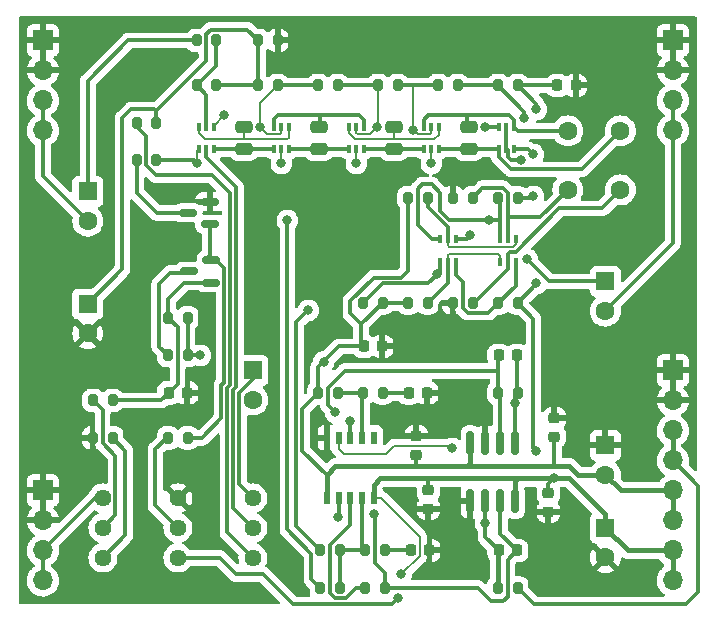
<source format=gbr>
%TF.GenerationSoftware,KiCad,Pcbnew,6.0.7-f9a2dced07~116~ubuntu22.04.1*%
%TF.CreationDate,2022-07-29T17:46:26-04:00*%
%TF.ProjectId,minimoog_LPF,6d696e69-6d6f-46f6-975f-4c50462e6b69,0.1*%
%TF.SameCoordinates,Original*%
%TF.FileFunction,Copper,L1,Top*%
%TF.FilePolarity,Positive*%
%FSLAX46Y46*%
G04 Gerber Fmt 4.6, Leading zero omitted, Abs format (unit mm)*
G04 Created by KiCad (PCBNEW 6.0.7-f9a2dced07~116~ubuntu22.04.1) date 2022-07-29 17:46:26*
%MOMM*%
%LPD*%
G01*
G04 APERTURE LIST*
G04 Aperture macros list*
%AMRoundRect*
0 Rectangle with rounded corners*
0 $1 Rounding radius*
0 $2 $3 $4 $5 $6 $7 $8 $9 X,Y pos of 4 corners*
0 Add a 4 corners polygon primitive as box body*
4,1,4,$2,$3,$4,$5,$6,$7,$8,$9,$2,$3,0*
0 Add four circle primitives for the rounded corners*
1,1,$1+$1,$2,$3*
1,1,$1+$1,$4,$5*
1,1,$1+$1,$6,$7*
1,1,$1+$1,$8,$9*
0 Add four rect primitives between the rounded corners*
20,1,$1+$1,$2,$3,$4,$5,0*
20,1,$1+$1,$4,$5,$6,$7,0*
20,1,$1+$1,$6,$7,$8,$9,0*
20,1,$1+$1,$8,$9,$2,$3,0*%
G04 Aperture macros list end*
%TA.AperFunction,ComponentPad*%
%ADD10R,1.600000X1.600000*%
%TD*%
%TA.AperFunction,ComponentPad*%
%ADD11C,1.600000*%
%TD*%
%TA.AperFunction,SMDPad,CuDef*%
%ADD12RoundRect,0.225000X-0.250000X0.225000X-0.250000X-0.225000X0.250000X-0.225000X0.250000X0.225000X0*%
%TD*%
%TA.AperFunction,SMDPad,CuDef*%
%ADD13RoundRect,0.225000X0.225000X0.250000X-0.225000X0.250000X-0.225000X-0.250000X0.225000X-0.250000X0*%
%TD*%
%TA.AperFunction,SMDPad,CuDef*%
%ADD14RoundRect,0.200000X-0.200000X-0.275000X0.200000X-0.275000X0.200000X0.275000X-0.200000X0.275000X0*%
%TD*%
%TA.AperFunction,SMDPad,CuDef*%
%ADD15R,0.400000X0.650000*%
%TD*%
%TA.AperFunction,SMDPad,CuDef*%
%ADD16RoundRect,0.200000X0.200000X0.275000X-0.200000X0.275000X-0.200000X-0.275000X0.200000X-0.275000X0*%
%TD*%
%TA.AperFunction,SMDPad,CuDef*%
%ADD17RoundRect,0.150000X-0.150000X0.825000X-0.150000X-0.825000X0.150000X-0.825000X0.150000X0.825000X0*%
%TD*%
%TA.AperFunction,ComponentPad*%
%ADD18C,1.440000*%
%TD*%
%TA.AperFunction,SMDPad,CuDef*%
%ADD19RoundRect,0.225000X-0.225000X-0.250000X0.225000X-0.250000X0.225000X0.250000X-0.225000X0.250000X0*%
%TD*%
%TA.AperFunction,SMDPad,CuDef*%
%ADD20RoundRect,0.250000X-0.475000X0.250000X-0.475000X-0.250000X0.475000X-0.250000X0.475000X0.250000X0*%
%TD*%
%TA.AperFunction,SMDPad,CuDef*%
%ADD21RoundRect,0.150000X0.587500X0.150000X-0.587500X0.150000X-0.587500X-0.150000X0.587500X-0.150000X0*%
%TD*%
%TA.AperFunction,SMDPad,CuDef*%
%ADD22RoundRect,0.250000X0.475000X-0.250000X0.475000X0.250000X-0.475000X0.250000X-0.475000X-0.250000X0*%
%TD*%
%TA.AperFunction,SMDPad,CuDef*%
%ADD23R,0.510000X1.100000*%
%TD*%
%TA.AperFunction,ComponentPad*%
%ADD24R,1.700000X1.700000*%
%TD*%
%TA.AperFunction,ComponentPad*%
%ADD25O,1.700000X1.700000*%
%TD*%
%TA.AperFunction,ViaPad*%
%ADD26C,0.800000*%
%TD*%
%TA.AperFunction,Conductor*%
%ADD27C,0.300000*%
%TD*%
%TA.AperFunction,Conductor*%
%ADD28C,0.400000*%
%TD*%
%TA.AperFunction,Conductor*%
%ADD29C,0.200000*%
%TD*%
G04 APERTURE END LIST*
D10*
%TO.P,C8,1*%
%TO.N,Net-(C8-Pad1)*%
X140335000Y-104140000D03*
D11*
%TO.P,C8,2*%
%TO.N,/feedback_VCA/SIGNAL_OUT*%
X140335000Y-106640000D03*
%TD*%
D12*
%TO.P,C16,1*%
%TO.N,GND*%
X165862000Y-108191000D03*
%TO.P,C16,2*%
%TO.N,-12V*%
X165862000Y-109741000D03*
%TD*%
D13*
%TO.P,C23,1*%
%TO.N,Net-(C23-Pad1)*%
X162700000Y-119380000D03*
%TO.P,C23,2*%
%TO.N,Net-(C23-Pad2)*%
X161150000Y-119380000D03*
%TD*%
D14*
%TO.P,R2,1*%
%TO.N,Net-(R2-Pad1)*%
X126810000Y-106680000D03*
%TO.P,R2,2*%
%TO.N,Net-(C1-Pad2)*%
X128460000Y-106680000D03*
%TD*%
D15*
%TO.P,Q9,1,E*%
%TO.N,Net-(Q9-Pad1)*%
X157495000Y-93030000D03*
%TO.P,Q9,2,B*%
%TO.N,Net-(Q8-Pad1)*%
X156845000Y-93030000D03*
%TO.P,Q9,3,C*%
%TO.N,Net-(C11-Pad1)*%
X156195000Y-93030000D03*
%TO.P,Q9,4,E*%
%TO.N,Net-(Q9-Pad1)*%
X156195000Y-94930000D03*
%TO.P,Q9,5,B*%
%TO.N,Net-(Q8-Pad4)*%
X156845000Y-94930000D03*
%TO.P,Q9,6,C*%
%TO.N,Net-(Q8-Pad6)*%
X157495000Y-94930000D03*
%TD*%
D10*
%TO.P,C11,1*%
%TO.N,Net-(C11-Pad1)*%
X170180000Y-96607621D03*
D11*
%TO.P,C11,2*%
%TO.N,/feedback_VCA/WET_IN*%
X170180000Y-99107621D03*
%TD*%
D16*
%TO.P,R7,1*%
%TO.N,Net-(Q4-Pad2)*%
X142430000Y-80010000D03*
%TO.P,R7,2*%
%TO.N,Net-(C7-Pad1)*%
X140780000Y-80010000D03*
%TD*%
D17*
%TO.P,U1,1*%
%TO.N,/feedback_VCA/SIGNAL_OUT*%
X162560000Y-110270000D03*
%TO.P,U1,2,-*%
%TO.N,Net-(C12-Pad2)*%
X161290000Y-110270000D03*
%TO.P,U1,3,+*%
%TO.N,GND*%
X160020000Y-110270000D03*
%TO.P,U1,4,V-*%
%TO.N,-12V*%
X158750000Y-110270000D03*
%TO.P,U1,5,+*%
%TO.N,GND*%
X158750000Y-115220000D03*
%TO.P,U1,6,-*%
%TO.N,Net-(C23-Pad2)*%
X160020000Y-115220000D03*
%TO.P,U1,7*%
%TO.N,Net-(C23-Pad1)*%
X161290000Y-115220000D03*
%TO.P,U1,8,V+*%
%TO.N,+12V*%
X162560000Y-115220000D03*
%TD*%
D15*
%TO.P,Q5,1,E*%
%TO.N,Net-(C4-Pad1)*%
X149748000Y-83505000D03*
%TO.P,Q5,2,B*%
%TO.N,Net-(Q5-Pad2)*%
X149098000Y-83505000D03*
%TO.P,Q5,3,C*%
%TO.N,Net-(C5-Pad2)*%
X148448000Y-83505000D03*
%TO.P,Q5,4,E*%
%TO.N,Net-(C4-Pad2)*%
X148448000Y-85405000D03*
%TO.P,Q5,5,B*%
%TO.N,Net-(Q5-Pad2)*%
X149098000Y-85405000D03*
%TO.P,Q5,6,C*%
%TO.N,Net-(C5-Pad1)*%
X149748000Y-85405000D03*
%TD*%
D10*
%TO.P,C7,1*%
%TO.N,Net-(C7-Pad1)*%
X126365000Y-98512621D03*
D11*
%TO.P,C7,2*%
%TO.N,GND*%
X126365000Y-101012621D03*
%TD*%
D12*
%TO.P,C17,1*%
%TO.N,+12V*%
X165354000Y-114541000D03*
%TO.P,C17,2*%
%TO.N,GND*%
X165354000Y-116091000D03*
%TD*%
D16*
%TO.P,R16,1*%
%TO.N,Net-(C10-Pad2)*%
X158940000Y-89535000D03*
%TO.P,R16,2*%
%TO.N,GND*%
X157290000Y-89535000D03*
%TD*%
D18*
%TO.P,RV1,1,1*%
%TO.N,Net-(R1-Pad1)*%
X127635000Y-120015000D03*
%TO.P,RV1,2,2*%
%TO.N,Net-(R2-Pad1)*%
X127635000Y-117475000D03*
%TO.P,RV1,3,3*%
%TO.N,/low_pass_core/FREQ_CV_IN*%
X127635000Y-114935000D03*
%TD*%
D14*
%TO.P,R4,1*%
%TO.N,Net-(Q1-Pad3)*%
X133160000Y-102870000D03*
%TO.P,R4,2*%
%TO.N,-12V*%
X134810000Y-102870000D03*
%TD*%
D12*
%TO.P,C18,1*%
%TO.N,GND*%
X154178000Y-109715000D03*
%TO.P,C18,2*%
%TO.N,-12V*%
X154178000Y-111265000D03*
%TD*%
D16*
%TO.P,R22,1*%
%TO.N,Net-(C9-Pad2)*%
X158940000Y-98425000D03*
%TO.P,R22,2*%
%TO.N,GND*%
X157290000Y-98425000D03*
%TD*%
D11*
%TO.P,C9,1*%
%TO.N,Net-(C6-Pad2)*%
X171450000Y-83860000D03*
%TO.P,C9,2*%
%TO.N,Net-(C9-Pad2)*%
X171450000Y-88860000D03*
%TD*%
D10*
%TO.P,C2,1*%
%TO.N,Net-(C2-Pad1)*%
X126365000Y-88987621D03*
D11*
%TO.P,C2,2*%
%TO.N,/DRY_SIGNAL*%
X126365000Y-91487621D03*
%TD*%
D19*
%TO.P,C22,1*%
%TO.N,Net-(C22-Pad1)*%
X153530000Y-106045000D03*
%TO.P,C22,2*%
%TO.N,GND*%
X155080000Y-106045000D03*
%TD*%
D16*
%TO.P,R18,1*%
%TO.N,+12V*%
X162750000Y-98425000D03*
%TO.P,R18,2*%
%TO.N,Net-(Q8-Pad6)*%
X161100000Y-98425000D03*
%TD*%
D15*
%TO.P,Q4,1,E*%
%TO.N,Net-(C3-Pad2)*%
X143398000Y-83505000D03*
%TO.P,Q4,2,B*%
%TO.N,Net-(Q4-Pad2)*%
X142748000Y-83505000D03*
%TO.P,Q4,3,C*%
%TO.N,Net-(C4-Pad1)*%
X142098000Y-83505000D03*
%TO.P,Q4,4,E*%
%TO.N,Net-(C3-Pad1)*%
X142098000Y-85405000D03*
%TO.P,Q4,5,B*%
%TO.N,Net-(Q4-Pad2)*%
X142748000Y-85405000D03*
%TO.P,Q4,6,C*%
%TO.N,Net-(C4-Pad2)*%
X143398000Y-85405000D03*
%TD*%
D16*
%TO.P,R20,1*%
%TO.N,+12V*%
X162750000Y-89535000D03*
%TO.P,R20,2*%
%TO.N,Net-(C11-Pad1)*%
X161100000Y-89535000D03*
%TD*%
D20*
%TO.P,C6,1*%
%TO.N,Net-(C10-Pad1)*%
X158623000Y-83505000D03*
%TO.P,C6,2*%
%TO.N,Net-(C6-Pad2)*%
X158623000Y-85405000D03*
%TD*%
D14*
%TO.P,R30,1*%
%TO.N,Net-(C23-Pad2)*%
X161100000Y-122555000D03*
%TO.P,R30,2*%
%TO.N,/feedback_VCA/CV_IN*%
X162750000Y-122555000D03*
%TD*%
%TO.P,R6,1*%
%TO.N,Net-(Q3-Pad2)*%
X135573000Y-80010000D03*
%TO.P,R6,2*%
%TO.N,Net-(C7-Pad1)*%
X137223000Y-80010000D03*
%TD*%
D21*
%TO.P,Q1,1,B*%
%TO.N,Net-(C1-Pad2)*%
X136827500Y-96708000D03*
%TO.P,Q1,2,E*%
%TO.N,Net-(Q1-Pad2)*%
X136827500Y-94808000D03*
%TO.P,Q1,3,C*%
%TO.N,Net-(Q1-Pad3)*%
X134952500Y-95758000D03*
%TD*%
D16*
%TO.P,R28,1*%
%TO.N,Net-(R28-Pad1)*%
X147510000Y-106045000D03*
%TO.P,R28,2*%
%TO.N,-12V*%
X145860000Y-106045000D03*
%TD*%
D12*
%TO.P,C15,1*%
%TO.N,+12V*%
X155194000Y-114300000D03*
%TO.P,C15,2*%
%TO.N,GND*%
X155194000Y-115850000D03*
%TD*%
D10*
%TO.P,C13,1*%
%TO.N,+12V*%
X170180000Y-117475000D03*
D11*
%TO.P,C13,2*%
%TO.N,GND*%
X170180000Y-119975000D03*
%TD*%
D10*
%TO.P,C14,1*%
%TO.N,GND*%
X170180000Y-110490000D03*
D11*
%TO.P,C14,2*%
%TO.N,-12V*%
X170180000Y-112990000D03*
%TD*%
D16*
%TO.P,R1,1*%
%TO.N,Net-(R1-Pad1)*%
X128460000Y-109855000D03*
%TO.P,R1,2*%
%TO.N,GND*%
X126810000Y-109855000D03*
%TD*%
D15*
%TO.P,Q7,1,E*%
%TO.N,Net-(C10-Pad1)*%
X162448000Y-83505000D03*
%TO.P,Q7,2,B*%
%TO.N,Net-(Q7-Pad2)*%
X161798000Y-83505000D03*
%TO.P,Q7,3,C*%
%TO.N,+12V*%
X161148000Y-83505000D03*
%TO.P,Q7,4,E*%
%TO.N,Net-(C6-Pad2)*%
X161148000Y-85405000D03*
%TO.P,Q7,5,B*%
%TO.N,Net-(Q7-Pad2)*%
X161798000Y-85405000D03*
%TO.P,Q7,6,C*%
%TO.N,+12V*%
X162448000Y-85405000D03*
%TD*%
D14*
%TO.P,R19,1*%
%TO.N,Net-(Q9-Pad1)*%
X149670000Y-98425000D03*
%TO.P,R19,2*%
%TO.N,-12V*%
X151320000Y-98425000D03*
%TD*%
%TO.P,R15,1*%
%TO.N,Net-(C7-Pad1)*%
X140780000Y-76200000D03*
%TO.P,R15,2*%
%TO.N,GND*%
X142430000Y-76200000D03*
%TD*%
D18*
%TO.P,RV2,1,1*%
%TO.N,+12V*%
X133985000Y-120015000D03*
%TO.P,RV2,2,2*%
%TO.N,Net-(R12-Pad1)*%
X133985000Y-117475000D03*
%TO.P,RV2,3,3*%
%TO.N,GND*%
X133985000Y-114935000D03*
%TD*%
D22*
%TO.P,C5,1*%
%TO.N,Net-(C5-Pad1)*%
X152273000Y-85405000D03*
%TO.P,C5,2*%
%TO.N,Net-(C5-Pad2)*%
X152273000Y-83505000D03*
%TD*%
D21*
%TO.P,Q2,1,B*%
%TO.N,Net-(Q1-Pad2)*%
X136700500Y-91755000D03*
%TO.P,Q2,2,E*%
%TO.N,GND*%
X136700500Y-89855000D03*
%TO.P,Q2,3,C*%
%TO.N,Net-(Q2-Pad3)*%
X134825500Y-90805000D03*
%TD*%
D16*
%TO.P,R26,1*%
%TO.N,Net-(R25-Pad1)*%
X147695000Y-122555000D03*
%TO.P,R26,2*%
%TO.N,/DRY_SIGNAL*%
X146045000Y-122555000D03*
%TD*%
D14*
%TO.P,R25,1*%
%TO.N,Net-(R25-Pad1)*%
X149855000Y-119380000D03*
%TO.P,R25,2*%
%TO.N,Net-(C21-Pad1)*%
X151505000Y-119380000D03*
%TD*%
D16*
%TO.P,R27,1*%
%TO.N,Net-(R25-Pad1)*%
X147695000Y-119380000D03*
%TO.P,R27,2*%
%TO.N,/feedback_VCA/WET_IN*%
X146045000Y-119380000D03*
%TD*%
%TO.P,R23,1*%
%TO.N,/feedback_VCA/SIGNAL_OUT*%
X162750000Y-106045000D03*
%TO.P,R23,2*%
%TO.N,Net-(C12-Pad2)*%
X161100000Y-106045000D03*
%TD*%
D18*
%TO.P,RV3,1,1*%
%TO.N,Net-(R14-Pad1)*%
X140335000Y-120015000D03*
%TO.P,RV3,2,2*%
%TO.N,Net-(Q3-Pad5)*%
X140335000Y-117475000D03*
%TO.P,RV3,3,3*%
%TO.N,Net-(C8-Pad1)*%
X140335000Y-114935000D03*
%TD*%
D14*
%TO.P,R14,1*%
%TO.N,Net-(R14-Pad1)*%
X130493000Y-83185000D03*
%TO.P,R14,2*%
%TO.N,Net-(C7-Pad1)*%
X132143000Y-83185000D03*
%TD*%
D16*
%TO.P,R21,1*%
%TO.N,Net-(Q8-Pad4)*%
X155130000Y-98425000D03*
%TO.P,R21,2*%
%TO.N,-12V*%
X153480000Y-98425000D03*
%TD*%
D15*
%TO.P,Q3,1,E*%
%TO.N,Net-(Q3-Pad1)*%
X137048000Y-83505000D03*
%TO.P,Q3,2,B*%
%TO.N,Net-(Q3-Pad2)*%
X136398000Y-83505000D03*
%TO.P,Q3,3,C*%
%TO.N,Net-(C3-Pad2)*%
X135748000Y-83505000D03*
%TO.P,Q3,4,E*%
%TO.N,Net-(Q3-Pad1)*%
X135748000Y-85405000D03*
%TO.P,Q3,5,B*%
%TO.N,Net-(Q3-Pad5)*%
X136398000Y-85405000D03*
%TO.P,Q3,6,C*%
%TO.N,Net-(C3-Pad1)*%
X137048000Y-85405000D03*
%TD*%
D16*
%TO.P,R9,1*%
%TO.N,Net-(Q6-Pad2)*%
X152590000Y-80010000D03*
%TO.P,R9,2*%
%TO.N,Net-(Q5-Pad2)*%
X150940000Y-80010000D03*
%TD*%
%TO.P,R17,1*%
%TO.N,Net-(Q8-Pad1)*%
X155130000Y-89535000D03*
%TO.P,R17,2*%
%TO.N,-12V*%
X153480000Y-89535000D03*
%TD*%
D23*
%TO.P,U2,1,MODE*%
%TO.N,unconnected-(U2-Pad1)*%
X150590000Y-109845000D03*
%TO.P,U2,2*%
%TO.N,Net-(R28-Pad1)*%
X149590000Y-109845000D03*
%TO.P,U2,3*%
%TO.N,Net-(C23-Pad1)*%
X148590000Y-109845000D03*
%TO.P,U2,4*%
%TO.N,Net-(C23-Pad2)*%
X147590000Y-109845000D03*
%TO.P,U2,5,GND*%
%TO.N,GND*%
X146590000Y-109845000D03*
%TO.P,U2,6,V-*%
%TO.N,-12V*%
X146590000Y-114945000D03*
%TO.P,U2,7*%
%TO.N,Net-(C12-Pad2)*%
X147590000Y-114945000D03*
%TO.P,U2,8*%
%TO.N,Net-(R24-Pad2)*%
X148590000Y-114945000D03*
%TO.P,U2,9*%
%TO.N,Net-(R25-Pad1)*%
X149590000Y-114945000D03*
%TO.P,U2,10,V+*%
%TO.N,+12V*%
X150590000Y-114945000D03*
%TD*%
D13*
%TO.P,C1,1*%
%TO.N,GND*%
X134760000Y-106045000D03*
%TO.P,C1,2*%
%TO.N,Net-(C1-Pad2)*%
X133210000Y-106045000D03*
%TD*%
D11*
%TO.P,C10,1*%
%TO.N,Net-(C10-Pad1)*%
X167005000Y-83860000D03*
%TO.P,C10,2*%
%TO.N,Net-(C10-Pad2)*%
X167005000Y-88860000D03*
%TD*%
D16*
%TO.P,R11,1*%
%TO.N,+12V*%
X162750000Y-80010000D03*
%TO.P,R11,2*%
%TO.N,Net-(Q7-Pad2)*%
X161100000Y-80010000D03*
%TD*%
D14*
%TO.P,R3,1*%
%TO.N,Net-(C1-Pad2)*%
X133160000Y-99695000D03*
%TO.P,R3,2*%
%TO.N,-12V*%
X134810000Y-99695000D03*
%TD*%
%TO.P,R5,1*%
%TO.N,Net-(C2-Pad1)*%
X135573000Y-76200000D03*
%TO.P,R5,2*%
%TO.N,Net-(Q3-Pad2)*%
X137223000Y-76200000D03*
%TD*%
%TO.P,R12,1*%
%TO.N,Net-(R12-Pad1)*%
X133160000Y-109855000D03*
%TO.P,R12,2*%
%TO.N,Net-(Q1-Pad2)*%
X134810000Y-109855000D03*
%TD*%
D16*
%TO.P,R13,1*%
%TO.N,Net-(Q3-Pad1)*%
X132143000Y-86360000D03*
%TO.P,R13,2*%
%TO.N,Net-(Q2-Pad3)*%
X130493000Y-86360000D03*
%TD*%
D14*
%TO.P,R29,1*%
%TO.N,Net-(R28-Pad1)*%
X149670000Y-106045000D03*
%TO.P,R29,2*%
%TO.N,Net-(C22-Pad1)*%
X151320000Y-106045000D03*
%TD*%
D19*
%TO.P,C21,1*%
%TO.N,Net-(C21-Pad1)*%
X153715000Y-119380000D03*
%TO.P,C21,2*%
%TO.N,GND*%
X155265000Y-119380000D03*
%TD*%
D15*
%TO.P,Q8,1,E*%
%TO.N,Net-(Q8-Pad1)*%
X162575000Y-93030000D03*
%TO.P,Q8,2,B*%
%TO.N,Net-(C10-Pad2)*%
X161925000Y-93030000D03*
%TO.P,Q8,3,C*%
%TO.N,Net-(C11-Pad1)*%
X161275000Y-93030000D03*
%TO.P,Q8,4,E*%
%TO.N,Net-(Q8-Pad4)*%
X161275000Y-94930000D03*
%TO.P,Q8,5,B*%
%TO.N,Net-(C9-Pad2)*%
X161925000Y-94930000D03*
%TO.P,Q8,6,C*%
%TO.N,Net-(Q8-Pad6)*%
X162575000Y-94930000D03*
%TD*%
D13*
%TO.P,C12,1*%
%TO.N,/feedback_VCA/SIGNAL_OUT*%
X162700000Y-102870000D03*
%TO.P,C12,2*%
%TO.N,Net-(C12-Pad2)*%
X161150000Y-102870000D03*
%TD*%
D16*
%TO.P,R24,1*%
%TO.N,Net-(C23-Pad1)*%
X151505000Y-122555000D03*
%TO.P,R24,2*%
%TO.N,Net-(R24-Pad2)*%
X149855000Y-122555000D03*
%TD*%
D13*
%TO.P,C20,1*%
%TO.N,GND*%
X151270000Y-102108000D03*
%TO.P,C20,2*%
%TO.N,-12V*%
X149720000Y-102108000D03*
%TD*%
D22*
%TO.P,C3,1*%
%TO.N,Net-(C3-Pad1)*%
X139573000Y-85405000D03*
%TO.P,C3,2*%
%TO.N,Net-(C3-Pad2)*%
X139573000Y-83505000D03*
%TD*%
D15*
%TO.P,Q6,1,E*%
%TO.N,Net-(C5-Pad2)*%
X156098000Y-83505000D03*
%TO.P,Q6,2,B*%
%TO.N,Net-(Q6-Pad2)*%
X155448000Y-83505000D03*
%TO.P,Q6,3,C*%
%TO.N,Net-(C10-Pad1)*%
X154798000Y-83505000D03*
%TO.P,Q6,4,E*%
%TO.N,Net-(C5-Pad1)*%
X154798000Y-85405000D03*
%TO.P,Q6,5,B*%
%TO.N,Net-(Q6-Pad2)*%
X155448000Y-85405000D03*
%TO.P,Q6,6,C*%
%TO.N,Net-(C6-Pad2)*%
X156098000Y-85405000D03*
%TD*%
D19*
%TO.P,C19,1*%
%TO.N,+12V*%
X166103000Y-80010000D03*
%TO.P,C19,2*%
%TO.N,GND*%
X167653000Y-80010000D03*
%TD*%
D20*
%TO.P,C4,1*%
%TO.N,Net-(C4-Pad1)*%
X145923000Y-83505000D03*
%TO.P,C4,2*%
%TO.N,Net-(C4-Pad2)*%
X145923000Y-85405000D03*
%TD*%
D16*
%TO.P,R8,1*%
%TO.N,Net-(Q5-Pad2)*%
X147510000Y-80010000D03*
%TO.P,R8,2*%
%TO.N,Net-(Q4-Pad2)*%
X145860000Y-80010000D03*
%TD*%
%TO.P,R10,1*%
%TO.N,Net-(Q7-Pad2)*%
X157670000Y-80010000D03*
%TO.P,R10,2*%
%TO.N,Net-(Q6-Pad2)*%
X156020000Y-80010000D03*
%TD*%
D24*
%TO.P,J1,1,Pin_1*%
%TO.N,GND*%
X122555000Y-76200000D03*
D25*
%TO.P,J1,2,Pin_2*%
X122555000Y-78740000D03*
%TO.P,J1,3,Pin_3*%
%TO.N,/DRY_SIGNAL*%
X122555000Y-81280000D03*
%TO.P,J1,4,Pin_4*%
X122555000Y-83820000D03*
%TD*%
D24*
%TO.P,J2,1,Pin_1*%
%TO.N,GND*%
X122555000Y-114300000D03*
D25*
%TO.P,J2,2,Pin_2*%
X122555000Y-116840000D03*
%TO.P,J2,3,Pin_3*%
%TO.N,/low_pass_core/FREQ_CV_IN*%
X122555000Y-119380000D03*
%TO.P,J2,4,Pin_4*%
X122555000Y-121920000D03*
%TD*%
D24*
%TO.P,J3,1,Pin_1*%
%TO.N,GND*%
X175895000Y-76200000D03*
D25*
%TO.P,J3,2,Pin_2*%
X175895000Y-78740000D03*
%TO.P,J3,3,Pin_3*%
%TO.N,/feedback_VCA/WET_IN*%
X175895000Y-81280000D03*
%TO.P,J3,4,Pin_4*%
X175895000Y-83820000D03*
%TD*%
D24*
%TO.P,J4,1,Pin_1*%
%TO.N,GND*%
X175895000Y-104140000D03*
D25*
%TO.P,J4,2,Pin_2*%
X175895000Y-106680000D03*
%TO.P,J4,3,Pin_3*%
%TO.N,/feedback_VCA/CV_IN*%
X175895000Y-109220000D03*
%TO.P,J4,4,Pin_4*%
X175895000Y-111760000D03*
%TO.P,J4,5,Pin_5*%
%TO.N,-12V*%
X175895000Y-114300000D03*
%TO.P,J4,6,Pin_6*%
X175895000Y-116840000D03*
%TO.P,J4,7,Pin_7*%
%TO.N,+12V*%
X175895000Y-119380000D03*
%TO.P,J4,8,Pin_8*%
X175895000Y-121920000D03*
%TD*%
D26*
%TO.N,GND*%
X146685000Y-93980000D03*
X145796000Y-108204000D03*
X165735000Y-119380000D03*
X175895000Y-98425000D03*
X151765000Y-76200000D03*
X172720000Y-92710000D03*
X122555000Y-93980000D03*
X122555000Y-102870000D03*
X131445000Y-93980000D03*
X152146000Y-109220000D03*
X153416000Y-115316000D03*
X146685000Y-100965000D03*
X131445000Y-78740000D03*
X130810000Y-102870000D03*
X134112000Y-89408000D03*
X161925000Y-76200000D03*
X157988000Y-117856000D03*
X155194000Y-121158000D03*
X166370000Y-105410000D03*
X159766000Y-108204000D03*
X140970000Y-93980000D03*
X127635000Y-83185000D03*
X152908000Y-102108000D03*
X140970000Y-89408000D03*
X146685000Y-89535000D03*
X140970000Y-99060000D03*
X166370000Y-100965000D03*
X123825000Y-109220000D03*
X158750000Y-100965000D03*
X157226000Y-87122000D03*
X136398000Y-106172000D03*
X166116000Y-94488000D03*
X130810000Y-109220000D03*
X144018000Y-76200000D03*
%TO.N,+12V*%
X160020000Y-83566000D03*
X152654000Y-123444000D03*
X152908000Y-121412000D03*
X164084000Y-85852000D03*
X164338000Y-96774000D03*
X165862000Y-113284000D03*
X164084000Y-89408000D03*
X164338000Y-82042000D03*
X164338000Y-110998000D03*
%TO.N,-12V*%
X135890000Y-102870000D03*
X146335500Y-103409500D03*
%TO.N,/DRY_SIGNAL*%
X143256000Y-91440000D03*
%TO.N,/feedback_VCA/SIGNAL_OUT*%
X162560000Y-106934000D03*
%TO.N,/feedback_VCA/WET_IN*%
X145034000Y-99060000D03*
%TO.N,Net-(C12-Pad2)*%
X147320000Y-107696000D03*
X147574000Y-116586000D03*
%TO.N,Net-(C11-Pad1)*%
X163576000Y-94742000D03*
X160289000Y-91425000D03*
%TO.N,Net-(C23-Pad1)*%
X150622000Y-116332000D03*
X148590000Y-108458000D03*
%TO.N,Net-(C23-Pad2)*%
X157226000Y-110744000D03*
X160020000Y-117094000D03*
%TO.N,Net-(Q4-Pad2)*%
X140970000Y-83566000D03*
X142748000Y-86614000D03*
%TO.N,Net-(Q5-Pad2)*%
X150844000Y-83534000D03*
X149098000Y-86614000D03*
%TO.N,Net-(Q3-Pad1)*%
X137922000Y-82550000D03*
X135636000Y-86614000D03*
%TO.N,Net-(Q6-Pad2)*%
X155448000Y-86614000D03*
X153924000Y-83756000D03*
%TO.N,Net-(Q7-Pad2)*%
X163322000Y-82791500D03*
X163068000Y-86360000D03*
%TO.N,Net-(Q9-Pad1)*%
X158750000Y-92710000D03*
X155956000Y-96012000D03*
%TD*%
D27*
%TO.N,+12V*%
X164338000Y-96837000D02*
X162750000Y-98425000D01*
X133985000Y-120015000D02*
X137541000Y-120015000D01*
X143764000Y-123952000D02*
X152146000Y-123952000D01*
X164084000Y-99759000D02*
X164084000Y-110744000D01*
X137541000Y-120015000D02*
X138938000Y-121412000D01*
D28*
X150590000Y-114945000D02*
X150590000Y-113824000D01*
D27*
X155194000Y-113284000D02*
X155194000Y-114300000D01*
X160081000Y-83505000D02*
X160020000Y-83566000D01*
D28*
X167132000Y-113284000D02*
X170180000Y-116332000D01*
D27*
X161148000Y-83505000D02*
X160081000Y-83505000D01*
D28*
X175895000Y-121920000D02*
X175895000Y-119380000D01*
D27*
X138938000Y-121412000D02*
X141224000Y-121412000D01*
X162750000Y-98425000D02*
X164084000Y-99759000D01*
X141224000Y-121412000D02*
X143764000Y-123952000D01*
D28*
X170180000Y-116332000D02*
X170180000Y-117475000D01*
X150590000Y-113824000D02*
X151130000Y-113284000D01*
X162814000Y-113284000D02*
X162560000Y-113538000D01*
X155194000Y-113284000D02*
X162814000Y-113284000D01*
D27*
X163637000Y-85405000D02*
X164084000Y-85852000D01*
X162750000Y-80010000D02*
X166103000Y-80010000D01*
D28*
X162814000Y-113284000D02*
X167132000Y-113284000D01*
D27*
X152146000Y-123952000D02*
X152654000Y-123444000D01*
X165354000Y-114541000D02*
X165354000Y-113792000D01*
D29*
X151216200Y-114945000D02*
X150590000Y-114945000D01*
D27*
X164338000Y-96774000D02*
X164338000Y-96837000D01*
D28*
X175895000Y-119380000D02*
X172085000Y-119380000D01*
X172085000Y-119380000D02*
X170180000Y-117475000D01*
X151130000Y-113284000D02*
X155194000Y-113284000D01*
D27*
X165354000Y-113792000D02*
X165862000Y-113284000D01*
D28*
X162560000Y-113538000D02*
X162560000Y-115220000D01*
D27*
X162448000Y-85405000D02*
X163637000Y-85405000D01*
D29*
X152908000Y-121412000D02*
X154482800Y-119837200D01*
D27*
X164084000Y-110744000D02*
X164338000Y-110998000D01*
X163957000Y-89535000D02*
X164084000Y-89408000D01*
X162750000Y-89535000D02*
X163957000Y-89535000D01*
D29*
X154482800Y-119837200D02*
X154482800Y-118211600D01*
D27*
X162750000Y-80010000D02*
X164338000Y-81598000D01*
D29*
X154482800Y-118211600D02*
X151216200Y-114945000D01*
D27*
X164338000Y-81598000D02*
X164338000Y-82042000D01*
%TO.N,-12V*%
X134810000Y-102870000D02*
X135890000Y-102870000D01*
X144526000Y-107379000D02*
X144526000Y-110934000D01*
D28*
X175895000Y-116840000D02*
X175895000Y-114300000D01*
X147320000Y-112268000D02*
X154178000Y-112268000D01*
X158750000Y-112014000D02*
X158750000Y-110270000D01*
X171490000Y-114300000D02*
X170180000Y-112990000D01*
D27*
X144526000Y-110934000D02*
X146590000Y-112998000D01*
X134810000Y-99695000D02*
X134810000Y-102870000D01*
X152900000Y-96274000D02*
X150568183Y-96274000D01*
X145860000Y-106045000D02*
X145860000Y-103885000D01*
X165862000Y-109741000D02*
X165862000Y-112268000D01*
D28*
X158496000Y-112268000D02*
X165862000Y-112268000D01*
X146590000Y-112998000D02*
X147320000Y-112268000D01*
D27*
X150568183Y-96274000D02*
X148590000Y-98252183D01*
D28*
X154178000Y-112268000D02*
X158496000Y-112268000D01*
X167854000Y-112990000D02*
X170180000Y-112990000D01*
X165862000Y-112268000D02*
X167132000Y-112268000D01*
D27*
X149510500Y-100234500D02*
X149510500Y-101898500D01*
X145860000Y-106045000D02*
X144526000Y-107379000D01*
X154178000Y-111265000D02*
X154178000Y-112268000D01*
X145860000Y-103885000D02*
X147637000Y-102108000D01*
X153480000Y-95694000D02*
X152900000Y-96274000D01*
X149510500Y-101898500D02*
X149720000Y-102108000D01*
X148590000Y-98252183D02*
X148590000Y-99314000D01*
X153480000Y-89535000D02*
X153480000Y-95694000D01*
D28*
X175895000Y-114300000D02*
X171490000Y-114300000D01*
D27*
X149510500Y-100234500D02*
X151320000Y-98425000D01*
X148590000Y-99314000D02*
X149510500Y-100234500D01*
D28*
X167132000Y-112268000D02*
X167854000Y-112990000D01*
D27*
X151320000Y-98425000D02*
X153480000Y-98425000D01*
X147637000Y-102108000D02*
X149720000Y-102108000D01*
D28*
X158496000Y-112268000D02*
X158750000Y-112014000D01*
X146590000Y-114945000D02*
X146590000Y-112998000D01*
D27*
%TO.N,/DRY_SIGNAL*%
X146045000Y-122555000D02*
X145295000Y-121805000D01*
X143256000Y-117602000D02*
X143256000Y-91440000D01*
X122555000Y-87677621D02*
X122555000Y-83820000D01*
X145295000Y-121805000D02*
X145295000Y-119641000D01*
X143256000Y-117602000D02*
X145295000Y-119641000D01*
X126365000Y-91487621D02*
X122555000Y-87677621D01*
X122555000Y-81280000D02*
X122555000Y-83820000D01*
%TO.N,Net-(C1-Pad2)*%
X136827500Y-96708000D02*
X134533600Y-96708000D01*
X134533600Y-96708000D02*
X133160000Y-98081600D01*
X133959600Y-105295400D02*
X133959600Y-100494600D01*
X132575000Y-106680000D02*
X133210000Y-106045000D01*
X133160000Y-98081600D02*
X133160000Y-99695000D01*
X128460000Y-106680000D02*
X132575000Y-106680000D01*
X133959600Y-100494600D02*
X133160000Y-99695000D01*
X133210000Y-106045000D02*
X133959600Y-105295400D01*
%TO.N,Net-(C3-Pad1)*%
X137048000Y-85405000D02*
X142098000Y-85405000D01*
%TO.N,Net-(C4-Pad2)*%
X143398000Y-85405000D02*
X148448000Y-85405000D01*
%TO.N,Net-(C5-Pad1)*%
X149748000Y-85405000D02*
X154798000Y-85405000D01*
%TO.N,Net-(C2-Pad1)*%
X126365000Y-88987621D02*
X126365000Y-79629000D01*
X129794000Y-76200000D02*
X135573000Y-76200000D01*
X126365000Y-79629000D02*
X129794000Y-76200000D01*
D29*
%TO.N,Net-(C3-Pad2)*%
X135748000Y-84030000D02*
X136300000Y-84582000D01*
X136300000Y-84582000D02*
X139700000Y-84582000D01*
X143256000Y-84582000D02*
X143398000Y-84440000D01*
X139573000Y-84455000D02*
X139700000Y-84582000D01*
X139573000Y-83505000D02*
X139573000Y-84455000D01*
X135748000Y-83505000D02*
X135748000Y-84030000D01*
X139700000Y-84582000D02*
X143256000Y-84582000D01*
X143398000Y-84440000D02*
X143398000Y-83505000D01*
D27*
%TO.N,Net-(C4-Pad1)*%
X149352000Y-82550000D02*
X149748000Y-82946000D01*
X142098000Y-82880000D02*
X142428000Y-82550000D01*
X149748000Y-82946000D02*
X149748000Y-83505000D01*
X146050000Y-82550000D02*
X146050000Y-83378000D01*
X142098000Y-83505000D02*
X142098000Y-82880000D01*
X142428000Y-82550000D02*
X146050000Y-82550000D01*
X146050000Y-83378000D02*
X145923000Y-83505000D01*
X146050000Y-82550000D02*
X149352000Y-82550000D01*
D29*
%TO.N,Net-(C5-Pad2)*%
X148448000Y-84030000D02*
X149000000Y-84582000D01*
X156098000Y-84186000D02*
X156098000Y-83505000D01*
X152273000Y-83505000D02*
X152273000Y-84455000D01*
X155702000Y-84582000D02*
X156098000Y-84186000D01*
X152146000Y-84582000D02*
X155702000Y-84582000D01*
X148448000Y-83505000D02*
X148448000Y-84030000D01*
X149000000Y-84582000D02*
X152146000Y-84582000D01*
X152273000Y-84455000D02*
X152146000Y-84582000D01*
D27*
%TO.N,Net-(C10-Pad2)*%
X162052000Y-91186000D02*
X161925000Y-91059000D01*
X164679000Y-91186000D02*
X162052000Y-91186000D01*
X161925000Y-89107183D02*
X161925000Y-91059000D01*
X158940000Y-89535000D02*
X159765000Y-88710000D01*
X161527817Y-88710000D02*
X161925000Y-89107183D01*
X167005000Y-88860000D02*
X164679000Y-91186000D01*
X161925000Y-91059000D02*
X161925000Y-93030000D01*
X159765000Y-88710000D02*
X161527817Y-88710000D01*
%TO.N,Net-(C6-Pad2)*%
X161148000Y-86036401D02*
X162233599Y-87122000D01*
X156098000Y-85405000D02*
X161148000Y-85405000D01*
X168188000Y-87122000D02*
X171450000Y-83860000D01*
X162233599Y-87122000D02*
X168188000Y-87122000D01*
X161148000Y-85405000D02*
X161148000Y-86036401D01*
%TO.N,/feedback_VCA/SIGNAL_OUT*%
X162700000Y-102870000D02*
X162700000Y-105995000D01*
X162560000Y-106934000D02*
X162560000Y-106235000D01*
X162560000Y-106235000D02*
X162750000Y-106045000D01*
X162700000Y-105995000D02*
X162750000Y-106045000D01*
X162560000Y-110270000D02*
X162560000Y-106934000D01*
%TO.N,Net-(C9-Pad2)*%
X166291690Y-90424000D02*
X169886000Y-90424000D01*
X161925000Y-95555000D02*
X159055000Y-98425000D01*
X159055000Y-98425000D02*
X158940000Y-98425000D01*
X161925000Y-94930000D02*
X161925000Y-94305000D01*
X161925000Y-94930000D02*
X161925000Y-95555000D01*
X162125499Y-94104501D02*
X162611189Y-94104501D01*
X161925000Y-94305000D02*
X162125499Y-94104501D01*
X169886000Y-90424000D02*
X171450000Y-88860000D01*
X162611189Y-94104501D02*
X166291690Y-90424000D01*
%TO.N,Net-(C7-Pad1)*%
X131997817Y-82042000D02*
X132143000Y-82187183D01*
X140780000Y-76200000D02*
X139865600Y-75285600D01*
X136804400Y-75285600D02*
X136398000Y-75692000D01*
X126365000Y-98512621D02*
X129286000Y-95591621D01*
X129286000Y-82804000D02*
X130048000Y-82042000D01*
X139865600Y-75285600D02*
X136804400Y-75285600D01*
X140780000Y-76200000D02*
X140780000Y-80010000D01*
X129286000Y-95591621D02*
X129286000Y-82804000D01*
X132143000Y-82187183D02*
X132143000Y-83185000D01*
X137223000Y-80010000D02*
X140780000Y-80010000D01*
X136398000Y-77932183D02*
X132143000Y-82187183D01*
X130048000Y-82042000D02*
X131997817Y-82042000D01*
X136398000Y-75692000D02*
X136398000Y-77932183D01*
%TO.N,/feedback_VCA/WET_IN*%
X144018000Y-117353000D02*
X144018000Y-100076000D01*
X146045000Y-119380000D02*
X144018000Y-117353000D01*
X144018000Y-100076000D02*
X145034000Y-99060000D01*
X175895000Y-83820000D02*
X175895000Y-81280000D01*
X170180000Y-99107621D02*
X175895000Y-93392621D01*
X175895000Y-93392621D02*
X175895000Y-83820000D01*
%TO.N,Net-(C8-Pad1)*%
X139185000Y-106012202D02*
X139185000Y-113785000D01*
X140335000Y-104862202D02*
X139185000Y-106012202D01*
X139185000Y-113785000D02*
X140335000Y-114935000D01*
X140335000Y-104140000D02*
X140335000Y-104862202D01*
%TO.N,Net-(C12-Pad2)*%
X147320000Y-107696000D02*
X146659600Y-107035600D01*
X161100000Y-102920000D02*
X161150000Y-102870000D01*
X161100000Y-106045000D02*
X161100000Y-104204000D01*
X161100000Y-104204000D02*
X161100000Y-102920000D01*
X146659600Y-105642583D02*
X148098183Y-104204000D01*
X161290000Y-106235000D02*
X161100000Y-106045000D01*
X161290000Y-110270000D02*
X161290000Y-106235000D01*
X148098183Y-104204000D02*
X161100000Y-104204000D01*
X146659600Y-107035600D02*
X146659600Y-105642583D01*
X147590000Y-116570000D02*
X147574000Y-116586000D01*
X147590000Y-114945000D02*
X147590000Y-116570000D01*
%TO.N,Net-(C21-Pad1)*%
X151505000Y-119380000D02*
X153715000Y-119380000D01*
%TO.N,Net-(C10-Pad1)*%
X162803000Y-83860000D02*
X167005000Y-83860000D01*
X154798000Y-83505000D02*
X154798000Y-82946000D01*
X162052000Y-82550000D02*
X162448000Y-82946000D01*
X162448000Y-82946000D02*
X162448000Y-83505000D01*
X158496000Y-83378000D02*
X158623000Y-83505000D01*
X155194000Y-82550000D02*
X158496000Y-82550000D01*
X158496000Y-82550000D02*
X162052000Y-82550000D01*
X158496000Y-82550000D02*
X158496000Y-83378000D01*
X162448000Y-83505000D02*
X162803000Y-83860000D01*
X154798000Y-82946000D02*
X155194000Y-82550000D01*
%TO.N,Net-(C11-Pad1)*%
X154686000Y-88392000D02*
X155470909Y-88392000D01*
X161275000Y-89710000D02*
X161275000Y-91425000D01*
X154279600Y-88798400D02*
X154686000Y-88392000D01*
X155514000Y-93030000D02*
X154279600Y-91795600D01*
X165441621Y-96607621D02*
X163576000Y-94742000D01*
X156957705Y-91425000D02*
X161275000Y-91425000D01*
X155470909Y-88392000D02*
X156210000Y-89131091D01*
X156210000Y-90677295D02*
X156957705Y-91425000D01*
X154279600Y-91795600D02*
X154279600Y-88798400D01*
X156195000Y-93030000D02*
X155514000Y-93030000D01*
X161100000Y-89535000D02*
X161275000Y-89710000D01*
X170180000Y-96607621D02*
X165441621Y-96607621D01*
X156210000Y-89131091D02*
X156210000Y-90677295D01*
X161275000Y-91425000D02*
X161275000Y-93030000D01*
%TO.N,Net-(C22-Pad1)*%
X151320000Y-106045000D02*
X153530000Y-106045000D01*
%TO.N,Net-(C23-Pad1)*%
X151505000Y-121279000D02*
X150672800Y-120446800D01*
X161290000Y-117970000D02*
X162700000Y-119380000D01*
X151505000Y-122555000D02*
X159385000Y-122555000D01*
X148590000Y-108458000D02*
X148590000Y-109845000D01*
X151505000Y-122555000D02*
X151505000Y-121279000D01*
X161544000Y-123698000D02*
X161899600Y-123342400D01*
X160528000Y-123698000D02*
X161544000Y-123698000D01*
X150672800Y-120446800D02*
X150672800Y-116382800D01*
X159385000Y-122555000D02*
X160528000Y-123698000D01*
X150672800Y-116382800D02*
X150622000Y-116332000D01*
X161899600Y-123342400D02*
X161899600Y-120180400D01*
X161899600Y-120180400D02*
X162700000Y-119380000D01*
X161290000Y-115220000D02*
X161290000Y-117970000D01*
%TO.N,Net-(Q1-Pad3)*%
X132410000Y-102120000D02*
X132410000Y-96825000D01*
X134825500Y-95885000D02*
X134952500Y-95758000D01*
X132410000Y-96825000D02*
X133350000Y-95885000D01*
X133350000Y-95885000D02*
X134825500Y-95885000D01*
X133160000Y-102870000D02*
X132410000Y-102120000D01*
%TO.N,Net-(Q1-Pad2)*%
X134683000Y-109855000D02*
X136017000Y-109855000D01*
X136017000Y-109855000D02*
X137668000Y-108204000D01*
X137668000Y-105410000D02*
X137915000Y-105163000D01*
X136700500Y-91755000D02*
X136700500Y-94439500D01*
X136652000Y-94488000D02*
X136652000Y-94632500D01*
X137915000Y-105163000D02*
X137915000Y-95497000D01*
X137668000Y-108204000D02*
X137668000Y-105410000D01*
X136700500Y-94439500D02*
X136652000Y-94488000D01*
X136652000Y-94632500D02*
X136827500Y-94808000D01*
X137915000Y-95497000D02*
X137226000Y-94808000D01*
X137226000Y-94808000D02*
X136827500Y-94808000D01*
D29*
%TO.N,Net-(C23-Pad2)*%
X151589000Y-111252000D02*
X152326000Y-110515000D01*
X152326000Y-110515000D02*
X156997000Y-110515000D01*
D28*
X161100000Y-122555000D02*
X161100000Y-119430000D01*
D27*
X160020000Y-118250000D02*
X160020000Y-117094000D01*
X160020000Y-117094000D02*
X160020000Y-115220000D01*
D29*
X156997000Y-110515000D02*
X157226000Y-110744000D01*
D28*
X161100000Y-119430000D02*
X161150000Y-119380000D01*
D29*
X147590000Y-109845000D02*
X147590000Y-110760000D01*
X147590000Y-110760000D02*
X148082000Y-111252000D01*
D27*
X161150000Y-119380000D02*
X160020000Y-118250000D01*
D29*
X148082000Y-111252000D02*
X151589000Y-111252000D01*
D27*
%TO.N,/low_pass_core/FREQ_CV_IN*%
X122555000Y-119380000D02*
X127000000Y-114935000D01*
X127000000Y-114935000D02*
X127635000Y-114935000D01*
X122555000Y-119380000D02*
X122555000Y-121920000D01*
%TO.N,Net-(Q3-Pad2)*%
X137223000Y-78360000D02*
X137223000Y-76200000D01*
X136398000Y-80835000D02*
X135573000Y-80010000D01*
X135573000Y-80010000D02*
X137223000Y-78360000D01*
X136398000Y-83505000D02*
X136398000Y-80835000D01*
D29*
%TO.N,Net-(Q4-Pad2)*%
X140970000Y-83566000D02*
X140970000Y-81470000D01*
D27*
X142430000Y-80010000D02*
X145860000Y-80010000D01*
D29*
X142748000Y-84030000D02*
X142648000Y-84130000D01*
X142748000Y-83505000D02*
X142748000Y-84030000D01*
X140970000Y-81470000D02*
X142430000Y-80010000D01*
X142648000Y-84130000D02*
X141534000Y-84130000D01*
X142748000Y-85405000D02*
X142748000Y-86614000D01*
X141534000Y-84130000D02*
X140970000Y-83566000D01*
D27*
%TO.N,/feedback_VCA/CV_IN*%
X178054000Y-113919000D02*
X175895000Y-111760000D01*
X177038000Y-123952000D02*
X178054000Y-122936000D01*
D28*
X175895000Y-111760000D02*
X175895000Y-109220000D01*
D27*
X178054000Y-122936000D02*
X178054000Y-113919000D01*
X162750000Y-122555000D02*
X164147000Y-123952000D01*
X164147000Y-123952000D02*
X177038000Y-123952000D01*
%TO.N,Net-(Q8-Pad1)*%
X155130000Y-90304401D02*
X156845000Y-92019401D01*
D29*
X162575000Y-93457000D02*
X162575000Y-93030000D01*
X156945000Y-93655000D02*
X162377000Y-93655000D01*
X162377000Y-93655000D02*
X162575000Y-93457000D01*
X156845000Y-93030000D02*
X156845000Y-93555000D01*
D27*
X155130000Y-89535000D02*
X155130000Y-90304401D01*
X156845000Y-92019401D02*
X156845000Y-93030000D01*
D29*
X156845000Y-93555000D02*
X156945000Y-93655000D01*
%TO.N,Net-(Q8-Pad4)*%
X156845000Y-94930000D02*
X156845000Y-94405000D01*
X161107000Y-94305000D02*
X161275000Y-94473000D01*
X156945000Y-94305000D02*
X161107000Y-94305000D01*
X156845000Y-94405000D02*
X156945000Y-94305000D01*
D27*
X155130000Y-98425000D02*
X156845000Y-96710000D01*
D29*
X161275000Y-94473000D02*
X161275000Y-94930000D01*
D27*
X156845000Y-96710000D02*
X156845000Y-94930000D01*
%TO.N,Net-(Q2-Pad3)*%
X132207000Y-90805000D02*
X130493000Y-89091000D01*
X130493000Y-89091000D02*
X130493000Y-86360000D01*
X134825500Y-90805000D02*
X132207000Y-90805000D01*
%TO.N,Net-(R1-Pad1)*%
X127635000Y-120015000D02*
X129540000Y-118110000D01*
X129540000Y-118110000D02*
X129540000Y-110935000D01*
X129540000Y-110935000D02*
X128460000Y-109855000D01*
%TO.N,Net-(R2-Pad1)*%
X128705000Y-111352817D02*
X127609600Y-110257417D01*
X127635000Y-117475000D02*
X128705000Y-116405000D01*
X127609600Y-107479600D02*
X126810000Y-106680000D01*
X127609600Y-110257417D02*
X127609600Y-107479600D01*
X128705000Y-116405000D02*
X128705000Y-111352817D01*
D29*
%TO.N,Net-(Q5-Pad2)*%
X149098000Y-84030000D02*
X149198000Y-84130000D01*
D27*
X147510000Y-80010000D02*
X150940000Y-80010000D01*
D29*
X149098000Y-83505000D02*
X149098000Y-84030000D01*
X150940000Y-83438000D02*
X150940000Y-80010000D01*
X149098000Y-85405000D02*
X149098000Y-86614000D01*
X149198000Y-84130000D02*
X150248000Y-84130000D01*
X150248000Y-84130000D02*
X150940000Y-83438000D01*
D27*
%TO.N,Net-(R12-Pad1)*%
X132080000Y-110808000D02*
X133033000Y-109855000D01*
X132080000Y-115570000D02*
X132080000Y-110808000D01*
X133985000Y-117475000D02*
X132080000Y-115570000D01*
D29*
%TO.N,Net-(Q3-Pad1)*%
X135636000Y-86614000D02*
X135636000Y-85517000D01*
X137048000Y-83424000D02*
X137922000Y-82550000D01*
X137048000Y-83505000D02*
X137048000Y-83424000D01*
D27*
X132143000Y-86360000D02*
X135382000Y-86360000D01*
D29*
X135636000Y-85517000D02*
X135748000Y-85405000D01*
D27*
X135382000Y-86360000D02*
X135636000Y-86614000D01*
%TO.N,Net-(R14-Pad1)*%
X131318000Y-84328000D02*
X130556000Y-83566000D01*
X138176000Y-117856000D02*
X138176000Y-105608402D01*
X132160183Y-87630000D02*
X131318000Y-86787817D01*
X138176000Y-105608402D02*
X138414501Y-105369900D01*
X136906000Y-87630000D02*
X132160183Y-87630000D01*
X140335000Y-120015000D02*
X138176000Y-117856000D01*
X138414501Y-105369900D02*
X138414501Y-89138501D01*
X138414501Y-89138501D02*
X136906000Y-87630000D01*
X131318000Y-86787817D02*
X131318000Y-84328000D01*
%TO.N,Net-(Q8-Pad6)*%
X161100000Y-98425000D02*
X162575000Y-96950000D01*
X160275000Y-99250000D02*
X158512183Y-99250000D01*
X162575000Y-96950000D02*
X162575000Y-94930000D01*
X158089600Y-98827417D02*
X158089600Y-96621600D01*
X161100000Y-98425000D02*
X160275000Y-99250000D01*
X158089600Y-96621600D02*
X157495000Y-96027000D01*
X157495000Y-96027000D02*
X157495000Y-94930000D01*
X158512183Y-99250000D02*
X158089600Y-98827417D01*
D29*
%TO.N,Net-(Q6-Pad2)*%
X153924000Y-83756000D02*
X153924000Y-80010000D01*
X155448000Y-84030000D02*
X155348000Y-84130000D01*
D27*
X153924000Y-80010000D02*
X156020000Y-80010000D01*
D29*
X154298000Y-84130000D02*
X153924000Y-83756000D01*
X155448000Y-83505000D02*
X155448000Y-84030000D01*
X155348000Y-84130000D02*
X154298000Y-84130000D01*
X155448000Y-85405000D02*
X155448000Y-86614000D01*
D27*
X152590000Y-80010000D02*
X153924000Y-80010000D01*
%TO.N,Net-(Q7-Pad2)*%
X162178000Y-86360000D02*
X163068000Y-86360000D01*
X161898000Y-86080000D02*
X162178000Y-86360000D01*
X161798000Y-85405000D02*
X161898000Y-85505000D01*
X161898000Y-85505000D02*
X161898000Y-86080000D01*
X157670000Y-80010000D02*
X161100000Y-80010000D01*
X161798000Y-83505000D02*
X161798000Y-85405000D01*
X163322000Y-82232000D02*
X163322000Y-82791500D01*
X161100000Y-80010000D02*
X163322000Y-82232000D01*
%TO.N,Net-(R24-Pad2)*%
X146862800Y-118959383D02*
X146862800Y-122975617D01*
X149086409Y-122555000D02*
X149855000Y-122555000D01*
X148197409Y-123444000D02*
X149086409Y-122555000D01*
X146862800Y-122975617D02*
X147331183Y-123444000D01*
X148590000Y-114945000D02*
X148590000Y-117232183D01*
X148590000Y-117232183D02*
X146862800Y-118959383D01*
X147331183Y-123444000D02*
X148197409Y-123444000D01*
%TO.N,Net-(Q9-Pad1)*%
X156195000Y-95773000D02*
X155194000Y-96774000D01*
X155194000Y-96774000D02*
X151321000Y-96774000D01*
X151321000Y-96774000D02*
X149670000Y-98425000D01*
X156195000Y-94930000D02*
X156195000Y-95773000D01*
X158430000Y-93030000D02*
X158750000Y-92710000D01*
X157495000Y-93030000D02*
X158430000Y-93030000D01*
%TO.N,Net-(R25-Pad1)*%
X149590000Y-114945000D02*
X149590000Y-119115000D01*
X147695000Y-119380000D02*
X149855000Y-119380000D01*
X149590000Y-119115000D02*
X149855000Y-119380000D01*
X147695000Y-122555000D02*
X147695000Y-119380000D01*
%TO.N,Net-(R28-Pad1)*%
X149590000Y-106125000D02*
X149670000Y-106045000D01*
X149590000Y-109845000D02*
X149590000Y-106125000D01*
X149670000Y-106045000D02*
X147510000Y-106045000D01*
%TO.N,Net-(Q3-Pad5)*%
X140335000Y-117475000D02*
X138684000Y-115824000D01*
X138684000Y-105806802D02*
X138914002Y-105576799D01*
X138914002Y-88622002D02*
X136398000Y-86106000D01*
X138684000Y-115824000D02*
X138684000Y-105806802D01*
X136398000Y-86106000D02*
X136398000Y-85405000D01*
X138914002Y-105576799D02*
X138914002Y-88622002D01*
%TD*%
%TA.AperFunction,Conductor*%
%TO.N,GND*%
G36*
X177868621Y-74188502D02*
G01*
X177915114Y-74242158D01*
X177926500Y-74294500D01*
X177926500Y-112556050D01*
X177906498Y-112624171D01*
X177852842Y-112670664D01*
X177782568Y-112680768D01*
X177717988Y-112651274D01*
X177711405Y-112645145D01*
X177254457Y-112188197D01*
X177220431Y-112125885D01*
X177222994Y-112062473D01*
X177227370Y-112048069D01*
X177256529Y-111826590D01*
X177257347Y-111793112D01*
X177258074Y-111763365D01*
X177258074Y-111763361D01*
X177258156Y-111760000D01*
X177239852Y-111537361D01*
X177185431Y-111320702D01*
X177096354Y-111115840D01*
X177020120Y-110998000D01*
X176977822Y-110932617D01*
X176977820Y-110932614D01*
X176975014Y-110928277D01*
X176824670Y-110763051D01*
X176820619Y-110759852D01*
X176820615Y-110759848D01*
X176651408Y-110626216D01*
X176610345Y-110568298D01*
X176603500Y-110527334D01*
X176603500Y-110448297D01*
X176623502Y-110380176D01*
X176656332Y-110345718D01*
X176770656Y-110264172D01*
X176770659Y-110264170D01*
X176774860Y-110261173D01*
X176852687Y-110183618D01*
X176914235Y-110122284D01*
X176933096Y-110103489D01*
X176992594Y-110020689D01*
X177060435Y-109926277D01*
X177063453Y-109922077D01*
X177071685Y-109905422D01*
X177160136Y-109726453D01*
X177160137Y-109726451D01*
X177162430Y-109721811D01*
X177203533Y-109586525D01*
X177225865Y-109513023D01*
X177225865Y-109513021D01*
X177227370Y-109508069D01*
X177256529Y-109286590D01*
X177257564Y-109244241D01*
X177258074Y-109223365D01*
X177258074Y-109223361D01*
X177258156Y-109220000D01*
X177239852Y-108997361D01*
X177185431Y-108780702D01*
X177096354Y-108575840D01*
X177056906Y-108514862D01*
X176977822Y-108392617D01*
X176977820Y-108392614D01*
X176975014Y-108388277D01*
X176824670Y-108223051D01*
X176820619Y-108219852D01*
X176820615Y-108219848D01*
X176653414Y-108087800D01*
X176653410Y-108087798D01*
X176649359Y-108084598D01*
X176607569Y-108061529D01*
X176557598Y-108011097D01*
X176542826Y-107941654D01*
X176567942Y-107875248D01*
X176595294Y-107848641D01*
X176770328Y-107723792D01*
X176778200Y-107717139D01*
X176929052Y-107566812D01*
X176935730Y-107558965D01*
X177060003Y-107386020D01*
X177065313Y-107377183D01*
X177159670Y-107186267D01*
X177163469Y-107176672D01*
X177225377Y-106972910D01*
X177227555Y-106962837D01*
X177228986Y-106951962D01*
X177226775Y-106937778D01*
X177213617Y-106934000D01*
X174578225Y-106934000D01*
X174564694Y-106937973D01*
X174563257Y-106947966D01*
X174593565Y-107082446D01*
X174596645Y-107092275D01*
X174676770Y-107289603D01*
X174681413Y-107298794D01*
X174792694Y-107480388D01*
X174798777Y-107488699D01*
X174938213Y-107649667D01*
X174945580Y-107656883D01*
X175109434Y-107792916D01*
X175117881Y-107798831D01*
X175186969Y-107839203D01*
X175235693Y-107890842D01*
X175248764Y-107960625D01*
X175222033Y-108026396D01*
X175181584Y-108059752D01*
X175168607Y-108066507D01*
X175164474Y-108069610D01*
X175164471Y-108069612D01*
X175140247Y-108087800D01*
X174989965Y-108200635D01*
X174835629Y-108362138D01*
X174832715Y-108366410D01*
X174832714Y-108366411D01*
X174766912Y-108462874D01*
X174709743Y-108546680D01*
X174694003Y-108580590D01*
X174622737Y-108734120D01*
X174615688Y-108749305D01*
X174555989Y-108964570D01*
X174532251Y-109186695D01*
X174532548Y-109191848D01*
X174532548Y-109191851D01*
X174541158Y-109341169D01*
X174545110Y-109409715D01*
X174546247Y-109414761D01*
X174546248Y-109414767D01*
X174566119Y-109502939D01*
X174594222Y-109627639D01*
X174678266Y-109834616D01*
X174680965Y-109839020D01*
X174790601Y-110017930D01*
X174794987Y-110025088D01*
X174941250Y-110193938D01*
X175113126Y-110336632D01*
X175124070Y-110343027D01*
X175172793Y-110394664D01*
X175186500Y-110451815D01*
X175186500Y-110530114D01*
X175166498Y-110598235D01*
X175136153Y-110630874D01*
X175000479Y-110732741D01*
X174989965Y-110740635D01*
X174984591Y-110746259D01*
X174840031Y-110897532D01*
X174835629Y-110902138D01*
X174832715Y-110906410D01*
X174832714Y-110906411D01*
X174820404Y-110924457D01*
X174709743Y-111086680D01*
X174688265Y-111132950D01*
X174622685Y-111274232D01*
X174615688Y-111289305D01*
X174555989Y-111504570D01*
X174532251Y-111726695D01*
X174532548Y-111731848D01*
X174532548Y-111731851D01*
X174538011Y-111826590D01*
X174545110Y-111949715D01*
X174546247Y-111954761D01*
X174546248Y-111954767D01*
X174556348Y-111999581D01*
X174594222Y-112167639D01*
X174640456Y-112281500D01*
X174663495Y-112338238D01*
X174678266Y-112374616D01*
X174680965Y-112379020D01*
X174789449Y-112556050D01*
X174794987Y-112565088D01*
X174941250Y-112733938D01*
X175113126Y-112876632D01*
X175183595Y-112917811D01*
X175186445Y-112919476D01*
X175235169Y-112971114D01*
X175248240Y-113040897D01*
X175221509Y-113106669D01*
X175181055Y-113140027D01*
X175168607Y-113146507D01*
X175164474Y-113149610D01*
X175164471Y-113149612D01*
X175073271Y-113218087D01*
X174989965Y-113280635D01*
X174835629Y-113442138D01*
X174832715Y-113446410D01*
X174832714Y-113446411D01*
X174771257Y-113536504D01*
X174716346Y-113581507D01*
X174667169Y-113591500D01*
X171835660Y-113591500D01*
X171767539Y-113571498D01*
X171746565Y-113554595D01*
X171509982Y-113318012D01*
X171475956Y-113255700D01*
X171473556Y-113217935D01*
X171475445Y-113196351D01*
X171493498Y-112990000D01*
X171473543Y-112761913D01*
X171414284Y-112540757D01*
X171411961Y-112535775D01*
X171319849Y-112338238D01*
X171319846Y-112338233D01*
X171317523Y-112333251D01*
X171186198Y-112145700D01*
X171040078Y-111999580D01*
X171006052Y-111937268D01*
X171011117Y-111866453D01*
X171053664Y-111809617D01*
X171090606Y-111792317D01*
X171090207Y-111791252D01*
X171218054Y-111743324D01*
X171233649Y-111734786D01*
X171335724Y-111658285D01*
X171348285Y-111645724D01*
X171424786Y-111543649D01*
X171433324Y-111528054D01*
X171478478Y-111407606D01*
X171482105Y-111392351D01*
X171487631Y-111341486D01*
X171488000Y-111334672D01*
X171488000Y-110762115D01*
X171483525Y-110746876D01*
X171482135Y-110745671D01*
X171474452Y-110744000D01*
X168890116Y-110744000D01*
X168874877Y-110748475D01*
X168873672Y-110749865D01*
X168872001Y-110757548D01*
X168872001Y-111334669D01*
X168872371Y-111341490D01*
X168877895Y-111392352D01*
X168881521Y-111407604D01*
X168926676Y-111528054D01*
X168935214Y-111543649D01*
X169011715Y-111645724D01*
X169024276Y-111658285D01*
X169126351Y-111734786D01*
X169141946Y-111743324D01*
X169269793Y-111791252D01*
X169269096Y-111793112D01*
X169321628Y-111823131D01*
X169354442Y-111886090D01*
X169348008Y-111956794D01*
X169319922Y-111999580D01*
X169173802Y-112145700D01*
X169170645Y-112150208D01*
X169170643Y-112150211D01*
X169116335Y-112227771D01*
X169060878Y-112272099D01*
X169013122Y-112281500D01*
X168199660Y-112281500D01*
X168131539Y-112261498D01*
X168110565Y-112244595D01*
X167653450Y-111787480D01*
X167647596Y-111781215D01*
X167626163Y-111756646D01*
X167609561Y-111737615D01*
X167557280Y-111700871D01*
X167551986Y-111696939D01*
X167507693Y-111662209D01*
X167501718Y-111657524D01*
X167494802Y-111654401D01*
X167492516Y-111653017D01*
X167477835Y-111644643D01*
X167475475Y-111643378D01*
X167469261Y-111639010D01*
X167462182Y-111636250D01*
X167462180Y-111636249D01*
X167409725Y-111615798D01*
X167403656Y-111613247D01*
X167345427Y-111586955D01*
X167337960Y-111585571D01*
X167335405Y-111584770D01*
X167319152Y-111580141D01*
X167316572Y-111579478D01*
X167309491Y-111576718D01*
X167301960Y-111575727D01*
X167301958Y-111575726D01*
X167272339Y-111571827D01*
X167246139Y-111568378D01*
X167239641Y-111567348D01*
X167176814Y-111555704D01*
X167169234Y-111556141D01*
X167169233Y-111556141D01*
X167114608Y-111559291D01*
X167107354Y-111559500D01*
X166646500Y-111559500D01*
X166578379Y-111539498D01*
X166531886Y-111485842D01*
X166520500Y-111433500D01*
X166520500Y-110644379D01*
X166540502Y-110576258D01*
X166566894Y-110547116D01*
X166570713Y-110544752D01*
X166585326Y-110530114D01*
X166686381Y-110428882D01*
X166691552Y-110423702D01*
X166716337Y-110383493D01*
X166777462Y-110284331D01*
X166777463Y-110284329D01*
X166781302Y-110278101D01*
X166801275Y-110217885D01*
X168872000Y-110217885D01*
X168876475Y-110233124D01*
X168877865Y-110234329D01*
X168885548Y-110236000D01*
X169907885Y-110236000D01*
X169923124Y-110231525D01*
X169924329Y-110230135D01*
X169926000Y-110222452D01*
X169926000Y-110217885D01*
X170434000Y-110217885D01*
X170438475Y-110233124D01*
X170439865Y-110234329D01*
X170447548Y-110236000D01*
X171469884Y-110236000D01*
X171485123Y-110231525D01*
X171486328Y-110230135D01*
X171487999Y-110222452D01*
X171487999Y-109645331D01*
X171487629Y-109638510D01*
X171482105Y-109587648D01*
X171478479Y-109572396D01*
X171433324Y-109451946D01*
X171424786Y-109436351D01*
X171348285Y-109334276D01*
X171335724Y-109321715D01*
X171233649Y-109245214D01*
X171218054Y-109236676D01*
X171097606Y-109191522D01*
X171082351Y-109187895D01*
X171031486Y-109182369D01*
X171024672Y-109182000D01*
X170452115Y-109182000D01*
X170436876Y-109186475D01*
X170435671Y-109187865D01*
X170434000Y-109195548D01*
X170434000Y-110217885D01*
X169926000Y-110217885D01*
X169926000Y-109200116D01*
X169921525Y-109184877D01*
X169920135Y-109183672D01*
X169912452Y-109182001D01*
X169335331Y-109182001D01*
X169328510Y-109182371D01*
X169277648Y-109187895D01*
X169262396Y-109191521D01*
X169141946Y-109236676D01*
X169126351Y-109245214D01*
X169024276Y-109321715D01*
X169011715Y-109334276D01*
X168935214Y-109436351D01*
X168926676Y-109451946D01*
X168881522Y-109572394D01*
X168877895Y-109587649D01*
X168872369Y-109638514D01*
X168872000Y-109645328D01*
X168872000Y-110217885D01*
X166801275Y-110217885D01*
X166835149Y-110115757D01*
X166836408Y-110103475D01*
X166840336Y-110065134D01*
X166845500Y-110014732D01*
X166845500Y-109467268D01*
X166844386Y-109456525D01*
X166838992Y-109404547D01*
X166834887Y-109364981D01*
X166811056Y-109293550D01*
X166783073Y-109209676D01*
X166783072Y-109209674D01*
X166780756Y-109202732D01*
X166776311Y-109195548D01*
X166694606Y-109063515D01*
X166690752Y-109057287D01*
X166685570Y-109052114D01*
X166681023Y-109046377D01*
X166682830Y-109044945D01*
X166654098Y-108992425D01*
X166659108Y-108921605D01*
X166682499Y-108885147D01*
X166681448Y-108884317D01*
X166694998Y-108867160D01*
X166777004Y-108734120D01*
X166783151Y-108720939D01*
X166832491Y-108572186D01*
X166835358Y-108558810D01*
X166844672Y-108467903D01*
X166844929Y-108462874D01*
X166840525Y-108447876D01*
X166839135Y-108446671D01*
X166831452Y-108445000D01*
X165734000Y-108445000D01*
X165665879Y-108424998D01*
X165619386Y-108371342D01*
X165608000Y-108319000D01*
X165608000Y-107918885D01*
X166116000Y-107918885D01*
X166120475Y-107934124D01*
X166121865Y-107935329D01*
X166129548Y-107937000D01*
X166826885Y-107937000D01*
X166842124Y-107932525D01*
X166843329Y-107931135D01*
X166845000Y-107923452D01*
X166845000Y-107920562D01*
X166844663Y-107914047D01*
X166835106Y-107821943D01*
X166832212Y-107808544D01*
X166782619Y-107659893D01*
X166776445Y-107646714D01*
X166694212Y-107513827D01*
X166685176Y-107502426D01*
X166574571Y-107392014D01*
X166563160Y-107383002D01*
X166430120Y-107300996D01*
X166416939Y-107294849D01*
X166268186Y-107245509D01*
X166254810Y-107242642D01*
X166163903Y-107233328D01*
X166157486Y-107233000D01*
X166134115Y-107233000D01*
X166118876Y-107237475D01*
X166117671Y-107238865D01*
X166116000Y-107246548D01*
X166116000Y-107918885D01*
X165608000Y-107918885D01*
X165608000Y-107251115D01*
X165603525Y-107235876D01*
X165602135Y-107234671D01*
X165594452Y-107233000D01*
X165566562Y-107233000D01*
X165560047Y-107233337D01*
X165467943Y-107242894D01*
X165454544Y-107245788D01*
X165305893Y-107295381D01*
X165292714Y-107301555D01*
X165159827Y-107383788D01*
X165148426Y-107392824D01*
X165038014Y-107503429D01*
X165029002Y-107514840D01*
X164975760Y-107601215D01*
X164922988Y-107648708D01*
X164852916Y-107660132D01*
X164787792Y-107631858D01*
X164748293Y-107572864D01*
X164742500Y-107535099D01*
X164742500Y-105034669D01*
X174537001Y-105034669D01*
X174537371Y-105041490D01*
X174542895Y-105092352D01*
X174546521Y-105107604D01*
X174591676Y-105228054D01*
X174600214Y-105243649D01*
X174676715Y-105345724D01*
X174689276Y-105358285D01*
X174791351Y-105434786D01*
X174806946Y-105443324D01*
X174916337Y-105484333D01*
X174973101Y-105526975D01*
X174997801Y-105593536D01*
X174982594Y-105662885D01*
X174963201Y-105689366D01*
X174839590Y-105818717D01*
X174833104Y-105826727D01*
X174713098Y-106002649D01*
X174708000Y-106011623D01*
X174618338Y-106204783D01*
X174614775Y-106214470D01*
X174559389Y-106414183D01*
X174560912Y-106422607D01*
X174573292Y-106426000D01*
X175622885Y-106426000D01*
X175638124Y-106421525D01*
X175639329Y-106420135D01*
X175641000Y-106412452D01*
X175641000Y-106407885D01*
X176149000Y-106407885D01*
X176153475Y-106423124D01*
X176154865Y-106424329D01*
X176162548Y-106426000D01*
X177213344Y-106426000D01*
X177226875Y-106422027D01*
X177228180Y-106412947D01*
X177186214Y-106245875D01*
X177182894Y-106236124D01*
X177097972Y-106040814D01*
X177093105Y-106031739D01*
X176977426Y-105852926D01*
X176971136Y-105844757D01*
X176826931Y-105686279D01*
X176795879Y-105622433D01*
X176804273Y-105551934D01*
X176849450Y-105497166D01*
X176875894Y-105483497D01*
X176983054Y-105443324D01*
X176998649Y-105434786D01*
X177100724Y-105358285D01*
X177113285Y-105345724D01*
X177189786Y-105243649D01*
X177198324Y-105228054D01*
X177243478Y-105107606D01*
X177247105Y-105092351D01*
X177252631Y-105041486D01*
X177253000Y-105034672D01*
X177253000Y-104412115D01*
X177248525Y-104396876D01*
X177247135Y-104395671D01*
X177239452Y-104394000D01*
X176167115Y-104394000D01*
X176151876Y-104398475D01*
X176150671Y-104399865D01*
X176149000Y-104407548D01*
X176149000Y-106407885D01*
X175641000Y-106407885D01*
X175641000Y-104412115D01*
X175636525Y-104396876D01*
X175635135Y-104395671D01*
X175627452Y-104394000D01*
X174555116Y-104394000D01*
X174539877Y-104398475D01*
X174538672Y-104399865D01*
X174537001Y-104407548D01*
X174537001Y-105034669D01*
X164742500Y-105034669D01*
X164742500Y-103867885D01*
X174537000Y-103867885D01*
X174541475Y-103883124D01*
X174542865Y-103884329D01*
X174550548Y-103886000D01*
X175622885Y-103886000D01*
X175638124Y-103881525D01*
X175639329Y-103880135D01*
X175641000Y-103872452D01*
X175641000Y-103867885D01*
X176149000Y-103867885D01*
X176153475Y-103883124D01*
X176154865Y-103884329D01*
X176162548Y-103886000D01*
X177234884Y-103886000D01*
X177250123Y-103881525D01*
X177251328Y-103880135D01*
X177252999Y-103872452D01*
X177252999Y-103245331D01*
X177252629Y-103238510D01*
X177247105Y-103187648D01*
X177243479Y-103172396D01*
X177198324Y-103051946D01*
X177189786Y-103036351D01*
X177113285Y-102934276D01*
X177100724Y-102921715D01*
X176998649Y-102845214D01*
X176983054Y-102836676D01*
X176862606Y-102791522D01*
X176847351Y-102787895D01*
X176796486Y-102782369D01*
X176789672Y-102782000D01*
X176167115Y-102782000D01*
X176151876Y-102786475D01*
X176150671Y-102787865D01*
X176149000Y-102795548D01*
X176149000Y-103867885D01*
X175641000Y-103867885D01*
X175641000Y-102800116D01*
X175636525Y-102784877D01*
X175635135Y-102783672D01*
X175627452Y-102782001D01*
X175000331Y-102782001D01*
X174993510Y-102782371D01*
X174942648Y-102787895D01*
X174927396Y-102791521D01*
X174806946Y-102836676D01*
X174791351Y-102845214D01*
X174689276Y-102921715D01*
X174676715Y-102934276D01*
X174600214Y-103036351D01*
X174591676Y-103051946D01*
X174546522Y-103172394D01*
X174542895Y-103187649D01*
X174537369Y-103238514D01*
X174537000Y-103245328D01*
X174537000Y-103867885D01*
X164742500Y-103867885D01*
X164742500Y-99841059D01*
X164743059Y-99829203D01*
X164744789Y-99821463D01*
X164744297Y-99805792D01*
X164742562Y-99750611D01*
X164742500Y-99746653D01*
X164742500Y-99717568D01*
X164741946Y-99713179D01*
X164741013Y-99701337D01*
X164740376Y-99681048D01*
X164739562Y-99655169D01*
X164733580Y-99634579D01*
X164729570Y-99615216D01*
X164727875Y-99601796D01*
X164727875Y-99601795D01*
X164726882Y-99593936D01*
X164723966Y-99586571D01*
X164723965Y-99586567D01*
X164709874Y-99550979D01*
X164706035Y-99539769D01*
X164693145Y-99495400D01*
X164682225Y-99476935D01*
X164673534Y-99459195D01*
X164665635Y-99439244D01*
X164638480Y-99401868D01*
X164631967Y-99391952D01*
X164612493Y-99359023D01*
X164612490Y-99359019D01*
X164608453Y-99352193D01*
X164593289Y-99337029D01*
X164580448Y-99321995D01*
X164572501Y-99311057D01*
X164567841Y-99304643D01*
X164532247Y-99275197D01*
X164523468Y-99267208D01*
X163770355Y-98514095D01*
X163736329Y-98451783D01*
X163741394Y-98380968D01*
X163770355Y-98335905D01*
X164394742Y-97711518D01*
X164457640Y-97677366D01*
X164620288Y-97642794D01*
X164626319Y-97640109D01*
X164788722Y-97567803D01*
X164788724Y-97567802D01*
X164794752Y-97565118D01*
X164949253Y-97452866D01*
X164965531Y-97434788D01*
X165072619Y-97315854D01*
X165077040Y-97310944D01*
X165087234Y-97293289D01*
X165138615Y-97244295D01*
X165208329Y-97230858D01*
X165246389Y-97240649D01*
X165256445Y-97245001D01*
X165264268Y-97246240D01*
X165264271Y-97246241D01*
X165302078Y-97252229D01*
X165313700Y-97254636D01*
X165350754Y-97264150D01*
X165350758Y-97264151D01*
X165358433Y-97266121D01*
X165379874Y-97266121D01*
X165399583Y-97267672D01*
X165420773Y-97271028D01*
X165428665Y-97270282D01*
X165466769Y-97266680D01*
X165478627Y-97266121D01*
X168745500Y-97266121D01*
X168813621Y-97286123D01*
X168860114Y-97339779D01*
X168871500Y-97392121D01*
X168871500Y-97455755D01*
X168878255Y-97517937D01*
X168929385Y-97654326D01*
X169016739Y-97770882D01*
X169133295Y-97858236D01*
X169141703Y-97861388D01*
X169269684Y-97909366D01*
X169268954Y-97911312D01*
X169321205Y-97941166D01*
X169354021Y-98004124D01*
X169347591Y-98074828D01*
X169319502Y-98117621D01*
X169173802Y-98263321D01*
X169170645Y-98267829D01*
X169170643Y-98267832D01*
X169135897Y-98317455D01*
X169042477Y-98450872D01*
X169040154Y-98455854D01*
X169040151Y-98455859D01*
X168948039Y-98653396D01*
X168945716Y-98658378D01*
X168944294Y-98663686D01*
X168944293Y-98663688D01*
X168887882Y-98874216D01*
X168886457Y-98879534D01*
X168866502Y-99107621D01*
X168886457Y-99335708D01*
X168887881Y-99341021D01*
X168887881Y-99341023D01*
X168929247Y-99495400D01*
X168945716Y-99556864D01*
X168948039Y-99561845D01*
X168948039Y-99561846D01*
X169040151Y-99759383D01*
X169040154Y-99759388D01*
X169042477Y-99764370D01*
X169092909Y-99836394D01*
X169143790Y-99909059D01*
X169173802Y-99951921D01*
X169335700Y-100113819D01*
X169340208Y-100116976D01*
X169340211Y-100116978D01*
X169418389Y-100171719D01*
X169523251Y-100245144D01*
X169528233Y-100247467D01*
X169528238Y-100247470D01*
X169666314Y-100311855D01*
X169730757Y-100341905D01*
X169736065Y-100343327D01*
X169736067Y-100343328D01*
X169946598Y-100399740D01*
X169946600Y-100399740D01*
X169951913Y-100401164D01*
X170180000Y-100421119D01*
X170408087Y-100401164D01*
X170413400Y-100399740D01*
X170413402Y-100399740D01*
X170623933Y-100343328D01*
X170623935Y-100343327D01*
X170629243Y-100341905D01*
X170693686Y-100311855D01*
X170831762Y-100247470D01*
X170831767Y-100247467D01*
X170836749Y-100245144D01*
X170941611Y-100171719D01*
X171019789Y-100116978D01*
X171019792Y-100116976D01*
X171024300Y-100113819D01*
X171186198Y-99951921D01*
X171216211Y-99909059D01*
X171267091Y-99836394D01*
X171317523Y-99764370D01*
X171319846Y-99759388D01*
X171319849Y-99759383D01*
X171411961Y-99561846D01*
X171411961Y-99561845D01*
X171414284Y-99556864D01*
X171430754Y-99495400D01*
X171472119Y-99341023D01*
X171472119Y-99341021D01*
X171473543Y-99335708D01*
X171493498Y-99107621D01*
X171473543Y-98879534D01*
X171469620Y-98864893D01*
X171464012Y-98843962D01*
X171465702Y-98772986D01*
X171496624Y-98722257D01*
X176302605Y-93916276D01*
X176311385Y-93908286D01*
X176311387Y-93908284D01*
X176318080Y-93904037D01*
X176366605Y-93852363D01*
X176369359Y-93849522D01*
X176389927Y-93828954D01*
X176392647Y-93825447D01*
X176400353Y-93816425D01*
X176426544Y-93788534D01*
X176431972Y-93782754D01*
X176435794Y-93775802D01*
X176442303Y-93763963D01*
X176453157Y-93747439D01*
X176461445Y-93736753D01*
X176466304Y-93730489D01*
X176469452Y-93723215D01*
X176484654Y-93688086D01*
X176489876Y-93677426D01*
X176508305Y-93643905D01*
X176508306Y-93643903D01*
X176512124Y-93636958D01*
X176517459Y-93616180D01*
X176523858Y-93597490D01*
X176532380Y-93577797D01*
X176539608Y-93532164D01*
X176542015Y-93520542D01*
X176551529Y-93483488D01*
X176551530Y-93483484D01*
X176553500Y-93475809D01*
X176553500Y-93454368D01*
X176555051Y-93434657D01*
X176557167Y-93421297D01*
X176558407Y-93413469D01*
X176554059Y-93367473D01*
X176553500Y-93355615D01*
X176553500Y-85083961D01*
X176573502Y-85015840D01*
X176606332Y-84981382D01*
X176774860Y-84861173D01*
X176820848Y-84815346D01*
X176889934Y-84746500D01*
X176933096Y-84703489D01*
X176940150Y-84693673D01*
X177060435Y-84526277D01*
X177063453Y-84522077D01*
X177066087Y-84516749D01*
X177160136Y-84326453D01*
X177160137Y-84326451D01*
X177162430Y-84321811D01*
X177202611Y-84189560D01*
X177225865Y-84113023D01*
X177225865Y-84113021D01*
X177227370Y-84108069D01*
X177256529Y-83886590D01*
X177257179Y-83860000D01*
X177258074Y-83823365D01*
X177258074Y-83823361D01*
X177258156Y-83820000D01*
X177239852Y-83597361D01*
X177185431Y-83380702D01*
X177096354Y-83175840D01*
X177022892Y-83062285D01*
X176977822Y-82992617D01*
X176977820Y-82992614D01*
X176975014Y-82988277D01*
X176824670Y-82823051D01*
X176820619Y-82819852D01*
X176820615Y-82819848D01*
X176653412Y-82687799D01*
X176649359Y-82684598D01*
X176644841Y-82682104D01*
X176644835Y-82682100D01*
X176618605Y-82667620D01*
X176568635Y-82617187D01*
X176553500Y-82557312D01*
X176553500Y-82543961D01*
X176573502Y-82475840D01*
X176606332Y-82441382D01*
X176606378Y-82441349D01*
X176774860Y-82321173D01*
X176933096Y-82163489D01*
X176948254Y-82142395D01*
X177060435Y-81986277D01*
X177063453Y-81982077D01*
X177067928Y-81973024D01*
X177160136Y-81786453D01*
X177160137Y-81786451D01*
X177162430Y-81781811D01*
X177227370Y-81568069D01*
X177256529Y-81346590D01*
X177257395Y-81311149D01*
X177258074Y-81283365D01*
X177258074Y-81283361D01*
X177258156Y-81280000D01*
X177239852Y-81057361D01*
X177185431Y-80840702D01*
X177096354Y-80635840D01*
X176975014Y-80448277D01*
X176824670Y-80283051D01*
X176820619Y-80279852D01*
X176820615Y-80279848D01*
X176653414Y-80147800D01*
X176653410Y-80147798D01*
X176649359Y-80144598D01*
X176607569Y-80121529D01*
X176557598Y-80071097D01*
X176542826Y-80001654D01*
X176567942Y-79935248D01*
X176595294Y-79908641D01*
X176770328Y-79783792D01*
X176778200Y-79777139D01*
X176929052Y-79626812D01*
X176935730Y-79618965D01*
X177060003Y-79446020D01*
X177065313Y-79437183D01*
X177159670Y-79246267D01*
X177163469Y-79236672D01*
X177225377Y-79032910D01*
X177227555Y-79022837D01*
X177228986Y-79011962D01*
X177226775Y-78997778D01*
X177213617Y-78994000D01*
X174578225Y-78994000D01*
X174564694Y-78997973D01*
X174563257Y-79007966D01*
X174593565Y-79142446D01*
X174596645Y-79152275D01*
X174676770Y-79349603D01*
X174681413Y-79358794D01*
X174792694Y-79540388D01*
X174798777Y-79548699D01*
X174938213Y-79709667D01*
X174945580Y-79716883D01*
X175109434Y-79852916D01*
X175117881Y-79858831D01*
X175186969Y-79899203D01*
X175235693Y-79950842D01*
X175248764Y-80020625D01*
X175222033Y-80086396D01*
X175181584Y-80119752D01*
X175168607Y-80126507D01*
X175164474Y-80129610D01*
X175164471Y-80129612D01*
X175140247Y-80147800D01*
X174989965Y-80260635D01*
X174984001Y-80266876D01*
X174847461Y-80409757D01*
X174835629Y-80422138D01*
X174709743Y-80606680D01*
X174694932Y-80638588D01*
X174658209Y-80717702D01*
X174615688Y-80809305D01*
X174555989Y-81024570D01*
X174532251Y-81246695D01*
X174532548Y-81251848D01*
X174532548Y-81251851D01*
X174538011Y-81346590D01*
X174545110Y-81469715D01*
X174546247Y-81474761D01*
X174546248Y-81474767D01*
X174562201Y-81545552D01*
X174594222Y-81687639D01*
X174632461Y-81781811D01*
X174676072Y-81889212D01*
X174678266Y-81894616D01*
X174721672Y-81965448D01*
X174781284Y-82062726D01*
X174794987Y-82085088D01*
X174941250Y-82253938D01*
X175113126Y-82396632D01*
X175117583Y-82399236D01*
X175117588Y-82399240D01*
X175174070Y-82432245D01*
X175222794Y-82483883D01*
X175236500Y-82541033D01*
X175236500Y-82554705D01*
X175216498Y-82622826D01*
X175176441Y-82659572D01*
X175177570Y-82661364D01*
X175173200Y-82664116D01*
X175168607Y-82666507D01*
X175147839Y-82682100D01*
X175008669Y-82786592D01*
X174989965Y-82800635D01*
X174957074Y-82835053D01*
X174846751Y-82950500D01*
X174835629Y-82962138D01*
X174832715Y-82966410D01*
X174832714Y-82966411D01*
X174801750Y-83011803D01*
X174709743Y-83146680D01*
X174615688Y-83349305D01*
X174555989Y-83564570D01*
X174532251Y-83786695D01*
X174532548Y-83791848D01*
X174532548Y-83791851D01*
X174541535Y-83947715D01*
X174545110Y-84009715D01*
X174546247Y-84014761D01*
X174546248Y-84014767D01*
X174564054Y-84093776D01*
X174594222Y-84227639D01*
X174646448Y-84356258D01*
X174668295Y-84410059D01*
X174678266Y-84434616D01*
X174709292Y-84485246D01*
X174777079Y-84595864D01*
X174794987Y-84625088D01*
X174941250Y-84793938D01*
X175113126Y-84936632D01*
X175117583Y-84939236D01*
X175117588Y-84939240D01*
X175174070Y-84972245D01*
X175222794Y-85023883D01*
X175236500Y-85081033D01*
X175236500Y-93067671D01*
X175216498Y-93135792D01*
X175199595Y-93156766D01*
X171703595Y-96652766D01*
X171641283Y-96686792D01*
X171570468Y-96681727D01*
X171513632Y-96639180D01*
X171488821Y-96572660D01*
X171488500Y-96563671D01*
X171488500Y-95759487D01*
X171481745Y-95697305D01*
X171430615Y-95560916D01*
X171343261Y-95444360D01*
X171226705Y-95357006D01*
X171090316Y-95305876D01*
X171028134Y-95299121D01*
X169331866Y-95299121D01*
X169269684Y-95305876D01*
X169133295Y-95357006D01*
X169016739Y-95444360D01*
X168929385Y-95560916D01*
X168878255Y-95697305D01*
X168871500Y-95759487D01*
X168871500Y-95823121D01*
X168851498Y-95891242D01*
X168797842Y-95937735D01*
X168745500Y-95949121D01*
X165766571Y-95949121D01*
X165698450Y-95929119D01*
X165677476Y-95912216D01*
X164518970Y-94753710D01*
X164484944Y-94691398D01*
X164482755Y-94677786D01*
X164470232Y-94558636D01*
X164470232Y-94558635D01*
X164469542Y-94552072D01*
X164410527Y-94370444D01*
X164315040Y-94205056D01*
X164255704Y-94139156D01*
X164191675Y-94068045D01*
X164191674Y-94068044D01*
X164187253Y-94063134D01*
X164068534Y-93976879D01*
X164038094Y-93954763D01*
X164038093Y-93954762D01*
X164032752Y-93950882D01*
X164026726Y-93948199D01*
X164026719Y-93948195D01*
X163967271Y-93921728D01*
X163913175Y-93875748D01*
X163892525Y-93807821D01*
X163911877Y-93739513D01*
X163929424Y-93717526D01*
X166527544Y-91119405D01*
X166589856Y-91085380D01*
X166616639Y-91082500D01*
X169803944Y-91082500D01*
X169815800Y-91083059D01*
X169815803Y-91083059D01*
X169823537Y-91084788D01*
X169894369Y-91082562D01*
X169898327Y-91082500D01*
X169927432Y-91082500D01*
X169931832Y-91081944D01*
X169943664Y-91081012D01*
X169989831Y-91079562D01*
X170010421Y-91073580D01*
X170029782Y-91069570D01*
X170038699Y-91068444D01*
X170043204Y-91067875D01*
X170043205Y-91067875D01*
X170051064Y-91066882D01*
X170058429Y-91063966D01*
X170058433Y-91063965D01*
X170094021Y-91049874D01*
X170105231Y-91046035D01*
X170149600Y-91033145D01*
X170168065Y-91022225D01*
X170185805Y-91013534D01*
X170205756Y-91005635D01*
X170243129Y-90978482D01*
X170253048Y-90971967D01*
X170285977Y-90952493D01*
X170285981Y-90952490D01*
X170292807Y-90948453D01*
X170307971Y-90933289D01*
X170323005Y-90920448D01*
X170333943Y-90912501D01*
X170340357Y-90907841D01*
X170369803Y-90872247D01*
X170377792Y-90863468D01*
X171064636Y-90176624D01*
X171126948Y-90142598D01*
X171186341Y-90144012D01*
X171211982Y-90150882D01*
X171221913Y-90153543D01*
X171450000Y-90173498D01*
X171678087Y-90153543D01*
X171683400Y-90152119D01*
X171683402Y-90152119D01*
X171893933Y-90095707D01*
X171893935Y-90095706D01*
X171899243Y-90094284D01*
X171994443Y-90049892D01*
X172101762Y-89999849D01*
X172101767Y-89999846D01*
X172106749Y-89997523D01*
X172260192Y-89890081D01*
X172289789Y-89869357D01*
X172289792Y-89869355D01*
X172294300Y-89866198D01*
X172456198Y-89704300D01*
X172464922Y-89691842D01*
X172552176Y-89567229D01*
X172587523Y-89516749D01*
X172589846Y-89511767D01*
X172589849Y-89511762D01*
X172681961Y-89314225D01*
X172681961Y-89314224D01*
X172684284Y-89309243D01*
X172700732Y-89247861D01*
X172742119Y-89093402D01*
X172742119Y-89093400D01*
X172743543Y-89088087D01*
X172763498Y-88860000D01*
X172743543Y-88631913D01*
X172741778Y-88625325D01*
X172685707Y-88416067D01*
X172685706Y-88416065D01*
X172684284Y-88410757D01*
X172665403Y-88370266D01*
X172589849Y-88208238D01*
X172589846Y-88208233D01*
X172587523Y-88203251D01*
X172499540Y-88077598D01*
X172459357Y-88020211D01*
X172459355Y-88020208D01*
X172456198Y-88015700D01*
X172294300Y-87853802D01*
X172289792Y-87850645D01*
X172289789Y-87850643D01*
X172190974Y-87781452D01*
X172106749Y-87722477D01*
X172101767Y-87720154D01*
X172101762Y-87720151D01*
X171904225Y-87628039D01*
X171904224Y-87628039D01*
X171899243Y-87625716D01*
X171893935Y-87624294D01*
X171893933Y-87624293D01*
X171683402Y-87567881D01*
X171683400Y-87567881D01*
X171678087Y-87566457D01*
X171450000Y-87546502D01*
X171221913Y-87566457D01*
X171216600Y-87567881D01*
X171216598Y-87567881D01*
X171006067Y-87624293D01*
X171006065Y-87624294D01*
X171000757Y-87625716D01*
X170995776Y-87628039D01*
X170995775Y-87628039D01*
X170798238Y-87720151D01*
X170798233Y-87720154D01*
X170793251Y-87722477D01*
X170709026Y-87781452D01*
X170610211Y-87850643D01*
X170610208Y-87850645D01*
X170605700Y-87853802D01*
X170443802Y-88015700D01*
X170440645Y-88020208D01*
X170440643Y-88020211D01*
X170400460Y-88077598D01*
X170312477Y-88203251D01*
X170310154Y-88208233D01*
X170310151Y-88208238D01*
X170234597Y-88370266D01*
X170215716Y-88410757D01*
X170214294Y-88416065D01*
X170214293Y-88416067D01*
X170158222Y-88625325D01*
X170156457Y-88631913D01*
X170136502Y-88860000D01*
X170156457Y-89088087D01*
X170157881Y-89093402D01*
X170157882Y-89093405D01*
X170165988Y-89123659D01*
X170164298Y-89194635D01*
X170133376Y-89245364D01*
X169650145Y-89728595D01*
X169587833Y-89762621D01*
X169561050Y-89765500D01*
X168210389Y-89765500D01*
X168142268Y-89745498D01*
X168095775Y-89691842D01*
X168085671Y-89621568D01*
X168107176Y-89567229D01*
X168142523Y-89516749D01*
X168144846Y-89511767D01*
X168144849Y-89511762D01*
X168236961Y-89314225D01*
X168236961Y-89314224D01*
X168239284Y-89309243D01*
X168255732Y-89247861D01*
X168297119Y-89093402D01*
X168297119Y-89093400D01*
X168298543Y-89088087D01*
X168318498Y-88860000D01*
X168298543Y-88631913D01*
X168296778Y-88625325D01*
X168240707Y-88416067D01*
X168240706Y-88416065D01*
X168239284Y-88410757D01*
X168220403Y-88370266D01*
X168144849Y-88208238D01*
X168144846Y-88208233D01*
X168142523Y-88203251D01*
X168054540Y-88077598D01*
X168014357Y-88020211D01*
X168014355Y-88020208D01*
X168011198Y-88015700D01*
X167991093Y-87995595D01*
X167957067Y-87933283D01*
X167962132Y-87862468D01*
X168004679Y-87805632D01*
X168071199Y-87780821D01*
X168080188Y-87780500D01*
X168105944Y-87780500D01*
X168117800Y-87781059D01*
X168117803Y-87781059D01*
X168125537Y-87782788D01*
X168196369Y-87780562D01*
X168200327Y-87780500D01*
X168229432Y-87780500D01*
X168233832Y-87779944D01*
X168245664Y-87779012D01*
X168291831Y-87777562D01*
X168312421Y-87771580D01*
X168331782Y-87767570D01*
X168339416Y-87766606D01*
X168345204Y-87765875D01*
X168345205Y-87765875D01*
X168353064Y-87764882D01*
X168360429Y-87761966D01*
X168360433Y-87761965D01*
X168396021Y-87747874D01*
X168407231Y-87744035D01*
X168451600Y-87731145D01*
X168470065Y-87720225D01*
X168487805Y-87711534D01*
X168507756Y-87703635D01*
X168545129Y-87676482D01*
X168555048Y-87669967D01*
X168587977Y-87650493D01*
X168587981Y-87650490D01*
X168594807Y-87646453D01*
X168609971Y-87631289D01*
X168625005Y-87618448D01*
X168642357Y-87605841D01*
X168671803Y-87570247D01*
X168679792Y-87561468D01*
X171064636Y-85176624D01*
X171126948Y-85142598D01*
X171186341Y-85144012D01*
X171214234Y-85151485D01*
X171221913Y-85153543D01*
X171450000Y-85173498D01*
X171678087Y-85153543D01*
X171683400Y-85152119D01*
X171683402Y-85152119D01*
X171893933Y-85095707D01*
X171893935Y-85095706D01*
X171899243Y-85094284D01*
X171927660Y-85081033D01*
X172101762Y-84999849D01*
X172101767Y-84999846D01*
X172106749Y-84997523D01*
X172235108Y-84907645D01*
X172289789Y-84869357D01*
X172289792Y-84869355D01*
X172294300Y-84866198D01*
X172456198Y-84704300D01*
X172464375Y-84692623D01*
X172534109Y-84593032D01*
X172587523Y-84516749D01*
X172589846Y-84511767D01*
X172589849Y-84511762D01*
X172681961Y-84314225D01*
X172681961Y-84314224D01*
X172684284Y-84309243D01*
X172688235Y-84294500D01*
X172742119Y-84093402D01*
X172742119Y-84093400D01*
X172743543Y-84088087D01*
X172763498Y-83860000D01*
X172743543Y-83631913D01*
X172726875Y-83569707D01*
X172685707Y-83416067D01*
X172685706Y-83416065D01*
X172684284Y-83410757D01*
X172659960Y-83358594D01*
X172589849Y-83208238D01*
X172589846Y-83208233D01*
X172587523Y-83203251D01*
X172488817Y-83062285D01*
X172459357Y-83020211D01*
X172459355Y-83020208D01*
X172456198Y-83015700D01*
X172294300Y-82853802D01*
X172289792Y-82850645D01*
X172289789Y-82850643D01*
X172193402Y-82783152D01*
X172106749Y-82722477D01*
X172101767Y-82720154D01*
X172101762Y-82720151D01*
X171904225Y-82628039D01*
X171904224Y-82628039D01*
X171899243Y-82625716D01*
X171893935Y-82624294D01*
X171893933Y-82624293D01*
X171683402Y-82567881D01*
X171683400Y-82567881D01*
X171678087Y-82566457D01*
X171450000Y-82546502D01*
X171221913Y-82566457D01*
X171216600Y-82567881D01*
X171216598Y-82567881D01*
X171006067Y-82624293D01*
X171006065Y-82624294D01*
X171000757Y-82625716D01*
X170995776Y-82628039D01*
X170995775Y-82628039D01*
X170798238Y-82720151D01*
X170798233Y-82720154D01*
X170793251Y-82722477D01*
X170706598Y-82783152D01*
X170610211Y-82850643D01*
X170610208Y-82850645D01*
X170605700Y-82853802D01*
X170443802Y-83015700D01*
X170440645Y-83020208D01*
X170440643Y-83020211D01*
X170411183Y-83062285D01*
X170312477Y-83203251D01*
X170310154Y-83208233D01*
X170310151Y-83208238D01*
X170240040Y-83358594D01*
X170215716Y-83410757D01*
X170214294Y-83416065D01*
X170214293Y-83416067D01*
X170173125Y-83569707D01*
X170156457Y-83631913D01*
X170136502Y-83860000D01*
X170156457Y-84088087D01*
X170157881Y-84093402D01*
X170157882Y-84093405D01*
X170165988Y-84123659D01*
X170164298Y-84194635D01*
X170133376Y-84245364D01*
X167952145Y-86426595D01*
X167889833Y-86460621D01*
X167863050Y-86463500D01*
X164998233Y-86463500D01*
X164930112Y-86443498D01*
X164883619Y-86389842D01*
X164873515Y-86319568D01*
X164889113Y-86274503D01*
X164918527Y-86223556D01*
X164977542Y-86041928D01*
X164997504Y-85852000D01*
X164977542Y-85662072D01*
X164918527Y-85480444D01*
X164911179Y-85467716D01*
X164851941Y-85365114D01*
X164823040Y-85315056D01*
X164764915Y-85250501D01*
X164699675Y-85178045D01*
X164699674Y-85178044D01*
X164695253Y-85173134D01*
X164583528Y-85091961D01*
X164546094Y-85064763D01*
X164546093Y-85064762D01*
X164540752Y-85060882D01*
X164534724Y-85058198D01*
X164534722Y-85058197D01*
X164372319Y-84985891D01*
X164372318Y-84985891D01*
X164366288Y-84983206D01*
X164267863Y-84962285D01*
X164185944Y-84944872D01*
X164185939Y-84944872D01*
X164179487Y-84943500D01*
X164158483Y-84943500D01*
X164090362Y-84923498D01*
X164075630Y-84912370D01*
X164073333Y-84910073D01*
X164069826Y-84907353D01*
X164060804Y-84899647D01*
X164032913Y-84873456D01*
X164027133Y-84868028D01*
X164020117Y-84864171D01*
X164008342Y-84857697D01*
X163991818Y-84846843D01*
X163981132Y-84838555D01*
X163974868Y-84833696D01*
X163967596Y-84830549D01*
X163967594Y-84830548D01*
X163932465Y-84815346D01*
X163921805Y-84810124D01*
X163888284Y-84791695D01*
X163888282Y-84791694D01*
X163881337Y-84787876D01*
X163860559Y-84782541D01*
X163841869Y-84776142D01*
X163822176Y-84767620D01*
X163814343Y-84766379D01*
X163811306Y-84765497D01*
X163751471Y-84727283D01*
X163721794Y-84662787D01*
X163731698Y-84592484D01*
X163778038Y-84538697D01*
X163846460Y-84518500D01*
X165803112Y-84518500D01*
X165871233Y-84538502D01*
X165906324Y-84572228D01*
X165944139Y-84626233D01*
X165990626Y-84692623D01*
X165998802Y-84704300D01*
X166160700Y-84866198D01*
X166165208Y-84869355D01*
X166165211Y-84869357D01*
X166219892Y-84907645D01*
X166348251Y-84997523D01*
X166353233Y-84999846D01*
X166353238Y-84999849D01*
X166527340Y-85081033D01*
X166555757Y-85094284D01*
X166561065Y-85095706D01*
X166561067Y-85095707D01*
X166771598Y-85152119D01*
X166771600Y-85152119D01*
X166776913Y-85153543D01*
X167005000Y-85173498D01*
X167233087Y-85153543D01*
X167238400Y-85152119D01*
X167238402Y-85152119D01*
X167448933Y-85095707D01*
X167448935Y-85095706D01*
X167454243Y-85094284D01*
X167482660Y-85081033D01*
X167656762Y-84999849D01*
X167656767Y-84999846D01*
X167661749Y-84997523D01*
X167790108Y-84907645D01*
X167844789Y-84869357D01*
X167844792Y-84869355D01*
X167849300Y-84866198D01*
X168011198Y-84704300D01*
X168019375Y-84692623D01*
X168089109Y-84593032D01*
X168142523Y-84516749D01*
X168144846Y-84511767D01*
X168144849Y-84511762D01*
X168236961Y-84314225D01*
X168236961Y-84314224D01*
X168239284Y-84309243D01*
X168243235Y-84294500D01*
X168297119Y-84093402D01*
X168297119Y-84093400D01*
X168298543Y-84088087D01*
X168318498Y-83860000D01*
X168298543Y-83631913D01*
X168281875Y-83569707D01*
X168240707Y-83416067D01*
X168240706Y-83416065D01*
X168239284Y-83410757D01*
X168214960Y-83358594D01*
X168144849Y-83208238D01*
X168144846Y-83208233D01*
X168142523Y-83203251D01*
X168043817Y-83062285D01*
X168014357Y-83020211D01*
X168014355Y-83020208D01*
X168011198Y-83015700D01*
X167849300Y-82853802D01*
X167844792Y-82850645D01*
X167844789Y-82850643D01*
X167748402Y-82783152D01*
X167661749Y-82722477D01*
X167656767Y-82720154D01*
X167656762Y-82720151D01*
X167459225Y-82628039D01*
X167459224Y-82628039D01*
X167454243Y-82625716D01*
X167448935Y-82624294D01*
X167448933Y-82624293D01*
X167238402Y-82567881D01*
X167238400Y-82567881D01*
X167233087Y-82566457D01*
X167005000Y-82546502D01*
X166776913Y-82566457D01*
X166771600Y-82567881D01*
X166771598Y-82567881D01*
X166561067Y-82624293D01*
X166561065Y-82624294D01*
X166555757Y-82625716D01*
X166550776Y-82628039D01*
X166550775Y-82628039D01*
X166353238Y-82720151D01*
X166353233Y-82720154D01*
X166348251Y-82722477D01*
X166261598Y-82783152D01*
X166165211Y-82850643D01*
X166165208Y-82850645D01*
X166160700Y-82853802D01*
X165998802Y-83015700D01*
X165995645Y-83020208D01*
X165995643Y-83020211D01*
X165966183Y-83062285D01*
X165917462Y-83131866D01*
X165906325Y-83147771D01*
X165850868Y-83192099D01*
X165803112Y-83201500D01*
X164443003Y-83201500D01*
X164374882Y-83181498D01*
X164328389Y-83127842D01*
X164318285Y-83057568D01*
X164347779Y-82992988D01*
X164407505Y-82954604D01*
X164428266Y-82950500D01*
X164433487Y-82950500D01*
X164439939Y-82949128D01*
X164439944Y-82949128D01*
X164526888Y-82930647D01*
X164620288Y-82910794D01*
X164748295Y-82853802D01*
X164788722Y-82835803D01*
X164788724Y-82835802D01*
X164794752Y-82833118D01*
X164807414Y-82823919D01*
X164874300Y-82775323D01*
X164949253Y-82720866D01*
X165007933Y-82655695D01*
X165072621Y-82583852D01*
X165072622Y-82583851D01*
X165077040Y-82578944D01*
X165156510Y-82441299D01*
X165169223Y-82419279D01*
X165169224Y-82419278D01*
X165172527Y-82413556D01*
X165231542Y-82231928D01*
X165249455Y-82061500D01*
X165250814Y-82048565D01*
X165251504Y-82042000D01*
X165241500Y-81946813D01*
X165232232Y-81858635D01*
X165232232Y-81858633D01*
X165231542Y-81852072D01*
X165172527Y-81670444D01*
X165077040Y-81505056D01*
X165049768Y-81474767D01*
X164977776Y-81394813D01*
X164950414Y-81345652D01*
X164949358Y-81342016D01*
X164949357Y-81342013D01*
X164947145Y-81334400D01*
X164936225Y-81315935D01*
X164927534Y-81298195D01*
X164919635Y-81278244D01*
X164892482Y-81240871D01*
X164885967Y-81230952D01*
X164866493Y-81198023D01*
X164866490Y-81198019D01*
X164862453Y-81191193D01*
X164847289Y-81176029D01*
X164834448Y-81160995D01*
X164826501Y-81150057D01*
X164821841Y-81143643D01*
X164786247Y-81114197D01*
X164777468Y-81106208D01*
X164554855Y-80883595D01*
X164520829Y-80821283D01*
X164525894Y-80750468D01*
X164568441Y-80693632D01*
X164634961Y-80668821D01*
X164643950Y-80668500D01*
X165199621Y-80668500D01*
X165267742Y-80688502D01*
X165296884Y-80714894D01*
X165299248Y-80718713D01*
X165420298Y-80839552D01*
X165426528Y-80843392D01*
X165426529Y-80843393D01*
X165558020Y-80924445D01*
X165565899Y-80929302D01*
X165728243Y-80983149D01*
X165735080Y-80983849D01*
X165735082Y-80983850D01*
X165776401Y-80988083D01*
X165829268Y-80993500D01*
X166376732Y-80993500D01*
X166379978Y-80993163D01*
X166379982Y-80993163D01*
X166414083Y-80989625D01*
X166479019Y-80982887D01*
X166535222Y-80964136D01*
X166634324Y-80931073D01*
X166634326Y-80931072D01*
X166641268Y-80928756D01*
X166664214Y-80914557D01*
X166780485Y-80842606D01*
X166786713Y-80838752D01*
X166791886Y-80833570D01*
X166797623Y-80829023D01*
X166799055Y-80830830D01*
X166851575Y-80802098D01*
X166922395Y-80807108D01*
X166958853Y-80830499D01*
X166959683Y-80829448D01*
X166976840Y-80842998D01*
X167109880Y-80925004D01*
X167123061Y-80931151D01*
X167271814Y-80980491D01*
X167285190Y-80983358D01*
X167376097Y-80992672D01*
X167381126Y-80992929D01*
X167396124Y-80988525D01*
X167397329Y-80987135D01*
X167399000Y-80979452D01*
X167399000Y-80974885D01*
X167907000Y-80974885D01*
X167911475Y-80990124D01*
X167912865Y-80991329D01*
X167920548Y-80993000D01*
X167923438Y-80993000D01*
X167929953Y-80992663D01*
X168022057Y-80983106D01*
X168035456Y-80980212D01*
X168184107Y-80930619D01*
X168197286Y-80924445D01*
X168330173Y-80842212D01*
X168341574Y-80833176D01*
X168451986Y-80722571D01*
X168460998Y-80711160D01*
X168543004Y-80578120D01*
X168549151Y-80564939D01*
X168598491Y-80416186D01*
X168601358Y-80402810D01*
X168610672Y-80311903D01*
X168611000Y-80305487D01*
X168611000Y-80282115D01*
X168606525Y-80266876D01*
X168605135Y-80265671D01*
X168597452Y-80264000D01*
X167925115Y-80264000D01*
X167909876Y-80268475D01*
X167908671Y-80269865D01*
X167907000Y-80277548D01*
X167907000Y-80974885D01*
X167399000Y-80974885D01*
X167399000Y-79737885D01*
X167907000Y-79737885D01*
X167911475Y-79753124D01*
X167912865Y-79754329D01*
X167920548Y-79756000D01*
X168592885Y-79756000D01*
X168608124Y-79751525D01*
X168609329Y-79750135D01*
X168611000Y-79742452D01*
X168611000Y-79714562D01*
X168610663Y-79708047D01*
X168601106Y-79615943D01*
X168598212Y-79602544D01*
X168548619Y-79453893D01*
X168542445Y-79440714D01*
X168460212Y-79307827D01*
X168451176Y-79296426D01*
X168340571Y-79186014D01*
X168329160Y-79177002D01*
X168196120Y-79094996D01*
X168182939Y-79088849D01*
X168034186Y-79039509D01*
X168020810Y-79036642D01*
X167929903Y-79027328D01*
X167924874Y-79027071D01*
X167909876Y-79031475D01*
X167908671Y-79032865D01*
X167907000Y-79040548D01*
X167907000Y-79737885D01*
X167399000Y-79737885D01*
X167399000Y-79045115D01*
X167394525Y-79029876D01*
X167393135Y-79028671D01*
X167385452Y-79027000D01*
X167382562Y-79027000D01*
X167376047Y-79027337D01*
X167283943Y-79036894D01*
X167270544Y-79039788D01*
X167121893Y-79089381D01*
X167108714Y-79095555D01*
X166975827Y-79177788D01*
X166958689Y-79191371D01*
X166957159Y-79189441D01*
X166905120Y-79217903D01*
X166834301Y-79212887D01*
X166797383Y-79189201D01*
X166796628Y-79190157D01*
X166790882Y-79185619D01*
X166785702Y-79180448D01*
X166774205Y-79173361D01*
X166646331Y-79094538D01*
X166646329Y-79094537D01*
X166640101Y-79090698D01*
X166477757Y-79036851D01*
X166470920Y-79036151D01*
X166470918Y-79036150D01*
X166429599Y-79031917D01*
X166376732Y-79026500D01*
X165829268Y-79026500D01*
X165826022Y-79026837D01*
X165826018Y-79026837D01*
X165796730Y-79029876D01*
X165726981Y-79037113D01*
X165718963Y-79039788D01*
X165571676Y-79088927D01*
X165571674Y-79088928D01*
X165564732Y-79091244D01*
X165419287Y-79181248D01*
X165414114Y-79186430D01*
X165409182Y-79191371D01*
X165298448Y-79302298D01*
X165296986Y-79304670D01*
X165240588Y-79344655D01*
X165199624Y-79351500D01*
X163616398Y-79351500D01*
X163548277Y-79331498D01*
X163517246Y-79303249D01*
X163515575Y-79301118D01*
X163511639Y-79294619D01*
X163390381Y-79173361D01*
X163243699Y-79084528D01*
X163236452Y-79082257D01*
X163236450Y-79082256D01*
X163170164Y-79061483D01*
X163080062Y-79033247D01*
X163006635Y-79026500D01*
X163003737Y-79026500D01*
X162749335Y-79026501D01*
X162493366Y-79026501D01*
X162490508Y-79026764D01*
X162490499Y-79026764D01*
X162456630Y-79029876D01*
X162419938Y-79033247D01*
X162413560Y-79035246D01*
X162413559Y-79035246D01*
X162263550Y-79082256D01*
X162263548Y-79082257D01*
X162256301Y-79084528D01*
X162109619Y-79173361D01*
X162014095Y-79268885D01*
X161951783Y-79302911D01*
X161880968Y-79297846D01*
X161835905Y-79268885D01*
X161740381Y-79173361D01*
X161593699Y-79084528D01*
X161586452Y-79082257D01*
X161586450Y-79082256D01*
X161520164Y-79061483D01*
X161430062Y-79033247D01*
X161356635Y-79026500D01*
X161353737Y-79026500D01*
X161099335Y-79026501D01*
X160843366Y-79026501D01*
X160840508Y-79026764D01*
X160840499Y-79026764D01*
X160806630Y-79029876D01*
X160769938Y-79033247D01*
X160763560Y-79035246D01*
X160763559Y-79035246D01*
X160613550Y-79082256D01*
X160613548Y-79082257D01*
X160606301Y-79084528D01*
X160459619Y-79173361D01*
X160338361Y-79294619D01*
X160334425Y-79301118D01*
X160332754Y-79303249D01*
X160274980Y-79344512D01*
X160233602Y-79351500D01*
X158536398Y-79351500D01*
X158468277Y-79331498D01*
X158437246Y-79303249D01*
X158435575Y-79301118D01*
X158431639Y-79294619D01*
X158310381Y-79173361D01*
X158163699Y-79084528D01*
X158156452Y-79082257D01*
X158156450Y-79082256D01*
X158090164Y-79061483D01*
X158000062Y-79033247D01*
X157926635Y-79026500D01*
X157923737Y-79026500D01*
X157669335Y-79026501D01*
X157413366Y-79026501D01*
X157410508Y-79026764D01*
X157410499Y-79026764D01*
X157376630Y-79029876D01*
X157339938Y-79033247D01*
X157333560Y-79035246D01*
X157333559Y-79035246D01*
X157183550Y-79082256D01*
X157183548Y-79082257D01*
X157176301Y-79084528D01*
X157029619Y-79173361D01*
X156934095Y-79268885D01*
X156871783Y-79302911D01*
X156800968Y-79297846D01*
X156755905Y-79268885D01*
X156660381Y-79173361D01*
X156513699Y-79084528D01*
X156506452Y-79082257D01*
X156506450Y-79082256D01*
X156440164Y-79061483D01*
X156350062Y-79033247D01*
X156276635Y-79026500D01*
X156273737Y-79026500D01*
X156019335Y-79026501D01*
X155763366Y-79026501D01*
X155760508Y-79026764D01*
X155760499Y-79026764D01*
X155726630Y-79029876D01*
X155689938Y-79033247D01*
X155683560Y-79035246D01*
X155683559Y-79035246D01*
X155533550Y-79082256D01*
X155533548Y-79082257D01*
X155526301Y-79084528D01*
X155379619Y-79173361D01*
X155258361Y-79294619D01*
X155254425Y-79301118D01*
X155252754Y-79303249D01*
X155194980Y-79344512D01*
X155153602Y-79351500D01*
X153456398Y-79351500D01*
X153388277Y-79331498D01*
X153357246Y-79303249D01*
X153355575Y-79301118D01*
X153351639Y-79294619D01*
X153230381Y-79173361D01*
X153083699Y-79084528D01*
X153076452Y-79082257D01*
X153076450Y-79082256D01*
X153010164Y-79061483D01*
X152920062Y-79033247D01*
X152846635Y-79026500D01*
X152843737Y-79026500D01*
X152589335Y-79026501D01*
X152333366Y-79026501D01*
X152330508Y-79026764D01*
X152330499Y-79026764D01*
X152296630Y-79029876D01*
X152259938Y-79033247D01*
X152253560Y-79035246D01*
X152253559Y-79035246D01*
X152103550Y-79082256D01*
X152103548Y-79082257D01*
X152096301Y-79084528D01*
X151949619Y-79173361D01*
X151854095Y-79268885D01*
X151791783Y-79302911D01*
X151720968Y-79297846D01*
X151675905Y-79268885D01*
X151580381Y-79173361D01*
X151433699Y-79084528D01*
X151426452Y-79082257D01*
X151426450Y-79082256D01*
X151360164Y-79061483D01*
X151270062Y-79033247D01*
X151196635Y-79026500D01*
X151193737Y-79026500D01*
X150939335Y-79026501D01*
X150683366Y-79026501D01*
X150680508Y-79026764D01*
X150680499Y-79026764D01*
X150646630Y-79029876D01*
X150609938Y-79033247D01*
X150603560Y-79035246D01*
X150603559Y-79035246D01*
X150453550Y-79082256D01*
X150453548Y-79082257D01*
X150446301Y-79084528D01*
X150299619Y-79173361D01*
X150178361Y-79294619D01*
X150174425Y-79301118D01*
X150172754Y-79303249D01*
X150114980Y-79344512D01*
X150073602Y-79351500D01*
X148376398Y-79351500D01*
X148308277Y-79331498D01*
X148277246Y-79303249D01*
X148275575Y-79301118D01*
X148271639Y-79294619D01*
X148150381Y-79173361D01*
X148003699Y-79084528D01*
X147996452Y-79082257D01*
X147996450Y-79082256D01*
X147930164Y-79061483D01*
X147840062Y-79033247D01*
X147766635Y-79026500D01*
X147763737Y-79026500D01*
X147509335Y-79026501D01*
X147253366Y-79026501D01*
X147250508Y-79026764D01*
X147250499Y-79026764D01*
X147216630Y-79029876D01*
X147179938Y-79033247D01*
X147173560Y-79035246D01*
X147173559Y-79035246D01*
X147023550Y-79082256D01*
X147023548Y-79082257D01*
X147016301Y-79084528D01*
X146869619Y-79173361D01*
X146774095Y-79268885D01*
X146711783Y-79302911D01*
X146640968Y-79297846D01*
X146595905Y-79268885D01*
X146500381Y-79173361D01*
X146353699Y-79084528D01*
X146346452Y-79082257D01*
X146346450Y-79082256D01*
X146280164Y-79061483D01*
X146190062Y-79033247D01*
X146116635Y-79026500D01*
X146113737Y-79026500D01*
X145859335Y-79026501D01*
X145603366Y-79026501D01*
X145600508Y-79026764D01*
X145600499Y-79026764D01*
X145566630Y-79029876D01*
X145529938Y-79033247D01*
X145523560Y-79035246D01*
X145523559Y-79035246D01*
X145373550Y-79082256D01*
X145373548Y-79082257D01*
X145366301Y-79084528D01*
X145219619Y-79173361D01*
X145098361Y-79294619D01*
X145094425Y-79301118D01*
X145092754Y-79303249D01*
X145034980Y-79344512D01*
X144993602Y-79351500D01*
X143296398Y-79351500D01*
X143228277Y-79331498D01*
X143197246Y-79303249D01*
X143195575Y-79301118D01*
X143191639Y-79294619D01*
X143070381Y-79173361D01*
X142923699Y-79084528D01*
X142916452Y-79082257D01*
X142916450Y-79082256D01*
X142850164Y-79061483D01*
X142760062Y-79033247D01*
X142686635Y-79026500D01*
X142683737Y-79026500D01*
X142429335Y-79026501D01*
X142173366Y-79026501D01*
X142170508Y-79026764D01*
X142170499Y-79026764D01*
X142136630Y-79029876D01*
X142099938Y-79033247D01*
X142093560Y-79035246D01*
X142093559Y-79035246D01*
X141943550Y-79082256D01*
X141943548Y-79082257D01*
X141936301Y-79084528D01*
X141789619Y-79173361D01*
X141694095Y-79268885D01*
X141631783Y-79302911D01*
X141560968Y-79297846D01*
X141515905Y-79268885D01*
X141475405Y-79228385D01*
X141441379Y-79166073D01*
X141438500Y-79139290D01*
X141438500Y-77070710D01*
X141458502Y-77002589D01*
X141475405Y-76981615D01*
X141516259Y-76940761D01*
X141578571Y-76906735D01*
X141649386Y-76911800D01*
X141694449Y-76940761D01*
X141784557Y-77030869D01*
X141796426Y-77040176D01*
X141930012Y-77121079D01*
X141943757Y-77127285D01*
X142093644Y-77174256D01*
X142106694Y-77176869D01*
X142161586Y-77181913D01*
X142173124Y-77178525D01*
X142174329Y-77177135D01*
X142176000Y-77169452D01*
X142176000Y-77164884D01*
X142684000Y-77164884D01*
X142688475Y-77180123D01*
X142689865Y-77181328D01*
X142694294Y-77182291D01*
X142753315Y-77176868D01*
X142766351Y-77174257D01*
X142916243Y-77127285D01*
X142929988Y-77121079D01*
X142973596Y-77094669D01*
X174537001Y-77094669D01*
X174537371Y-77101490D01*
X174542895Y-77152352D01*
X174546521Y-77167604D01*
X174591676Y-77288054D01*
X174600214Y-77303649D01*
X174676715Y-77405724D01*
X174689276Y-77418285D01*
X174791351Y-77494786D01*
X174806946Y-77503324D01*
X174916337Y-77544333D01*
X174973101Y-77586975D01*
X174997801Y-77653536D01*
X174982594Y-77722885D01*
X174963201Y-77749366D01*
X174839590Y-77878717D01*
X174833104Y-77886727D01*
X174713098Y-78062649D01*
X174708000Y-78071623D01*
X174618338Y-78264783D01*
X174614775Y-78274470D01*
X174559389Y-78474183D01*
X174560912Y-78482607D01*
X174573292Y-78486000D01*
X175622885Y-78486000D01*
X175638124Y-78481525D01*
X175639329Y-78480135D01*
X175641000Y-78472452D01*
X175641000Y-78467885D01*
X176149000Y-78467885D01*
X176153475Y-78483124D01*
X176154865Y-78484329D01*
X176162548Y-78486000D01*
X177213344Y-78486000D01*
X177226875Y-78482027D01*
X177228180Y-78472947D01*
X177186214Y-78305875D01*
X177182894Y-78296124D01*
X177097972Y-78100814D01*
X177093105Y-78091739D01*
X176977426Y-77912926D01*
X176971136Y-77904757D01*
X176826931Y-77746279D01*
X176795879Y-77682433D01*
X176804273Y-77611934D01*
X176849450Y-77557166D01*
X176875894Y-77543497D01*
X176983054Y-77503324D01*
X176998649Y-77494786D01*
X177100724Y-77418285D01*
X177113285Y-77405724D01*
X177189786Y-77303649D01*
X177198324Y-77288054D01*
X177243478Y-77167606D01*
X177247105Y-77152351D01*
X177252631Y-77101486D01*
X177253000Y-77094672D01*
X177253000Y-76472115D01*
X177248525Y-76456876D01*
X177247135Y-76455671D01*
X177239452Y-76454000D01*
X176167115Y-76454000D01*
X176151876Y-76458475D01*
X176150671Y-76459865D01*
X176149000Y-76467548D01*
X176149000Y-78467885D01*
X175641000Y-78467885D01*
X175641000Y-76472115D01*
X175636525Y-76456876D01*
X175635135Y-76455671D01*
X175627452Y-76454000D01*
X174555116Y-76454000D01*
X174539877Y-76458475D01*
X174538672Y-76459865D01*
X174537001Y-76467548D01*
X174537001Y-77094669D01*
X142973596Y-77094669D01*
X143063574Y-77040176D01*
X143075443Y-77030869D01*
X143185869Y-76920443D01*
X143195176Y-76908574D01*
X143276079Y-76774988D01*
X143282285Y-76761243D01*
X143329256Y-76611356D01*
X143331869Y-76598306D01*
X143337734Y-76534479D01*
X143338000Y-76528691D01*
X143338000Y-76472115D01*
X143333525Y-76456876D01*
X143332135Y-76455671D01*
X143324452Y-76454000D01*
X142702115Y-76454000D01*
X142686876Y-76458475D01*
X142685671Y-76459865D01*
X142684000Y-76467548D01*
X142684000Y-77164884D01*
X142176000Y-77164884D01*
X142176000Y-75927885D01*
X142684000Y-75927885D01*
X142688475Y-75943124D01*
X142689865Y-75944329D01*
X142697548Y-75946000D01*
X143319884Y-75946000D01*
X143335123Y-75941525D01*
X143336328Y-75940135D01*
X143337999Y-75932452D01*
X143337999Y-75927885D01*
X174537000Y-75927885D01*
X174541475Y-75943124D01*
X174542865Y-75944329D01*
X174550548Y-75946000D01*
X175622885Y-75946000D01*
X175638124Y-75941525D01*
X175639329Y-75940135D01*
X175641000Y-75932452D01*
X175641000Y-75927885D01*
X176149000Y-75927885D01*
X176153475Y-75943124D01*
X176154865Y-75944329D01*
X176162548Y-75946000D01*
X177234884Y-75946000D01*
X177250123Y-75941525D01*
X177251328Y-75940135D01*
X177252999Y-75932452D01*
X177252999Y-75305331D01*
X177252629Y-75298510D01*
X177247105Y-75247648D01*
X177243479Y-75232396D01*
X177198324Y-75111946D01*
X177189786Y-75096351D01*
X177113285Y-74994276D01*
X177100724Y-74981715D01*
X176998649Y-74905214D01*
X176983054Y-74896676D01*
X176862606Y-74851522D01*
X176847351Y-74847895D01*
X176796486Y-74842369D01*
X176789672Y-74842000D01*
X176167115Y-74842000D01*
X176151876Y-74846475D01*
X176150671Y-74847865D01*
X176149000Y-74855548D01*
X176149000Y-75927885D01*
X175641000Y-75927885D01*
X175641000Y-74860116D01*
X175636525Y-74844877D01*
X175635135Y-74843672D01*
X175627452Y-74842001D01*
X175000331Y-74842001D01*
X174993510Y-74842371D01*
X174942648Y-74847895D01*
X174927396Y-74851521D01*
X174806946Y-74896676D01*
X174791351Y-74905214D01*
X174689276Y-74981715D01*
X174676715Y-74994276D01*
X174600214Y-75096351D01*
X174591676Y-75111946D01*
X174546522Y-75232394D01*
X174542895Y-75247649D01*
X174537369Y-75298514D01*
X174537000Y-75305328D01*
X174537000Y-75927885D01*
X143337999Y-75927885D01*
X143337999Y-75871295D01*
X143337736Y-75865546D01*
X143331868Y-75801685D01*
X143329257Y-75788649D01*
X143282285Y-75638757D01*
X143276079Y-75625012D01*
X143195176Y-75491426D01*
X143185869Y-75479557D01*
X143075443Y-75369131D01*
X143063574Y-75359824D01*
X142929988Y-75278921D01*
X142916243Y-75272715D01*
X142766356Y-75225744D01*
X142753306Y-75223131D01*
X142698414Y-75218087D01*
X142686876Y-75221475D01*
X142685671Y-75222865D01*
X142684000Y-75230548D01*
X142684000Y-75927885D01*
X142176000Y-75927885D01*
X142176000Y-75235116D01*
X142171525Y-75219877D01*
X142170135Y-75218672D01*
X142165706Y-75217709D01*
X142106685Y-75223132D01*
X142093649Y-75225743D01*
X141943757Y-75272715D01*
X141930012Y-75278921D01*
X141796426Y-75359824D01*
X141784557Y-75369131D01*
X141694449Y-75459239D01*
X141632137Y-75493265D01*
X141561322Y-75488200D01*
X141516259Y-75459239D01*
X141420381Y-75363361D01*
X141273699Y-75274528D01*
X141266452Y-75272257D01*
X141266450Y-75272256D01*
X141187925Y-75247648D01*
X141110062Y-75223247D01*
X141036635Y-75216500D01*
X141020386Y-75216500D01*
X140779950Y-75216501D01*
X140711831Y-75196499D01*
X140690856Y-75179596D01*
X140389255Y-74877995D01*
X140381265Y-74869215D01*
X140381263Y-74869213D01*
X140377016Y-74862520D01*
X140355560Y-74842371D01*
X140325343Y-74813996D01*
X140322501Y-74811241D01*
X140301933Y-74790673D01*
X140298426Y-74787953D01*
X140289404Y-74780247D01*
X140255733Y-74748628D01*
X140248781Y-74744806D01*
X140236942Y-74738297D01*
X140220418Y-74727443D01*
X140209732Y-74719155D01*
X140203468Y-74714296D01*
X140196196Y-74711149D01*
X140196194Y-74711148D01*
X140161065Y-74695946D01*
X140150405Y-74690724D01*
X140116884Y-74672295D01*
X140116882Y-74672294D01*
X140109937Y-74668476D01*
X140089159Y-74663141D01*
X140070469Y-74656742D01*
X140050776Y-74648220D01*
X140005152Y-74640994D01*
X139993529Y-74638587D01*
X139959261Y-74629789D01*
X139948788Y-74627100D01*
X139927341Y-74627100D01*
X139907631Y-74625549D01*
X139894277Y-74623434D01*
X139886448Y-74622194D01*
X139840459Y-74626541D01*
X139828604Y-74627100D01*
X136886456Y-74627100D01*
X136874600Y-74626541D01*
X136874597Y-74626541D01*
X136866863Y-74624812D01*
X136811846Y-74626541D01*
X136796031Y-74627038D01*
X136792073Y-74627100D01*
X136762968Y-74627100D01*
X136758568Y-74627656D01*
X136746736Y-74628588D01*
X136700569Y-74630038D01*
X136679979Y-74636020D01*
X136660618Y-74640030D01*
X136653630Y-74640912D01*
X136647196Y-74641725D01*
X136647195Y-74641725D01*
X136639336Y-74642718D01*
X136631971Y-74645634D01*
X136631967Y-74645635D01*
X136596379Y-74659726D01*
X136585169Y-74663565D01*
X136540800Y-74676455D01*
X136522343Y-74687371D01*
X136504593Y-74696066D01*
X136484644Y-74703965D01*
X136478233Y-74708623D01*
X136478231Y-74708624D01*
X136447264Y-74731123D01*
X136437346Y-74737638D01*
X136397593Y-74761148D01*
X136382432Y-74776309D01*
X136367400Y-74789148D01*
X136350043Y-74801759D01*
X136339920Y-74813996D01*
X136320598Y-74837352D01*
X136312608Y-74846133D01*
X135990391Y-75168349D01*
X135981612Y-75176337D01*
X135974920Y-75180584D01*
X135969495Y-75186361D01*
X135963386Y-75191415D01*
X135961252Y-75188836D01*
X135913262Y-75217047D01*
X135871067Y-75220307D01*
X135864732Y-75219725D01*
X135829635Y-75216500D01*
X135826737Y-75216500D01*
X135572335Y-75216501D01*
X135316366Y-75216501D01*
X135313508Y-75216764D01*
X135313499Y-75216764D01*
X135279619Y-75219877D01*
X135242938Y-75223247D01*
X135236560Y-75225246D01*
X135236559Y-75225246D01*
X135086550Y-75272256D01*
X135086548Y-75272257D01*
X135079301Y-75274528D01*
X134932619Y-75363361D01*
X134811361Y-75484619D01*
X134807425Y-75491118D01*
X134805754Y-75493249D01*
X134747980Y-75534512D01*
X134706602Y-75541500D01*
X129876056Y-75541500D01*
X129864200Y-75540941D01*
X129864197Y-75540941D01*
X129856463Y-75539212D01*
X129801446Y-75540941D01*
X129785631Y-75541438D01*
X129781673Y-75541500D01*
X129752568Y-75541500D01*
X129748168Y-75542056D01*
X129736336Y-75542988D01*
X129690169Y-75544438D01*
X129669579Y-75550420D01*
X129650218Y-75554430D01*
X129643230Y-75555312D01*
X129636796Y-75556125D01*
X129636795Y-75556125D01*
X129628936Y-75557118D01*
X129621571Y-75560034D01*
X129621567Y-75560035D01*
X129585979Y-75574126D01*
X129574769Y-75577965D01*
X129530400Y-75590855D01*
X129511943Y-75601771D01*
X129494193Y-75610466D01*
X129474244Y-75618365D01*
X129467833Y-75623023D01*
X129467831Y-75623024D01*
X129436864Y-75645523D01*
X129426946Y-75652038D01*
X129387193Y-75675548D01*
X129372032Y-75690709D01*
X129357000Y-75703548D01*
X129339643Y-75716159D01*
X129310193Y-75751758D01*
X129302203Y-75760538D01*
X125957395Y-79105345D01*
X125948615Y-79113335D01*
X125948613Y-79113337D01*
X125941920Y-79117584D01*
X125936494Y-79123362D01*
X125936493Y-79123363D01*
X125893396Y-79169257D01*
X125890641Y-79172099D01*
X125870073Y-79192667D01*
X125867356Y-79196170D01*
X125859648Y-79205195D01*
X125828028Y-79238867D01*
X125824207Y-79245818D01*
X125824206Y-79245819D01*
X125817697Y-79257658D01*
X125806843Y-79274182D01*
X125799018Y-79284271D01*
X125793696Y-79291132D01*
X125790549Y-79298404D01*
X125790548Y-79298406D01*
X125775346Y-79333535D01*
X125770124Y-79344195D01*
X125747876Y-79384663D01*
X125742541Y-79405441D01*
X125736142Y-79424131D01*
X125727620Y-79443824D01*
X125720687Y-79487596D01*
X125720394Y-79489448D01*
X125717987Y-79501071D01*
X125706500Y-79545812D01*
X125706500Y-79567259D01*
X125704949Y-79586969D01*
X125701594Y-79608152D01*
X125702340Y-79616043D01*
X125705941Y-79654138D01*
X125706500Y-79665996D01*
X125706500Y-87553121D01*
X125686498Y-87621242D01*
X125632842Y-87667735D01*
X125580500Y-87679121D01*
X125516866Y-87679121D01*
X125454684Y-87685876D01*
X125318295Y-87737006D01*
X125201739Y-87824360D01*
X125114385Y-87940916D01*
X125063255Y-88077305D01*
X125056500Y-88139487D01*
X125056500Y-88943671D01*
X125036498Y-89011792D01*
X124982842Y-89058285D01*
X124912568Y-89068389D01*
X124847988Y-89038895D01*
X124841405Y-89032766D01*
X123250405Y-87441766D01*
X123216379Y-87379454D01*
X123213500Y-87352671D01*
X123213500Y-85083961D01*
X123233502Y-85015840D01*
X123266332Y-84981382D01*
X123434860Y-84861173D01*
X123480848Y-84815346D01*
X123549934Y-84746500D01*
X123593096Y-84703489D01*
X123600150Y-84693673D01*
X123720435Y-84526277D01*
X123723453Y-84522077D01*
X123726087Y-84516749D01*
X123820136Y-84326453D01*
X123820137Y-84326451D01*
X123822430Y-84321811D01*
X123862611Y-84189560D01*
X123885865Y-84113023D01*
X123885865Y-84113021D01*
X123887370Y-84108069D01*
X123916529Y-83886590D01*
X123917179Y-83860000D01*
X123918074Y-83823365D01*
X123918074Y-83823361D01*
X123918156Y-83820000D01*
X123899852Y-83597361D01*
X123845431Y-83380702D01*
X123756354Y-83175840D01*
X123682892Y-83062285D01*
X123637822Y-82992617D01*
X123637820Y-82992614D01*
X123635014Y-82988277D01*
X123484670Y-82823051D01*
X123480619Y-82819852D01*
X123480615Y-82819848D01*
X123313412Y-82687799D01*
X123309359Y-82684598D01*
X123304841Y-82682104D01*
X123304835Y-82682100D01*
X123278605Y-82667620D01*
X123228635Y-82617187D01*
X123213500Y-82557312D01*
X123213500Y-82543961D01*
X123233502Y-82475840D01*
X123266332Y-82441382D01*
X123266378Y-82441349D01*
X123434860Y-82321173D01*
X123593096Y-82163489D01*
X123608254Y-82142395D01*
X123720435Y-81986277D01*
X123723453Y-81982077D01*
X123727928Y-81973024D01*
X123820136Y-81786453D01*
X123820137Y-81786451D01*
X123822430Y-81781811D01*
X123887370Y-81568069D01*
X123916529Y-81346590D01*
X123917395Y-81311149D01*
X123918074Y-81283365D01*
X123918074Y-81283361D01*
X123918156Y-81280000D01*
X123899852Y-81057361D01*
X123845431Y-80840702D01*
X123756354Y-80635840D01*
X123635014Y-80448277D01*
X123484670Y-80283051D01*
X123480619Y-80279852D01*
X123480615Y-80279848D01*
X123313414Y-80147800D01*
X123313410Y-80147798D01*
X123309359Y-80144598D01*
X123267569Y-80121529D01*
X123217598Y-80071097D01*
X123202826Y-80001654D01*
X123227942Y-79935248D01*
X123255294Y-79908641D01*
X123430328Y-79783792D01*
X123438200Y-79777139D01*
X123589052Y-79626812D01*
X123595730Y-79618965D01*
X123720003Y-79446020D01*
X123725313Y-79437183D01*
X123819670Y-79246267D01*
X123823469Y-79236672D01*
X123885377Y-79032910D01*
X123887555Y-79022837D01*
X123888986Y-79011962D01*
X123886775Y-78997778D01*
X123873617Y-78994000D01*
X121238225Y-78994000D01*
X121224694Y-78997973D01*
X121223257Y-79007966D01*
X121253565Y-79142446D01*
X121256645Y-79152275D01*
X121336770Y-79349603D01*
X121341413Y-79358794D01*
X121452694Y-79540388D01*
X121458777Y-79548699D01*
X121598213Y-79709667D01*
X121605580Y-79716883D01*
X121769434Y-79852916D01*
X121777881Y-79858831D01*
X121846969Y-79899203D01*
X121895693Y-79950842D01*
X121908764Y-80020625D01*
X121882033Y-80086396D01*
X121841584Y-80119752D01*
X121828607Y-80126507D01*
X121824474Y-80129610D01*
X121824471Y-80129612D01*
X121800247Y-80147800D01*
X121649965Y-80260635D01*
X121644001Y-80266876D01*
X121507461Y-80409757D01*
X121495629Y-80422138D01*
X121369743Y-80606680D01*
X121354932Y-80638588D01*
X121318209Y-80717702D01*
X121275688Y-80809305D01*
X121215989Y-81024570D01*
X121192251Y-81246695D01*
X121192548Y-81251848D01*
X121192548Y-81251851D01*
X121198011Y-81346590D01*
X121205110Y-81469715D01*
X121206247Y-81474761D01*
X121206248Y-81474767D01*
X121222201Y-81545552D01*
X121254222Y-81687639D01*
X121292461Y-81781811D01*
X121336072Y-81889212D01*
X121338266Y-81894616D01*
X121381672Y-81965448D01*
X121441284Y-82062726D01*
X121454987Y-82085088D01*
X121601250Y-82253938D01*
X121773126Y-82396632D01*
X121777583Y-82399236D01*
X121777588Y-82399240D01*
X121834070Y-82432245D01*
X121882794Y-82483883D01*
X121896500Y-82541033D01*
X121896500Y-82554705D01*
X121876498Y-82622826D01*
X121836441Y-82659572D01*
X121837570Y-82661364D01*
X121833200Y-82664116D01*
X121828607Y-82666507D01*
X121807839Y-82682100D01*
X121668669Y-82786592D01*
X121649965Y-82800635D01*
X121617074Y-82835053D01*
X121506751Y-82950500D01*
X121495629Y-82962138D01*
X121492715Y-82966410D01*
X121492714Y-82966411D01*
X121461750Y-83011803D01*
X121369743Y-83146680D01*
X121275688Y-83349305D01*
X121215989Y-83564570D01*
X121192251Y-83786695D01*
X121192548Y-83791848D01*
X121192548Y-83791851D01*
X121201535Y-83947715D01*
X121205110Y-84009715D01*
X121206247Y-84014761D01*
X121206248Y-84014767D01*
X121224054Y-84093776D01*
X121254222Y-84227639D01*
X121306448Y-84356258D01*
X121328295Y-84410059D01*
X121338266Y-84434616D01*
X121369292Y-84485246D01*
X121437079Y-84595864D01*
X121454987Y-84625088D01*
X121601250Y-84793938D01*
X121773126Y-84936632D01*
X121777583Y-84939236D01*
X121777588Y-84939240D01*
X121834070Y-84972245D01*
X121882794Y-85023883D01*
X121896500Y-85081033D01*
X121896500Y-87595565D01*
X121895941Y-87607421D01*
X121894212Y-87615158D01*
X121895322Y-87650493D01*
X121896438Y-87685990D01*
X121896500Y-87689948D01*
X121896500Y-87719053D01*
X121897056Y-87723453D01*
X121897988Y-87735285D01*
X121899438Y-87781452D01*
X121904484Y-87798818D01*
X121905419Y-87802037D01*
X121909430Y-87821403D01*
X121912118Y-87842685D01*
X121915034Y-87850050D01*
X121915035Y-87850054D01*
X121929126Y-87885642D01*
X121932965Y-87896852D01*
X121945855Y-87941221D01*
X121956775Y-87959686D01*
X121965466Y-87977426D01*
X121973365Y-87997377D01*
X121989955Y-88020211D01*
X122000516Y-88034747D01*
X122007033Y-88044669D01*
X122026507Y-88077598D01*
X122026510Y-88077602D01*
X122030547Y-88084428D01*
X122045711Y-88099592D01*
X122058551Y-88114625D01*
X122071159Y-88131978D01*
X122095172Y-88151843D01*
X122106752Y-88161423D01*
X122115532Y-88169413D01*
X125048376Y-91102257D01*
X125082402Y-91164569D01*
X125080988Y-91223962D01*
X125073992Y-91250072D01*
X125071457Y-91259534D01*
X125051502Y-91487621D01*
X125071457Y-91715708D01*
X125072881Y-91721021D01*
X125072881Y-91721023D01*
X125111327Y-91864502D01*
X125130716Y-91936864D01*
X125133039Y-91941845D01*
X125133039Y-91941846D01*
X125225151Y-92139383D01*
X125225154Y-92139388D01*
X125227477Y-92144370D01*
X125277716Y-92216118D01*
X125348029Y-92316535D01*
X125358802Y-92331921D01*
X125520700Y-92493819D01*
X125525208Y-92496976D01*
X125525211Y-92496978D01*
X125558193Y-92520072D01*
X125708251Y-92625144D01*
X125713233Y-92627467D01*
X125713238Y-92627470D01*
X125890226Y-92710000D01*
X125915757Y-92721905D01*
X125921065Y-92723327D01*
X125921067Y-92723328D01*
X126131598Y-92779740D01*
X126131600Y-92779740D01*
X126136913Y-92781164D01*
X126365000Y-92801119D01*
X126593087Y-92781164D01*
X126598400Y-92779740D01*
X126598402Y-92779740D01*
X126808933Y-92723328D01*
X126808935Y-92723327D01*
X126814243Y-92721905D01*
X126839774Y-92710000D01*
X127016762Y-92627470D01*
X127016767Y-92627467D01*
X127021749Y-92625144D01*
X127171807Y-92520072D01*
X127204789Y-92496978D01*
X127204792Y-92496976D01*
X127209300Y-92493819D01*
X127371198Y-92331921D01*
X127381972Y-92316535D01*
X127452284Y-92216118D01*
X127502523Y-92144370D01*
X127504846Y-92139388D01*
X127504849Y-92139383D01*
X127596961Y-91941846D01*
X127596961Y-91941845D01*
X127599284Y-91936864D01*
X127618674Y-91864502D01*
X127657119Y-91721023D01*
X127657119Y-91721021D01*
X127658543Y-91715708D01*
X127678498Y-91487621D01*
X127658543Y-91259534D01*
X127656008Y-91250072D01*
X127600707Y-91043688D01*
X127600706Y-91043686D01*
X127599284Y-91038378D01*
X127589400Y-91017181D01*
X127504849Y-90835859D01*
X127504846Y-90835854D01*
X127502523Y-90830872D01*
X127392950Y-90674386D01*
X127374357Y-90647832D01*
X127374355Y-90647829D01*
X127371198Y-90643321D01*
X127225498Y-90497621D01*
X127191472Y-90435309D01*
X127196537Y-90364494D01*
X127239084Y-90307658D01*
X127275737Y-90290489D01*
X127275316Y-90289366D01*
X127403297Y-90241388D01*
X127411705Y-90238236D01*
X127528261Y-90150882D01*
X127615615Y-90034326D01*
X127666745Y-89897937D01*
X127673500Y-89835755D01*
X127673500Y-88139487D01*
X127666745Y-88077305D01*
X127615615Y-87940916D01*
X127528261Y-87824360D01*
X127411705Y-87737006D01*
X127275316Y-87685876D01*
X127213134Y-87679121D01*
X127149500Y-87679121D01*
X127081379Y-87659119D01*
X127034886Y-87605463D01*
X127023500Y-87553121D01*
X127023500Y-79953950D01*
X127043502Y-79885829D01*
X127060405Y-79864855D01*
X130029854Y-76895405D01*
X130092166Y-76861379D01*
X130118949Y-76858500D01*
X134706602Y-76858500D01*
X134774723Y-76878502D01*
X134805754Y-76906751D01*
X134807425Y-76908882D01*
X134811361Y-76915381D01*
X134932619Y-77036639D01*
X135079301Y-77125472D01*
X135086548Y-77127743D01*
X135086550Y-77127744D01*
X135152836Y-77148517D01*
X135242938Y-77176753D01*
X135316365Y-77183500D01*
X135325878Y-77183500D01*
X135613501Y-77183499D01*
X135681620Y-77203501D01*
X135728113Y-77257156D01*
X135739500Y-77309499D01*
X135739500Y-77607233D01*
X135719498Y-77675354D01*
X135702595Y-77696328D01*
X132052580Y-81346343D01*
X131990268Y-81380369D01*
X131975351Y-81382688D01*
X131972687Y-81382940D01*
X131960821Y-81383500D01*
X130130059Y-81383500D01*
X130118203Y-81382941D01*
X130110463Y-81381211D01*
X130102537Y-81381460D01*
X130102536Y-81381460D01*
X130039611Y-81383438D01*
X130035653Y-81383500D01*
X130006568Y-81383500D01*
X130002637Y-81383997D01*
X130002630Y-81383997D01*
X130002179Y-81384054D01*
X129990343Y-81384986D01*
X129944169Y-81386438D01*
X129923579Y-81392420D01*
X129904218Y-81396430D01*
X129897230Y-81397312D01*
X129890796Y-81398125D01*
X129890795Y-81398125D01*
X129882936Y-81399118D01*
X129875571Y-81402034D01*
X129875567Y-81402035D01*
X129839979Y-81416126D01*
X129828769Y-81419965D01*
X129784400Y-81432855D01*
X129765935Y-81443775D01*
X129748195Y-81452466D01*
X129728244Y-81460365D01*
X129703713Y-81478188D01*
X129690874Y-81487516D01*
X129680952Y-81494033D01*
X129648023Y-81513507D01*
X129648019Y-81513510D01*
X129641193Y-81517547D01*
X129626029Y-81532711D01*
X129610996Y-81545551D01*
X129593643Y-81558159D01*
X129564198Y-81593752D01*
X129556208Y-81602532D01*
X128878395Y-82280345D01*
X128869615Y-82288335D01*
X128869613Y-82288337D01*
X128862920Y-82292584D01*
X128857494Y-82298362D01*
X128857493Y-82298363D01*
X128814396Y-82344257D01*
X128811641Y-82347099D01*
X128791073Y-82367667D01*
X128788356Y-82371170D01*
X128780648Y-82380195D01*
X128749028Y-82413867D01*
X128745207Y-82420818D01*
X128745206Y-82420819D01*
X128738697Y-82432658D01*
X128727843Y-82449182D01*
X128720683Y-82458414D01*
X128714696Y-82466132D01*
X128711549Y-82473404D01*
X128711548Y-82473406D01*
X128696346Y-82508535D01*
X128691124Y-82519195D01*
X128676112Y-82546502D01*
X128668876Y-82559663D01*
X128663541Y-82580441D01*
X128657142Y-82599131D01*
X128648620Y-82618824D01*
X128647380Y-82626655D01*
X128641394Y-82664448D01*
X128638987Y-82676071D01*
X128637714Y-82681029D01*
X128627500Y-82720812D01*
X128627500Y-82742259D01*
X128625949Y-82761969D01*
X128622594Y-82783152D01*
X128626727Y-82826870D01*
X128626941Y-82829138D01*
X128627500Y-82840996D01*
X128627500Y-95266671D01*
X128607498Y-95334792D01*
X128590595Y-95355766D01*
X126779145Y-97167216D01*
X126716833Y-97201242D01*
X126690050Y-97204121D01*
X125516866Y-97204121D01*
X125454684Y-97210876D01*
X125318295Y-97262006D01*
X125201739Y-97349360D01*
X125114385Y-97465916D01*
X125063255Y-97602305D01*
X125056500Y-97664487D01*
X125056500Y-99360755D01*
X125063255Y-99422937D01*
X125114385Y-99559326D01*
X125201739Y-99675882D01*
X125318295Y-99763236D01*
X125454684Y-99814366D01*
X125498252Y-99819099D01*
X125513486Y-99820754D01*
X125513489Y-99820754D01*
X125516866Y-99821121D01*
X125520185Y-99821121D01*
X125587110Y-99844774D01*
X125622804Y-99890777D01*
X125624734Y-99889762D01*
X125630442Y-99900621D01*
X125630632Y-99900866D01*
X125630653Y-99901024D01*
X125650644Y-99939055D01*
X126352188Y-100640599D01*
X126366132Y-100648213D01*
X126367965Y-100648082D01*
X126374580Y-100643831D01*
X127080077Y-99938334D01*
X127102871Y-99896592D01*
X127105047Y-99886592D01*
X127155253Y-99836394D01*
X127208814Y-99821170D01*
X127209719Y-99821121D01*
X127213134Y-99821121D01*
X127216530Y-99820752D01*
X127216532Y-99820752D01*
X127228879Y-99819411D01*
X127275316Y-99814366D01*
X127411705Y-99763236D01*
X127528261Y-99675882D01*
X127615615Y-99559326D01*
X127666745Y-99422937D01*
X127673500Y-99360755D01*
X127673500Y-98187571D01*
X127693502Y-98119450D01*
X127710405Y-98098476D01*
X129693605Y-96115276D01*
X129702385Y-96107286D01*
X129702387Y-96107284D01*
X129709080Y-96103037D01*
X129716502Y-96095134D01*
X129757604Y-96051364D01*
X129760359Y-96048522D01*
X129780927Y-96027954D01*
X129783647Y-96024447D01*
X129791353Y-96015425D01*
X129817544Y-95987534D01*
X129822972Y-95981754D01*
X129828572Y-95971568D01*
X129833303Y-95962963D01*
X129844157Y-95946439D01*
X129852445Y-95935753D01*
X129857304Y-95929489D01*
X129862463Y-95917568D01*
X129875654Y-95887086D01*
X129880876Y-95876426D01*
X129899305Y-95842905D01*
X129899306Y-95842903D01*
X129903124Y-95835958D01*
X129908459Y-95815180D01*
X129914858Y-95796490D01*
X129923380Y-95776797D01*
X129930606Y-95731173D01*
X129933013Y-95719550D01*
X129941762Y-95685472D01*
X129944500Y-95674809D01*
X129944500Y-95653362D01*
X129946051Y-95633652D01*
X129948166Y-95620298D01*
X129949406Y-95612469D01*
X129945059Y-95566480D01*
X129944500Y-95554625D01*
X129944500Y-89777950D01*
X129964502Y-89709829D01*
X130018158Y-89663336D01*
X130088432Y-89653232D01*
X130153012Y-89682726D01*
X130159595Y-89688855D01*
X131683345Y-91212605D01*
X131691335Y-91221385D01*
X131695584Y-91228080D01*
X131701362Y-91233506D01*
X131701363Y-91233507D01*
X131747257Y-91276604D01*
X131750099Y-91279359D01*
X131770667Y-91299927D01*
X131774170Y-91302644D01*
X131783195Y-91310352D01*
X131816867Y-91341972D01*
X131823818Y-91345793D01*
X131823819Y-91345794D01*
X131835658Y-91352303D01*
X131852182Y-91363157D01*
X131862271Y-91370982D01*
X131869132Y-91376304D01*
X131876404Y-91379451D01*
X131876406Y-91379452D01*
X131911535Y-91394654D01*
X131922196Y-91399876D01*
X131962663Y-91422124D01*
X131983441Y-91427459D01*
X132002131Y-91433858D01*
X132021824Y-91442380D01*
X132048248Y-91446565D01*
X132067448Y-91449606D01*
X132079071Y-91452013D01*
X132107072Y-91459202D01*
X132123812Y-91463500D01*
X132145259Y-91463500D01*
X132164969Y-91465051D01*
X132186152Y-91468406D01*
X132232141Y-91464059D01*
X132243996Y-91463500D01*
X133769749Y-91463500D01*
X133833888Y-91481047D01*
X133845004Y-91487621D01*
X133974399Y-91564145D01*
X133982010Y-91566356D01*
X133982012Y-91566357D01*
X134034231Y-91581528D01*
X134134169Y-91610562D01*
X134140574Y-91611066D01*
X134140579Y-91611067D01*
X134169042Y-91613307D01*
X134169050Y-91613307D01*
X134171498Y-91613500D01*
X135328500Y-91613500D01*
X135396621Y-91633502D01*
X135443114Y-91687158D01*
X135454500Y-91739500D01*
X135454500Y-91971502D01*
X135454693Y-91973950D01*
X135454693Y-91973958D01*
X135455315Y-91981852D01*
X135457438Y-92008831D01*
X135503855Y-92168601D01*
X135507892Y-92175427D01*
X135584509Y-92304980D01*
X135584511Y-92304983D01*
X135588547Y-92311807D01*
X135706193Y-92429453D01*
X135713017Y-92433489D01*
X135713020Y-92433491D01*
X135754962Y-92458295D01*
X135849399Y-92514145D01*
X135857010Y-92516356D01*
X135857012Y-92516357D01*
X135951153Y-92543707D01*
X136010988Y-92581920D01*
X136040666Y-92646416D01*
X136042000Y-92664704D01*
X136042000Y-93938783D01*
X136021998Y-94006904D01*
X135975129Y-94046708D01*
X135976399Y-94048855D01*
X135840020Y-94129509D01*
X135840017Y-94129511D01*
X135833193Y-94133547D01*
X135715547Y-94251193D01*
X135711511Y-94258017D01*
X135711509Y-94258020D01*
X135656457Y-94351109D01*
X135630855Y-94394399D01*
X135584438Y-94554169D01*
X135581500Y-94591498D01*
X135581500Y-94823500D01*
X135561498Y-94891621D01*
X135507842Y-94938114D01*
X135455500Y-94949500D01*
X134298498Y-94949500D01*
X134296050Y-94949693D01*
X134296042Y-94949693D01*
X134267579Y-94951933D01*
X134267574Y-94951934D01*
X134261169Y-94952438D01*
X134161231Y-94981472D01*
X134109012Y-94996643D01*
X134109010Y-94996644D01*
X134101399Y-94998855D01*
X134094572Y-95002892D01*
X134094573Y-95002892D01*
X133965020Y-95079509D01*
X133965017Y-95079511D01*
X133958193Y-95083547D01*
X133852145Y-95189595D01*
X133789833Y-95223621D01*
X133763050Y-95226500D01*
X133432059Y-95226500D01*
X133420203Y-95225941D01*
X133412463Y-95224211D01*
X133404537Y-95224460D01*
X133404536Y-95224460D01*
X133341611Y-95226438D01*
X133337653Y-95226500D01*
X133308568Y-95226500D01*
X133304637Y-95226997D01*
X133304630Y-95226997D01*
X133304179Y-95227054D01*
X133292343Y-95227986D01*
X133246169Y-95229438D01*
X133225579Y-95235420D01*
X133206218Y-95239430D01*
X133199230Y-95240312D01*
X133192796Y-95241125D01*
X133192795Y-95241125D01*
X133184936Y-95242118D01*
X133177571Y-95245034D01*
X133177567Y-95245035D01*
X133141979Y-95259126D01*
X133130769Y-95262965D01*
X133086400Y-95275855D01*
X133067935Y-95286775D01*
X133050195Y-95295466D01*
X133030244Y-95303365D01*
X133022970Y-95308650D01*
X132992874Y-95330516D01*
X132982952Y-95337033D01*
X132950023Y-95356507D01*
X132950019Y-95356510D01*
X132943193Y-95360547D01*
X132928029Y-95375711D01*
X132912996Y-95388551D01*
X132895643Y-95401159D01*
X132879031Y-95421240D01*
X132866198Y-95436752D01*
X132858208Y-95445532D01*
X132002395Y-96301345D01*
X131993615Y-96309335D01*
X131993613Y-96309337D01*
X131986920Y-96313584D01*
X131981494Y-96319362D01*
X131981493Y-96319363D01*
X131938396Y-96365257D01*
X131935641Y-96368099D01*
X131915073Y-96388667D01*
X131912356Y-96392170D01*
X131904648Y-96401195D01*
X131873028Y-96434867D01*
X131869207Y-96441818D01*
X131869206Y-96441819D01*
X131862697Y-96453658D01*
X131851843Y-96470182D01*
X131845922Y-96477816D01*
X131838696Y-96487132D01*
X131835549Y-96494404D01*
X131835548Y-96494406D01*
X131820346Y-96529535D01*
X131815124Y-96540195D01*
X131802218Y-96563671D01*
X131792876Y-96580663D01*
X131787541Y-96601441D01*
X131781142Y-96620131D01*
X131772620Y-96639824D01*
X131771380Y-96647655D01*
X131765394Y-96685448D01*
X131762987Y-96697071D01*
X131755798Y-96725072D01*
X131751500Y-96741812D01*
X131751500Y-96763259D01*
X131749949Y-96782969D01*
X131746594Y-96804152D01*
X131747340Y-96812043D01*
X131750941Y-96850138D01*
X131751500Y-96861996D01*
X131751500Y-102037944D01*
X131750941Y-102049800D01*
X131749212Y-102057537D01*
X131749461Y-102065459D01*
X131751438Y-102128369D01*
X131751500Y-102132327D01*
X131751500Y-102161432D01*
X131752056Y-102165832D01*
X131752988Y-102177664D01*
X131754438Y-102223831D01*
X131756650Y-102231444D01*
X131756650Y-102231445D01*
X131760419Y-102244416D01*
X131764430Y-102263782D01*
X131767118Y-102285064D01*
X131770034Y-102292429D01*
X131770035Y-102292433D01*
X131784126Y-102328021D01*
X131787965Y-102339231D01*
X131800855Y-102383600D01*
X131811775Y-102402065D01*
X131820466Y-102419805D01*
X131828365Y-102439756D01*
X131850515Y-102470243D01*
X131855516Y-102477126D01*
X131862033Y-102487048D01*
X131881507Y-102519977D01*
X131881510Y-102519981D01*
X131885547Y-102526807D01*
X131900711Y-102541971D01*
X131913551Y-102557004D01*
X131926159Y-102574357D01*
X131961752Y-102603802D01*
X131970532Y-102611792D01*
X132214596Y-102855856D01*
X132248622Y-102918168D01*
X132251501Y-102944951D01*
X132251501Y-103201634D01*
X132258247Y-103275062D01*
X132260246Y-103281440D01*
X132260246Y-103281441D01*
X132305315Y-103425254D01*
X132309528Y-103438699D01*
X132398361Y-103585381D01*
X132519619Y-103706639D01*
X132666301Y-103795472D01*
X132673548Y-103797743D01*
X132673550Y-103797744D01*
X132711833Y-103809741D01*
X132829938Y-103846753D01*
X132903365Y-103853500D01*
X132912307Y-103853500D01*
X133175101Y-103853499D01*
X133243220Y-103873501D01*
X133289713Y-103927156D01*
X133301100Y-103979499D01*
X133301100Y-104935500D01*
X133281098Y-105003621D01*
X133227442Y-105050114D01*
X133175100Y-105061500D01*
X132936268Y-105061500D01*
X132933022Y-105061837D01*
X132933018Y-105061837D01*
X132898917Y-105065375D01*
X132833981Y-105072113D01*
X132823685Y-105075548D01*
X132678676Y-105123927D01*
X132678674Y-105123928D01*
X132671732Y-105126244D01*
X132665508Y-105130096D01*
X132665507Y-105130096D01*
X132558948Y-105196037D01*
X132526287Y-105216248D01*
X132521114Y-105221430D01*
X132516182Y-105226371D01*
X132405448Y-105337298D01*
X132401608Y-105343528D01*
X132401607Y-105343529D01*
X132340374Y-105442868D01*
X132315698Y-105482899D01*
X132261851Y-105645243D01*
X132251500Y-105746268D01*
X132251500Y-105895500D01*
X132231498Y-105963621D01*
X132177842Y-106010114D01*
X132125500Y-106021500D01*
X129326398Y-106021500D01*
X129258277Y-106001498D01*
X129227246Y-105973249D01*
X129225575Y-105971118D01*
X129221639Y-105964619D01*
X129100381Y-105843361D01*
X128953699Y-105754528D01*
X128946452Y-105752257D01*
X128946450Y-105752256D01*
X128880164Y-105731483D01*
X128790062Y-105703247D01*
X128716635Y-105696500D01*
X128713737Y-105696500D01*
X128459335Y-105696501D01*
X128203366Y-105696501D01*
X128200508Y-105696764D01*
X128200499Y-105696764D01*
X128164996Y-105700026D01*
X128129938Y-105703247D01*
X128123560Y-105705246D01*
X128123559Y-105705246D01*
X127973550Y-105752256D01*
X127973548Y-105752257D01*
X127966301Y-105754528D01*
X127819619Y-105843361D01*
X127724095Y-105938885D01*
X127661783Y-105972911D01*
X127590968Y-105967846D01*
X127545905Y-105938885D01*
X127450381Y-105843361D01*
X127303699Y-105754528D01*
X127296452Y-105752257D01*
X127296450Y-105752256D01*
X127230164Y-105731483D01*
X127140062Y-105703247D01*
X127066635Y-105696500D01*
X127063737Y-105696500D01*
X126809335Y-105696501D01*
X126553366Y-105696501D01*
X126550508Y-105696764D01*
X126550499Y-105696764D01*
X126514996Y-105700026D01*
X126479938Y-105703247D01*
X126473560Y-105705246D01*
X126473559Y-105705246D01*
X126323550Y-105752256D01*
X126323548Y-105752257D01*
X126316301Y-105754528D01*
X126169619Y-105843361D01*
X126048361Y-105964619D01*
X125959528Y-106111301D01*
X125908247Y-106274938D01*
X125901500Y-106348365D01*
X125901501Y-107011634D01*
X125901764Y-107014492D01*
X125901764Y-107014501D01*
X125903315Y-107031379D01*
X125908247Y-107085062D01*
X125910246Y-107091440D01*
X125910246Y-107091441D01*
X125956011Y-107237475D01*
X125959528Y-107248699D01*
X126048361Y-107395381D01*
X126169619Y-107516639D01*
X126316301Y-107605472D01*
X126323548Y-107607743D01*
X126323550Y-107607744D01*
X126348520Y-107615569D01*
X126479938Y-107656753D01*
X126553365Y-107663500D01*
X126569614Y-107663500D01*
X126810050Y-107663499D01*
X126878169Y-107683501D01*
X126899144Y-107700404D01*
X126914195Y-107715455D01*
X126948221Y-107777767D01*
X126951100Y-107804550D01*
X126951100Y-110175361D01*
X126950541Y-110187217D01*
X126948812Y-110194954D01*
X126949061Y-110202876D01*
X126951038Y-110265786D01*
X126951100Y-110269744D01*
X126951100Y-110298849D01*
X126951656Y-110303248D01*
X126952588Y-110315081D01*
X126954038Y-110361248D01*
X126959538Y-110380176D01*
X126960019Y-110381833D01*
X126964030Y-110401199D01*
X126966718Y-110422481D01*
X126969634Y-110429846D01*
X126969635Y-110429850D01*
X126983726Y-110465438D01*
X126987565Y-110476648D01*
X127000455Y-110521017D01*
X127011375Y-110539482D01*
X127020066Y-110557222D01*
X127027965Y-110577173D01*
X127032626Y-110583588D01*
X127039937Y-110593651D01*
X127064000Y-110667711D01*
X127064000Y-110819884D01*
X127068475Y-110835123D01*
X127069865Y-110836328D01*
X127074294Y-110837291D01*
X127133315Y-110831868D01*
X127146347Y-110829258D01*
X127152589Y-110827302D01*
X127223574Y-110826017D01*
X127279364Y-110858441D01*
X128009595Y-111588672D01*
X128043621Y-111650984D01*
X128046500Y-111677767D01*
X128046500Y-113609217D01*
X128026498Y-113677338D01*
X127972842Y-113723831D01*
X127902568Y-113733935D01*
X127887889Y-113730924D01*
X127854457Y-113721966D01*
X127854455Y-113721966D01*
X127849142Y-113720542D01*
X127635000Y-113701807D01*
X127420858Y-113720542D01*
X127415545Y-113721966D01*
X127415543Y-113721966D01*
X127218533Y-113774755D01*
X127218531Y-113774756D01*
X127213223Y-113776178D01*
X127208243Y-113778500D01*
X127208241Y-113778501D01*
X127023385Y-113864701D01*
X127023382Y-113864703D01*
X127018404Y-113867024D01*
X126842319Y-113990319D01*
X126690319Y-114142319D01*
X126567024Y-114318404D01*
X126564703Y-114323382D01*
X126564701Y-114323385D01*
X126551282Y-114352162D01*
X126476178Y-114513223D01*
X126475622Y-114512964D01*
X126449021Y-114554720D01*
X123946646Y-117057095D01*
X123884334Y-117091121D01*
X123857551Y-117094000D01*
X121238225Y-117094000D01*
X121224694Y-117097973D01*
X121223257Y-117107966D01*
X121253565Y-117242446D01*
X121256645Y-117252275D01*
X121336770Y-117449603D01*
X121341413Y-117458794D01*
X121452694Y-117640388D01*
X121458777Y-117648699D01*
X121598213Y-117809667D01*
X121605580Y-117816883D01*
X121769434Y-117952916D01*
X121777881Y-117958831D01*
X121846969Y-117999203D01*
X121895693Y-118050842D01*
X121908764Y-118120625D01*
X121882033Y-118186396D01*
X121841584Y-118219752D01*
X121828607Y-118226507D01*
X121824474Y-118229610D01*
X121824471Y-118229612D01*
X121667070Y-118347792D01*
X121649965Y-118360635D01*
X121626379Y-118385316D01*
X121511057Y-118505994D01*
X121495629Y-118522138D01*
X121492715Y-118526410D01*
X121492714Y-118526411D01*
X121445585Y-118595500D01*
X121369743Y-118706680D01*
X121326174Y-118800542D01*
X121279342Y-118901434D01*
X121275688Y-118909305D01*
X121215989Y-119124570D01*
X121192251Y-119346695D01*
X121192548Y-119351848D01*
X121192548Y-119351851D01*
X121203434Y-119540640D01*
X121205110Y-119569715D01*
X121206247Y-119574761D01*
X121206248Y-119574767D01*
X121220606Y-119638475D01*
X121254222Y-119787639D01*
X121277793Y-119845687D01*
X121335524Y-119987862D01*
X121338266Y-119994616D01*
X121362031Y-120033397D01*
X121452291Y-120180688D01*
X121454987Y-120185088D01*
X121601250Y-120353938D01*
X121773126Y-120496632D01*
X121777583Y-120499236D01*
X121777588Y-120499240D01*
X121834070Y-120532245D01*
X121882794Y-120583883D01*
X121896500Y-120641033D01*
X121896500Y-120654705D01*
X121876498Y-120722826D01*
X121836441Y-120759572D01*
X121837570Y-120761364D01*
X121833200Y-120764116D01*
X121828607Y-120766507D01*
X121807839Y-120782100D01*
X121670973Y-120884862D01*
X121649965Y-120900635D01*
X121597261Y-120955786D01*
X121550810Y-121004395D01*
X121495629Y-121062138D01*
X121369743Y-121246680D01*
X121324660Y-121343804D01*
X121286422Y-121426181D01*
X121275688Y-121449305D01*
X121215989Y-121664570D01*
X121192251Y-121886695D01*
X121192548Y-121891848D01*
X121192548Y-121891851D01*
X121201703Y-122050619D01*
X121205110Y-122109715D01*
X121206247Y-122114761D01*
X121206248Y-122114767D01*
X121227275Y-122208069D01*
X121254222Y-122327639D01*
X121292461Y-122421811D01*
X121326985Y-122506833D01*
X121338266Y-122534616D01*
X121340965Y-122539020D01*
X121441659Y-122703338D01*
X121454987Y-122725088D01*
X121601250Y-122893938D01*
X121773126Y-123036632D01*
X121966000Y-123149338D01*
X122174692Y-123229030D01*
X122179760Y-123230061D01*
X122179763Y-123230062D01*
X122279753Y-123250405D01*
X122393597Y-123273567D01*
X122398772Y-123273757D01*
X122398774Y-123273757D01*
X122611673Y-123281564D01*
X122611677Y-123281564D01*
X122616837Y-123281753D01*
X122621957Y-123281097D01*
X122621959Y-123281097D01*
X122833288Y-123254025D01*
X122833289Y-123254025D01*
X122838416Y-123253368D01*
X122843366Y-123251883D01*
X123047429Y-123190661D01*
X123047434Y-123190659D01*
X123052384Y-123189174D01*
X123252994Y-123090896D01*
X123434860Y-122961173D01*
X123593096Y-122803489D01*
X123615212Y-122772712D01*
X123720435Y-122626277D01*
X123723453Y-122622077D01*
X123732799Y-122603168D01*
X123820136Y-122426453D01*
X123820137Y-122426451D01*
X123822430Y-122421811D01*
X123870252Y-122264410D01*
X123885865Y-122213023D01*
X123885865Y-122213021D01*
X123887370Y-122208069D01*
X123916529Y-121986590D01*
X123916919Y-121970631D01*
X123918074Y-121923365D01*
X123918074Y-121923361D01*
X123918156Y-121920000D01*
X123899852Y-121697361D01*
X123845431Y-121480702D01*
X123756354Y-121275840D01*
X123635014Y-121088277D01*
X123484670Y-120923051D01*
X123480619Y-120919852D01*
X123480615Y-120919848D01*
X123321806Y-120794428D01*
X123309359Y-120784598D01*
X123304841Y-120782104D01*
X123304835Y-120782100D01*
X123278605Y-120767620D01*
X123228635Y-120717187D01*
X123213500Y-120657312D01*
X123213500Y-120643961D01*
X123233502Y-120575840D01*
X123266332Y-120541382D01*
X123288323Y-120525696D01*
X123434860Y-120421173D01*
X123494914Y-120361329D01*
X123555836Y-120300619D01*
X123593096Y-120263489D01*
X123610496Y-120239275D01*
X123720435Y-120086277D01*
X123723453Y-120082077D01*
X123732158Y-120064465D01*
X123820136Y-119886453D01*
X123820137Y-119886451D01*
X123822430Y-119881811D01*
X123845615Y-119805502D01*
X123885865Y-119673023D01*
X123885865Y-119673021D01*
X123887370Y-119668069D01*
X123916529Y-119446590D01*
X123917176Y-119420124D01*
X123918074Y-119383365D01*
X123918074Y-119383361D01*
X123918156Y-119380000D01*
X123899852Y-119157361D01*
X123888572Y-119112452D01*
X123878919Y-119074022D01*
X123881723Y-119003081D01*
X123912028Y-118954232D01*
X125346316Y-117519944D01*
X126852407Y-116013852D01*
X126914719Y-115979826D01*
X126985534Y-115984891D01*
X127009033Y-115997243D01*
X127009133Y-115997070D01*
X127013484Y-115999582D01*
X127013773Y-115999734D01*
X127018403Y-116002976D01*
X127023385Y-116005299D01*
X127023390Y-116005302D01*
X127206753Y-116090805D01*
X127260038Y-116137722D01*
X127279499Y-116206000D01*
X127258957Y-116273959D01*
X127206753Y-116319195D01*
X127023385Y-116404701D01*
X127023382Y-116404703D01*
X127018404Y-116407024D01*
X126842319Y-116530319D01*
X126690319Y-116682319D01*
X126567024Y-116858404D01*
X126564703Y-116863382D01*
X126564701Y-116863385D01*
X126544941Y-116905760D01*
X126476178Y-117053223D01*
X126474756Y-117058531D01*
X126474755Y-117058533D01*
X126421966Y-117255543D01*
X126420542Y-117260858D01*
X126401807Y-117475000D01*
X126420542Y-117689142D01*
X126421966Y-117694455D01*
X126421966Y-117694457D01*
X126452932Y-117810021D01*
X126476178Y-117896777D01*
X126478500Y-117901757D01*
X126478501Y-117901759D01*
X126561126Y-118078947D01*
X126567024Y-118091596D01*
X126690319Y-118267681D01*
X126842319Y-118419681D01*
X127018403Y-118542976D01*
X127023381Y-118545297D01*
X127023384Y-118545299D01*
X127206753Y-118630805D01*
X127260038Y-118677722D01*
X127279499Y-118746000D01*
X127258957Y-118813959D01*
X127206753Y-118859195D01*
X127023385Y-118944701D01*
X127023382Y-118944703D01*
X127018404Y-118947024D01*
X126842319Y-119070319D01*
X126690319Y-119222319D01*
X126567024Y-119398404D01*
X126564703Y-119403382D01*
X126564701Y-119403385D01*
X126499413Y-119543395D01*
X126476178Y-119593223D01*
X126474756Y-119598531D01*
X126474755Y-119598533D01*
X126421966Y-119795543D01*
X126420542Y-119800858D01*
X126401807Y-120015000D01*
X126420542Y-120229142D01*
X126421965Y-120234454D01*
X126421966Y-120234457D01*
X126471351Y-120418761D01*
X126476178Y-120436777D01*
X126478500Y-120441757D01*
X126478501Y-120441759D01*
X126563838Y-120624763D01*
X126567024Y-120631596D01*
X126690319Y-120807681D01*
X126842319Y-120959681D01*
X127018403Y-121082976D01*
X127023381Y-121085297D01*
X127023384Y-121085299D01*
X127208241Y-121171499D01*
X127213223Y-121173822D01*
X127218531Y-121175244D01*
X127218533Y-121175245D01*
X127415543Y-121228034D01*
X127415545Y-121228034D01*
X127420858Y-121229458D01*
X127635000Y-121248193D01*
X127849142Y-121229458D01*
X127854455Y-121228034D01*
X127854457Y-121228034D01*
X128051467Y-121175245D01*
X128051469Y-121175244D01*
X128056777Y-121173822D01*
X128061759Y-121171499D01*
X128246616Y-121085299D01*
X128246619Y-121085297D01*
X128251597Y-121082976D01*
X128427681Y-120959681D01*
X128579681Y-120807681D01*
X128702976Y-120631596D01*
X128706163Y-120624763D01*
X128791499Y-120441759D01*
X128791500Y-120441757D01*
X128793822Y-120436777D01*
X128798650Y-120418761D01*
X128848034Y-120234457D01*
X128848035Y-120234454D01*
X128849458Y-120229142D01*
X128868193Y-120015000D01*
X128849458Y-119800858D01*
X128850798Y-119800741D01*
X128857955Y-119736596D01*
X128885074Y-119696186D01*
X129947605Y-118633655D01*
X129956385Y-118625665D01*
X129956387Y-118625663D01*
X129963080Y-118621416D01*
X130011605Y-118569742D01*
X130014359Y-118566901D01*
X130034927Y-118546333D01*
X130037647Y-118542826D01*
X130045353Y-118533804D01*
X130049967Y-118528891D01*
X130076972Y-118500133D01*
X130080794Y-118493181D01*
X130087303Y-118481342D01*
X130098157Y-118464818D01*
X130106445Y-118454132D01*
X130111304Y-118447868D01*
X130114452Y-118440594D01*
X130129654Y-118405465D01*
X130134876Y-118394805D01*
X130153305Y-118361284D01*
X130153306Y-118361282D01*
X130157124Y-118354337D01*
X130162459Y-118333559D01*
X130168858Y-118314869D01*
X130177380Y-118295176D01*
X130184606Y-118249552D01*
X130187013Y-118237929D01*
X130196528Y-118200868D01*
X130198500Y-118193188D01*
X130198500Y-118171741D01*
X130200051Y-118152031D01*
X130202166Y-118138677D01*
X130203406Y-118130848D01*
X130199059Y-118084859D01*
X130198500Y-118073004D01*
X130198500Y-111017059D01*
X130199059Y-111005203D01*
X130200789Y-110997463D01*
X130200243Y-110980075D01*
X130198562Y-110926611D01*
X130198500Y-110922653D01*
X130198500Y-110893568D01*
X130197981Y-110889452D01*
X130197946Y-110889179D01*
X130197013Y-110877337D01*
X130196953Y-110875405D01*
X130195562Y-110831169D01*
X130189580Y-110810579D01*
X130185570Y-110791216D01*
X130183875Y-110777796D01*
X130183875Y-110777795D01*
X130182882Y-110769936D01*
X130179966Y-110762571D01*
X130179965Y-110762567D01*
X130165874Y-110726979D01*
X130162035Y-110715769D01*
X130149145Y-110671400D01*
X130138225Y-110652935D01*
X130129534Y-110635195D01*
X130121635Y-110615244D01*
X130094482Y-110577871D01*
X130087967Y-110567952D01*
X130068492Y-110535022D01*
X130068491Y-110535020D01*
X130064453Y-110528193D01*
X130049289Y-110513029D01*
X130036448Y-110497995D01*
X130028501Y-110487057D01*
X130023841Y-110480643D01*
X129988247Y-110451197D01*
X129979468Y-110443208D01*
X129405404Y-109869144D01*
X129371378Y-109806832D01*
X129368499Y-109780049D01*
X129368499Y-109523366D01*
X129368234Y-109520474D01*
X129363305Y-109466829D01*
X129361753Y-109449938D01*
X129337278Y-109371837D01*
X129312744Y-109293550D01*
X129312743Y-109293548D01*
X129310472Y-109286301D01*
X129221639Y-109139619D01*
X129100381Y-109018361D01*
X128953699Y-108929528D01*
X128946452Y-108927257D01*
X128946450Y-108927256D01*
X128880164Y-108906483D01*
X128790062Y-108878247D01*
X128716635Y-108871500D01*
X128706551Y-108871500D01*
X128394099Y-108871501D01*
X128325980Y-108851499D01*
X128279487Y-108797844D01*
X128268100Y-108745501D01*
X128268100Y-107789500D01*
X128288102Y-107721379D01*
X128341758Y-107674886D01*
X128394100Y-107663500D01*
X128706601Y-107663499D01*
X128716634Y-107663499D01*
X128719492Y-107663236D01*
X128719501Y-107663236D01*
X128755884Y-107659893D01*
X128790062Y-107656753D01*
X128805995Y-107651760D01*
X128946450Y-107607744D01*
X128946452Y-107607743D01*
X128953699Y-107605472D01*
X129100381Y-107516639D01*
X129221639Y-107395381D01*
X129225575Y-107388882D01*
X129227246Y-107386751D01*
X129285020Y-107345488D01*
X129326398Y-107338500D01*
X132492944Y-107338500D01*
X132504800Y-107339059D01*
X132504803Y-107339059D01*
X132512537Y-107340788D01*
X132583369Y-107338562D01*
X132587327Y-107338500D01*
X132616432Y-107338500D01*
X132620832Y-107337944D01*
X132632664Y-107337012D01*
X132678831Y-107335562D01*
X132699421Y-107329580D01*
X132718782Y-107325570D01*
X132727699Y-107324444D01*
X132732204Y-107323875D01*
X132732205Y-107323875D01*
X132740064Y-107322882D01*
X132747429Y-107319966D01*
X132747433Y-107319965D01*
X132783021Y-107305874D01*
X132794231Y-107302035D01*
X132838600Y-107289145D01*
X132857065Y-107278225D01*
X132874805Y-107269534D01*
X132894756Y-107261635D01*
X132932129Y-107234482D01*
X132942048Y-107227967D01*
X132974977Y-107208493D01*
X132974981Y-107208490D01*
X132981807Y-107204453D01*
X132996971Y-107189289D01*
X133012005Y-107176448D01*
X133022943Y-107168501D01*
X133029357Y-107163841D01*
X133058803Y-107128247D01*
X133066792Y-107119468D01*
X133120855Y-107065405D01*
X133183167Y-107031379D01*
X133209950Y-107028500D01*
X133483732Y-107028500D01*
X133486978Y-107028163D01*
X133486982Y-107028163D01*
X133521083Y-107024625D01*
X133586019Y-107017887D01*
X133635583Y-107001351D01*
X133741324Y-106966073D01*
X133741326Y-106966072D01*
X133748268Y-106963756D01*
X133773785Y-106947966D01*
X133887485Y-106877606D01*
X133893713Y-106873752D01*
X133898886Y-106868570D01*
X133904623Y-106864023D01*
X133906055Y-106865830D01*
X133958575Y-106837098D01*
X134029395Y-106842108D01*
X134065853Y-106865499D01*
X134066683Y-106864448D01*
X134083840Y-106877998D01*
X134216880Y-106960004D01*
X134230061Y-106966151D01*
X134378814Y-107015491D01*
X134392190Y-107018358D01*
X134483097Y-107027672D01*
X134488126Y-107027929D01*
X134503124Y-107023525D01*
X134504329Y-107022135D01*
X134506000Y-107014452D01*
X134506000Y-107009885D01*
X135014000Y-107009885D01*
X135018475Y-107025124D01*
X135019865Y-107026329D01*
X135027548Y-107028000D01*
X135030438Y-107028000D01*
X135036953Y-107027663D01*
X135129057Y-107018106D01*
X135142456Y-107015212D01*
X135291107Y-106965619D01*
X135304286Y-106959445D01*
X135437173Y-106877212D01*
X135448574Y-106868176D01*
X135558986Y-106757571D01*
X135567998Y-106746160D01*
X135650004Y-106613120D01*
X135656151Y-106599939D01*
X135705491Y-106451186D01*
X135708358Y-106437810D01*
X135717672Y-106346903D01*
X135718000Y-106340487D01*
X135718000Y-106317115D01*
X135713525Y-106301876D01*
X135712135Y-106300671D01*
X135704452Y-106299000D01*
X135032115Y-106299000D01*
X135016876Y-106303475D01*
X135015671Y-106304865D01*
X135014000Y-106312548D01*
X135014000Y-107009885D01*
X134506000Y-107009885D01*
X134506000Y-105772885D01*
X135014000Y-105772885D01*
X135018475Y-105788124D01*
X135019865Y-105789329D01*
X135027548Y-105791000D01*
X135699885Y-105791000D01*
X135715124Y-105786525D01*
X135716329Y-105785135D01*
X135718000Y-105777452D01*
X135718000Y-105749562D01*
X135717663Y-105743047D01*
X135708106Y-105650943D01*
X135705212Y-105637544D01*
X135655619Y-105488893D01*
X135649445Y-105475714D01*
X135567212Y-105342827D01*
X135558176Y-105331426D01*
X135447571Y-105221014D01*
X135436160Y-105212002D01*
X135303120Y-105129996D01*
X135289939Y-105123849D01*
X135141186Y-105074509D01*
X135127810Y-105071642D01*
X135036903Y-105062328D01*
X135031874Y-105062071D01*
X135016876Y-105066475D01*
X135015671Y-105067865D01*
X135014000Y-105075548D01*
X135014000Y-105772885D01*
X134506000Y-105772885D01*
X134506000Y-105707896D01*
X134523547Y-105643756D01*
X134526043Y-105639536D01*
X134530904Y-105633269D01*
X134549257Y-105590856D01*
X134554468Y-105580219D01*
X134576724Y-105539737D01*
X134582057Y-105518966D01*
X134588459Y-105500264D01*
X134596979Y-105480577D01*
X134602298Y-105446996D01*
X134604205Y-105434952D01*
X134606613Y-105423326D01*
X134616129Y-105386265D01*
X134616129Y-105386264D01*
X134618100Y-105378588D01*
X134618100Y-105357142D01*
X134619651Y-105337431D01*
X134621766Y-105324078D01*
X134623006Y-105316249D01*
X134618659Y-105270264D01*
X134618100Y-105258406D01*
X134618100Y-103979500D01*
X134638102Y-103911379D01*
X134691758Y-103864886D01*
X134744100Y-103853500D01*
X135056601Y-103853499D01*
X135066634Y-103853499D01*
X135069492Y-103853236D01*
X135069501Y-103853236D01*
X135105004Y-103849974D01*
X135140062Y-103846753D01*
X135183386Y-103833176D01*
X135296450Y-103797744D01*
X135296452Y-103797743D01*
X135303699Y-103795472D01*
X135310197Y-103791537D01*
X135430097Y-103718924D01*
X135498727Y-103700745D01*
X135546616Y-103711593D01*
X135601676Y-103736107D01*
X135601679Y-103736108D01*
X135607712Y-103738794D01*
X135648096Y-103747378D01*
X135788056Y-103777128D01*
X135788061Y-103777128D01*
X135794513Y-103778500D01*
X135985487Y-103778500D01*
X135991939Y-103777128D01*
X135991944Y-103777128D01*
X136092507Y-103755752D01*
X136172288Y-103738794D01*
X136200422Y-103726268D01*
X136340722Y-103663803D01*
X136340724Y-103663802D01*
X136346752Y-103661118D01*
X136364340Y-103648340D01*
X136430605Y-103600195D01*
X136501253Y-103548866D01*
X136506345Y-103543211D01*
X136624621Y-103411852D01*
X136624622Y-103411851D01*
X136629040Y-103406944D01*
X136705182Y-103275062D01*
X136721223Y-103247279D01*
X136721224Y-103247278D01*
X136724527Y-103241556D01*
X136783542Y-103059928D01*
X136787029Y-103026756D01*
X136802814Y-102876565D01*
X136803504Y-102870000D01*
X136794255Y-102782000D01*
X136784232Y-102686635D01*
X136784232Y-102686633D01*
X136783542Y-102680072D01*
X136724527Y-102498444D01*
X136629040Y-102333056D01*
X136624507Y-102328021D01*
X136505675Y-102196045D01*
X136505674Y-102196044D01*
X136501253Y-102191134D01*
X136357799Y-102086908D01*
X136352094Y-102082763D01*
X136352093Y-102082762D01*
X136346752Y-102078882D01*
X136340724Y-102076198D01*
X136340722Y-102076197D01*
X136178319Y-102003891D01*
X136178318Y-102003891D01*
X136172288Y-102001206D01*
X136078887Y-101981353D01*
X135991944Y-101962872D01*
X135991939Y-101962872D01*
X135985487Y-101961500D01*
X135794513Y-101961500D01*
X135788061Y-101962872D01*
X135788056Y-101962872D01*
X135620697Y-101998446D01*
X135549906Y-101993044D01*
X135493274Y-101950227D01*
X135468780Y-101883590D01*
X135468500Y-101875199D01*
X135468500Y-100565710D01*
X135488502Y-100497589D01*
X135505405Y-100476615D01*
X135571639Y-100410381D01*
X135660472Y-100263699D01*
X135711753Y-100100062D01*
X135718500Y-100026635D01*
X135718499Y-99363366D01*
X135718174Y-99359819D01*
X135714914Y-99324342D01*
X135711753Y-99289938D01*
X135702885Y-99261639D01*
X135662744Y-99133550D01*
X135662743Y-99133548D01*
X135660472Y-99126301D01*
X135571639Y-98979619D01*
X135450381Y-98858361D01*
X135303699Y-98769528D01*
X135296452Y-98767257D01*
X135296450Y-98767256D01*
X135226582Y-98745361D01*
X135140062Y-98718247D01*
X135066635Y-98711500D01*
X135063737Y-98711500D01*
X134809335Y-98711501D01*
X134553366Y-98711501D01*
X134550508Y-98711764D01*
X134550499Y-98711764D01*
X134514996Y-98715026D01*
X134479938Y-98718247D01*
X134473560Y-98720246D01*
X134473559Y-98720246D01*
X134323550Y-98767256D01*
X134323548Y-98767257D01*
X134316301Y-98769528D01*
X134169619Y-98858361D01*
X134074095Y-98953885D01*
X134011783Y-98987911D01*
X133940968Y-98982846D01*
X133895905Y-98953885D01*
X133855405Y-98913385D01*
X133821379Y-98851073D01*
X133818500Y-98824290D01*
X133818500Y-98406550D01*
X133838502Y-98338429D01*
X133855405Y-98317455D01*
X134769455Y-97403405D01*
X134831767Y-97369379D01*
X134858550Y-97366500D01*
X135771749Y-97366500D01*
X135835888Y-97384047D01*
X135868621Y-97403405D01*
X135976399Y-97467145D01*
X135984010Y-97469356D01*
X135984012Y-97469357D01*
X136036231Y-97484528D01*
X136136169Y-97513562D01*
X136142574Y-97514066D01*
X136142579Y-97514067D01*
X136171042Y-97516307D01*
X136171050Y-97516307D01*
X136173498Y-97516500D01*
X137130500Y-97516500D01*
X137198621Y-97536502D01*
X137245114Y-97590158D01*
X137256500Y-97642500D01*
X137256500Y-104836366D01*
X137236498Y-104904487D01*
X137222350Y-104922619D01*
X137196396Y-104950257D01*
X137193641Y-104953099D01*
X137173073Y-104973667D01*
X137170356Y-104977170D01*
X137162648Y-104986195D01*
X137131028Y-105019867D01*
X137127207Y-105026818D01*
X137127206Y-105026819D01*
X137120697Y-105038658D01*
X137109843Y-105055182D01*
X137104500Y-105062071D01*
X137096696Y-105072132D01*
X137093549Y-105079404D01*
X137093548Y-105079406D01*
X137078346Y-105114535D01*
X137073124Y-105125195D01*
X137072848Y-105125698D01*
X137050876Y-105165663D01*
X137045541Y-105186441D01*
X137039142Y-105205131D01*
X137030620Y-105224824D01*
X137026967Y-105247887D01*
X137023394Y-105270448D01*
X137020987Y-105282071D01*
X137014238Y-105308358D01*
X137009500Y-105326812D01*
X137009500Y-105348259D01*
X137007949Y-105367969D01*
X137004594Y-105389152D01*
X137005340Y-105397043D01*
X137008941Y-105435138D01*
X137009500Y-105446996D01*
X137009500Y-107879050D01*
X136989498Y-107947171D01*
X136972595Y-107968145D01*
X135781145Y-109159595D01*
X135718833Y-109193621D01*
X135692050Y-109196500D01*
X135676398Y-109196500D01*
X135608277Y-109176498D01*
X135577246Y-109148249D01*
X135575575Y-109146118D01*
X135571639Y-109139619D01*
X135450381Y-109018361D01*
X135303699Y-108929528D01*
X135296452Y-108927257D01*
X135296450Y-108927256D01*
X135230164Y-108906483D01*
X135140062Y-108878247D01*
X135066635Y-108871500D01*
X135063737Y-108871500D01*
X134809335Y-108871501D01*
X134553366Y-108871501D01*
X134550508Y-108871764D01*
X134550499Y-108871764D01*
X134516619Y-108874877D01*
X134479938Y-108878247D01*
X134473560Y-108880246D01*
X134473559Y-108880246D01*
X134323550Y-108927256D01*
X134323548Y-108927257D01*
X134316301Y-108929528D01*
X134169619Y-109018361D01*
X134074095Y-109113885D01*
X134011783Y-109147911D01*
X133940968Y-109142846D01*
X133895905Y-109113885D01*
X133800381Y-109018361D01*
X133653699Y-108929528D01*
X133646452Y-108927257D01*
X133646450Y-108927256D01*
X133580164Y-108906483D01*
X133490062Y-108878247D01*
X133416635Y-108871500D01*
X133413737Y-108871500D01*
X133159335Y-108871501D01*
X132903366Y-108871501D01*
X132900508Y-108871764D01*
X132900499Y-108871764D01*
X132866619Y-108874877D01*
X132829938Y-108878247D01*
X132823560Y-108880246D01*
X132823559Y-108880246D01*
X132673550Y-108927256D01*
X132673548Y-108927257D01*
X132666301Y-108929528D01*
X132519619Y-109018361D01*
X132398361Y-109139619D01*
X132309528Y-109286301D01*
X132307257Y-109293548D01*
X132307256Y-109293550D01*
X132286921Y-109358441D01*
X132258247Y-109449938D01*
X132251500Y-109523365D01*
X132251500Y-109653050D01*
X132231498Y-109721171D01*
X132214595Y-109742145D01*
X131672395Y-110284345D01*
X131663615Y-110292335D01*
X131663613Y-110292337D01*
X131656920Y-110296584D01*
X131651494Y-110302362D01*
X131651493Y-110302363D01*
X131608396Y-110348257D01*
X131605641Y-110351099D01*
X131585073Y-110371667D01*
X131582356Y-110375170D01*
X131574648Y-110384195D01*
X131543028Y-110417867D01*
X131539207Y-110424818D01*
X131539206Y-110424819D01*
X131532697Y-110436658D01*
X131521843Y-110453182D01*
X131516468Y-110460112D01*
X131508696Y-110470132D01*
X131505549Y-110477404D01*
X131505548Y-110477406D01*
X131490346Y-110512535D01*
X131485124Y-110523195D01*
X131471482Y-110548010D01*
X131462876Y-110563663D01*
X131457541Y-110584441D01*
X131451142Y-110603131D01*
X131442620Y-110622824D01*
X131441380Y-110630655D01*
X131435394Y-110668448D01*
X131432987Y-110680071D01*
X131431362Y-110686402D01*
X131421500Y-110724812D01*
X131421500Y-110746259D01*
X131419949Y-110765969D01*
X131416594Y-110787152D01*
X131417340Y-110795043D01*
X131420941Y-110833138D01*
X131421500Y-110844996D01*
X131421500Y-115487944D01*
X131420941Y-115499800D01*
X131419212Y-115507537D01*
X131419461Y-115515459D01*
X131421438Y-115578369D01*
X131421500Y-115582327D01*
X131421500Y-115611432D01*
X131422056Y-115615832D01*
X131422988Y-115627664D01*
X131424438Y-115673831D01*
X131426650Y-115681444D01*
X131426650Y-115681445D01*
X131430419Y-115694416D01*
X131434430Y-115713782D01*
X131437118Y-115735064D01*
X131440034Y-115742429D01*
X131440035Y-115742433D01*
X131454126Y-115778021D01*
X131457965Y-115789231D01*
X131470855Y-115833600D01*
X131481775Y-115852065D01*
X131490466Y-115869805D01*
X131498365Y-115889756D01*
X131518892Y-115918009D01*
X131525516Y-115927126D01*
X131532033Y-115937048D01*
X131551507Y-115969977D01*
X131551510Y-115969981D01*
X131555547Y-115976807D01*
X131570711Y-115991971D01*
X131583551Y-116007004D01*
X131596159Y-116024357D01*
X131626015Y-116049056D01*
X131631752Y-116053802D01*
X131640532Y-116061792D01*
X132734926Y-117156186D01*
X132768952Y-117218498D01*
X132769792Y-117260792D01*
X132770542Y-117260858D01*
X132751807Y-117475000D01*
X132770542Y-117689142D01*
X132771966Y-117694455D01*
X132771966Y-117694457D01*
X132802932Y-117810021D01*
X132826178Y-117896777D01*
X132828500Y-117901757D01*
X132828501Y-117901759D01*
X132911126Y-118078947D01*
X132917024Y-118091596D01*
X133040319Y-118267681D01*
X133192319Y-118419681D01*
X133368403Y-118542976D01*
X133373381Y-118545297D01*
X133373384Y-118545299D01*
X133556753Y-118630805D01*
X133610038Y-118677722D01*
X133629499Y-118746000D01*
X133608957Y-118813959D01*
X133556753Y-118859195D01*
X133373385Y-118944701D01*
X133373382Y-118944703D01*
X133368404Y-118947024D01*
X133192319Y-119070319D01*
X133040319Y-119222319D01*
X132917024Y-119398404D01*
X132914703Y-119403382D01*
X132914701Y-119403385D01*
X132849413Y-119543395D01*
X132826178Y-119593223D01*
X132824756Y-119598531D01*
X132824755Y-119598533D01*
X132771966Y-119795543D01*
X132770542Y-119800858D01*
X132751807Y-120015000D01*
X132770542Y-120229142D01*
X132771965Y-120234454D01*
X132771966Y-120234457D01*
X132821351Y-120418761D01*
X132826178Y-120436777D01*
X132828500Y-120441757D01*
X132828501Y-120441759D01*
X132913838Y-120624763D01*
X132917024Y-120631596D01*
X133040319Y-120807681D01*
X133192319Y-120959681D01*
X133368403Y-121082976D01*
X133373381Y-121085297D01*
X133373384Y-121085299D01*
X133558241Y-121171499D01*
X133563223Y-121173822D01*
X133568531Y-121175244D01*
X133568533Y-121175245D01*
X133765543Y-121228034D01*
X133765545Y-121228034D01*
X133770858Y-121229458D01*
X133985000Y-121248193D01*
X134199142Y-121229458D01*
X134204455Y-121228034D01*
X134204457Y-121228034D01*
X134401467Y-121175245D01*
X134401469Y-121175244D01*
X134406777Y-121173822D01*
X134411759Y-121171499D01*
X134596616Y-121085299D01*
X134596619Y-121085297D01*
X134601597Y-121082976D01*
X134777681Y-120959681D01*
X134929681Y-120807681D01*
X134986013Y-120727230D01*
X135041470Y-120682901D01*
X135089226Y-120673500D01*
X137216050Y-120673500D01*
X137284171Y-120693502D01*
X137305145Y-120710405D01*
X138414341Y-121819600D01*
X138422331Y-121828381D01*
X138422339Y-121828390D01*
X138426584Y-121835080D01*
X138478273Y-121883619D01*
X138481115Y-121886374D01*
X138501667Y-121906926D01*
X138504801Y-121909357D01*
X138505163Y-121909638D01*
X138514191Y-121917348D01*
X138547867Y-121948972D01*
X138554818Y-121952793D01*
X138554819Y-121952794D01*
X138566655Y-121959301D01*
X138583184Y-121970158D01*
X138593869Y-121978447D01*
X138593871Y-121978448D01*
X138600131Y-121983304D01*
X138642544Y-122001657D01*
X138653181Y-122006868D01*
X138693663Y-122029124D01*
X138701342Y-122031096D01*
X138701343Y-122031096D01*
X138714434Y-122034457D01*
X138733136Y-122040859D01*
X138752823Y-122049379D01*
X138760652Y-122050619D01*
X138798448Y-122056605D01*
X138810074Y-122059013D01*
X138847135Y-122068529D01*
X138847136Y-122068529D01*
X138854812Y-122070500D01*
X138876258Y-122070500D01*
X138895968Y-122072051D01*
X138917151Y-122075406D01*
X138963135Y-122071059D01*
X138974994Y-122070500D01*
X140899050Y-122070500D01*
X140967171Y-122090502D01*
X140988145Y-122107405D01*
X141847182Y-122966441D01*
X142617146Y-123736405D01*
X142651171Y-123798717D01*
X142646107Y-123869532D01*
X142603560Y-123926368D01*
X142537040Y-123951179D01*
X142528051Y-123951500D01*
X120649500Y-123951500D01*
X120581379Y-123931498D01*
X120534886Y-123877842D01*
X120523500Y-123825500D01*
X120523500Y-115194669D01*
X121197001Y-115194669D01*
X121197371Y-115201490D01*
X121202895Y-115252352D01*
X121206521Y-115267604D01*
X121251676Y-115388054D01*
X121260214Y-115403649D01*
X121336715Y-115505724D01*
X121349276Y-115518285D01*
X121451351Y-115594786D01*
X121466946Y-115603324D01*
X121576337Y-115644333D01*
X121633101Y-115686975D01*
X121657801Y-115753536D01*
X121642594Y-115822885D01*
X121623201Y-115849366D01*
X121499590Y-115978717D01*
X121493104Y-115986727D01*
X121373098Y-116162649D01*
X121368000Y-116171623D01*
X121278338Y-116364783D01*
X121274775Y-116374470D01*
X121219389Y-116574183D01*
X121220912Y-116582607D01*
X121233292Y-116586000D01*
X122282885Y-116586000D01*
X122298124Y-116581525D01*
X122299329Y-116580135D01*
X122301000Y-116572452D01*
X122301000Y-116567885D01*
X122809000Y-116567885D01*
X122813475Y-116583124D01*
X122814865Y-116584329D01*
X122822548Y-116586000D01*
X123873344Y-116586000D01*
X123886875Y-116582027D01*
X123888180Y-116572947D01*
X123846214Y-116405875D01*
X123842894Y-116396124D01*
X123757972Y-116200814D01*
X123753105Y-116191739D01*
X123637426Y-116012926D01*
X123631136Y-116004757D01*
X123486931Y-115846279D01*
X123455879Y-115782433D01*
X123464273Y-115711934D01*
X123509450Y-115657166D01*
X123535894Y-115643497D01*
X123643054Y-115603324D01*
X123658649Y-115594786D01*
X123760724Y-115518285D01*
X123773285Y-115505724D01*
X123849786Y-115403649D01*
X123858324Y-115388054D01*
X123903478Y-115267606D01*
X123907105Y-115252351D01*
X123912631Y-115201486D01*
X123913000Y-115194672D01*
X123913000Y-114572115D01*
X123908525Y-114556876D01*
X123907135Y-114555671D01*
X123899452Y-114554000D01*
X122827115Y-114554000D01*
X122811876Y-114558475D01*
X122810671Y-114559865D01*
X122809000Y-114567548D01*
X122809000Y-116567885D01*
X122301000Y-116567885D01*
X122301000Y-114572115D01*
X122296525Y-114556876D01*
X122295135Y-114555671D01*
X122287452Y-114554000D01*
X121215116Y-114554000D01*
X121199877Y-114558475D01*
X121198672Y-114559865D01*
X121197001Y-114567548D01*
X121197001Y-115194669D01*
X120523500Y-115194669D01*
X120523500Y-114027885D01*
X121197000Y-114027885D01*
X121201475Y-114043124D01*
X121202865Y-114044329D01*
X121210548Y-114046000D01*
X122282885Y-114046000D01*
X122298124Y-114041525D01*
X122299329Y-114040135D01*
X122301000Y-114032452D01*
X122301000Y-114027885D01*
X122809000Y-114027885D01*
X122813475Y-114043124D01*
X122814865Y-114044329D01*
X122822548Y-114046000D01*
X123894884Y-114046000D01*
X123910123Y-114041525D01*
X123911328Y-114040135D01*
X123912999Y-114032452D01*
X123912999Y-113405331D01*
X123912629Y-113398510D01*
X123907105Y-113347648D01*
X123903479Y-113332396D01*
X123858324Y-113211946D01*
X123849786Y-113196351D01*
X123773285Y-113094276D01*
X123760724Y-113081715D01*
X123658649Y-113005214D01*
X123643054Y-112996676D01*
X123522606Y-112951522D01*
X123507351Y-112947895D01*
X123456486Y-112942369D01*
X123449672Y-112942000D01*
X122827115Y-112942000D01*
X122811876Y-112946475D01*
X122810671Y-112947865D01*
X122809000Y-112955548D01*
X122809000Y-114027885D01*
X122301000Y-114027885D01*
X122301000Y-112960116D01*
X122296525Y-112944877D01*
X122295135Y-112943672D01*
X122287452Y-112942001D01*
X121660331Y-112942001D01*
X121653510Y-112942371D01*
X121602648Y-112947895D01*
X121587396Y-112951521D01*
X121466946Y-112996676D01*
X121451351Y-113005214D01*
X121349276Y-113081715D01*
X121336715Y-113094276D01*
X121260214Y-113196351D01*
X121251676Y-113211946D01*
X121206522Y-113332394D01*
X121202895Y-113347649D01*
X121197369Y-113398514D01*
X121197000Y-113405328D01*
X121197000Y-114027885D01*
X120523500Y-114027885D01*
X120523500Y-110183705D01*
X125902001Y-110183705D01*
X125902264Y-110189454D01*
X125908132Y-110253315D01*
X125910743Y-110266351D01*
X125957715Y-110416243D01*
X125963921Y-110429988D01*
X126044824Y-110563574D01*
X126054131Y-110575443D01*
X126164557Y-110685869D01*
X126176426Y-110695176D01*
X126310012Y-110776079D01*
X126323757Y-110782285D01*
X126473644Y-110829256D01*
X126486694Y-110831869D01*
X126541586Y-110836913D01*
X126553124Y-110833525D01*
X126554329Y-110832135D01*
X126556000Y-110824452D01*
X126556000Y-110127115D01*
X126551525Y-110111876D01*
X126550135Y-110110671D01*
X126542452Y-110109000D01*
X125920116Y-110109000D01*
X125904877Y-110113475D01*
X125903672Y-110114865D01*
X125902001Y-110122548D01*
X125902001Y-110183705D01*
X120523500Y-110183705D01*
X120523500Y-109582885D01*
X125902000Y-109582885D01*
X125906475Y-109598124D01*
X125907865Y-109599329D01*
X125915548Y-109601000D01*
X126537885Y-109601000D01*
X126553124Y-109596525D01*
X126554329Y-109595135D01*
X126556000Y-109587452D01*
X126556000Y-108890116D01*
X126551525Y-108874877D01*
X126550135Y-108873672D01*
X126545706Y-108872709D01*
X126486685Y-108878132D01*
X126473649Y-108880743D01*
X126323757Y-108927715D01*
X126310012Y-108933921D01*
X126176426Y-109014824D01*
X126164557Y-109024131D01*
X126054131Y-109134557D01*
X126044824Y-109146426D01*
X125963921Y-109280012D01*
X125957715Y-109293757D01*
X125910744Y-109443644D01*
X125908131Y-109456694D01*
X125902266Y-109520521D01*
X125902000Y-109526309D01*
X125902000Y-109582885D01*
X120523500Y-109582885D01*
X120523500Y-102098683D01*
X125643493Y-102098683D01*
X125652789Y-102110698D01*
X125703994Y-102146552D01*
X125713489Y-102152035D01*
X125910947Y-102244111D01*
X125921239Y-102247857D01*
X126131688Y-102304246D01*
X126142481Y-102306149D01*
X126359525Y-102325138D01*
X126370475Y-102325138D01*
X126587519Y-102306149D01*
X126598312Y-102304246D01*
X126808761Y-102247857D01*
X126819053Y-102244111D01*
X127016511Y-102152035D01*
X127026006Y-102146552D01*
X127078048Y-102110112D01*
X127086424Y-102099633D01*
X127079356Y-102086187D01*
X126377812Y-101384643D01*
X126363868Y-101377029D01*
X126362035Y-101377160D01*
X126355420Y-101381411D01*
X125649923Y-102086908D01*
X125643493Y-102098683D01*
X120523500Y-102098683D01*
X120523500Y-101018096D01*
X125052483Y-101018096D01*
X125071472Y-101235140D01*
X125073375Y-101245933D01*
X125129764Y-101456382D01*
X125133510Y-101466674D01*
X125225586Y-101664132D01*
X125231069Y-101673627D01*
X125267509Y-101725669D01*
X125277988Y-101734045D01*
X125291434Y-101726977D01*
X125992978Y-101025433D01*
X125999356Y-101013753D01*
X126729408Y-101013753D01*
X126729539Y-101015586D01*
X126733790Y-101022201D01*
X127439287Y-101727698D01*
X127451062Y-101734128D01*
X127463077Y-101724832D01*
X127498931Y-101673627D01*
X127504414Y-101664132D01*
X127596490Y-101466674D01*
X127600236Y-101456382D01*
X127656625Y-101245933D01*
X127658528Y-101235140D01*
X127677517Y-101018096D01*
X127677517Y-101007146D01*
X127658528Y-100790102D01*
X127656625Y-100779309D01*
X127600236Y-100568860D01*
X127596490Y-100558568D01*
X127504414Y-100361110D01*
X127498931Y-100351615D01*
X127462491Y-100299573D01*
X127452012Y-100291197D01*
X127438566Y-100298265D01*
X126737022Y-100999809D01*
X126729408Y-101013753D01*
X125999356Y-101013753D01*
X126000592Y-101011489D01*
X126000461Y-101009656D01*
X125996210Y-101003041D01*
X125290713Y-100297544D01*
X125278938Y-100291114D01*
X125266923Y-100300410D01*
X125231069Y-100351615D01*
X125225586Y-100361110D01*
X125133510Y-100558568D01*
X125129764Y-100568860D01*
X125073375Y-100779309D01*
X125071472Y-100790102D01*
X125052483Y-101007146D01*
X125052483Y-101018096D01*
X120523500Y-101018096D01*
X120523500Y-77094669D01*
X121197001Y-77094669D01*
X121197371Y-77101490D01*
X121202895Y-77152352D01*
X121206521Y-77167604D01*
X121251676Y-77288054D01*
X121260214Y-77303649D01*
X121336715Y-77405724D01*
X121349276Y-77418285D01*
X121451351Y-77494786D01*
X121466946Y-77503324D01*
X121576337Y-77544333D01*
X121633101Y-77586975D01*
X121657801Y-77653536D01*
X121642594Y-77722885D01*
X121623201Y-77749366D01*
X121499590Y-77878717D01*
X121493104Y-77886727D01*
X121373098Y-78062649D01*
X121368000Y-78071623D01*
X121278338Y-78264783D01*
X121274775Y-78274470D01*
X121219389Y-78474183D01*
X121220912Y-78482607D01*
X121233292Y-78486000D01*
X122282885Y-78486000D01*
X122298124Y-78481525D01*
X122299329Y-78480135D01*
X122301000Y-78472452D01*
X122301000Y-78467885D01*
X122809000Y-78467885D01*
X122813475Y-78483124D01*
X122814865Y-78484329D01*
X122822548Y-78486000D01*
X123873344Y-78486000D01*
X123886875Y-78482027D01*
X123888180Y-78472947D01*
X123846214Y-78305875D01*
X123842894Y-78296124D01*
X123757972Y-78100814D01*
X123753105Y-78091739D01*
X123637426Y-77912926D01*
X123631136Y-77904757D01*
X123486931Y-77746279D01*
X123455879Y-77682433D01*
X123464273Y-77611934D01*
X123509450Y-77557166D01*
X123535894Y-77543497D01*
X123643054Y-77503324D01*
X123658649Y-77494786D01*
X123760724Y-77418285D01*
X123773285Y-77405724D01*
X123849786Y-77303649D01*
X123858324Y-77288054D01*
X123903478Y-77167606D01*
X123907105Y-77152351D01*
X123912631Y-77101486D01*
X123913000Y-77094672D01*
X123913000Y-76472115D01*
X123908525Y-76456876D01*
X123907135Y-76455671D01*
X123899452Y-76454000D01*
X122827115Y-76454000D01*
X122811876Y-76458475D01*
X122810671Y-76459865D01*
X122809000Y-76467548D01*
X122809000Y-78467885D01*
X122301000Y-78467885D01*
X122301000Y-76472115D01*
X122296525Y-76456876D01*
X122295135Y-76455671D01*
X122287452Y-76454000D01*
X121215116Y-76454000D01*
X121199877Y-76458475D01*
X121198672Y-76459865D01*
X121197001Y-76467548D01*
X121197001Y-77094669D01*
X120523500Y-77094669D01*
X120523500Y-75927885D01*
X121197000Y-75927885D01*
X121201475Y-75943124D01*
X121202865Y-75944329D01*
X121210548Y-75946000D01*
X122282885Y-75946000D01*
X122298124Y-75941525D01*
X122299329Y-75940135D01*
X122301000Y-75932452D01*
X122301000Y-75927885D01*
X122809000Y-75927885D01*
X122813475Y-75943124D01*
X122814865Y-75944329D01*
X122822548Y-75946000D01*
X123894884Y-75946000D01*
X123910123Y-75941525D01*
X123911328Y-75940135D01*
X123912999Y-75932452D01*
X123912999Y-75305331D01*
X123912629Y-75298510D01*
X123907105Y-75247648D01*
X123903479Y-75232396D01*
X123858324Y-75111946D01*
X123849786Y-75096351D01*
X123773285Y-74994276D01*
X123760724Y-74981715D01*
X123658649Y-74905214D01*
X123643054Y-74896676D01*
X123522606Y-74851522D01*
X123507351Y-74847895D01*
X123456486Y-74842369D01*
X123449672Y-74842000D01*
X122827115Y-74842000D01*
X122811876Y-74846475D01*
X122810671Y-74847865D01*
X122809000Y-74855548D01*
X122809000Y-75927885D01*
X122301000Y-75927885D01*
X122301000Y-74860116D01*
X122296525Y-74844877D01*
X122295135Y-74843672D01*
X122287452Y-74842001D01*
X121660331Y-74842001D01*
X121653510Y-74842371D01*
X121602648Y-74847895D01*
X121587396Y-74851521D01*
X121466946Y-74896676D01*
X121451351Y-74905214D01*
X121349276Y-74981715D01*
X121336715Y-74994276D01*
X121260214Y-75096351D01*
X121251676Y-75111946D01*
X121206522Y-75232394D01*
X121202895Y-75247649D01*
X121197369Y-75298514D01*
X121197000Y-75305328D01*
X121197000Y-75927885D01*
X120523500Y-75927885D01*
X120523500Y-74294500D01*
X120543502Y-74226379D01*
X120597158Y-74179886D01*
X120649500Y-74168500D01*
X177800500Y-74168500D01*
X177868621Y-74188502D01*
G37*
%TD.AperFunction*%
%TA.AperFunction,Conductor*%
G36*
X138456693Y-86083502D02*
G01*
X138490495Y-86117888D01*
X138491125Y-86117388D01*
X138495668Y-86123120D01*
X138499522Y-86129348D01*
X138624697Y-86254305D01*
X138630927Y-86258145D01*
X138630928Y-86258146D01*
X138768090Y-86342694D01*
X138775262Y-86347115D01*
X138802523Y-86356157D01*
X138936611Y-86400632D01*
X138936613Y-86400632D01*
X138943139Y-86402797D01*
X138949975Y-86403497D01*
X138949978Y-86403498D01*
X138993031Y-86407909D01*
X139047600Y-86413500D01*
X140098400Y-86413500D01*
X140101646Y-86413163D01*
X140101650Y-86413163D01*
X140197308Y-86403238D01*
X140197312Y-86403237D01*
X140204166Y-86402526D01*
X140210702Y-86400345D01*
X140210704Y-86400345D01*
X140343150Y-86356157D01*
X140371946Y-86346550D01*
X140522348Y-86253478D01*
X140647305Y-86128303D01*
X140651146Y-86122072D01*
X140655683Y-86116327D01*
X140657013Y-86117377D01*
X140703107Y-86075892D01*
X140757597Y-86063500D01*
X141454587Y-86063500D01*
X141522708Y-86083502D01*
X141534620Y-86093102D01*
X141534739Y-86093261D01*
X141535852Y-86094095D01*
X141535858Y-86094100D01*
X141581495Y-86128303D01*
X141651295Y-86180615D01*
X141659703Y-86183767D01*
X141787684Y-86231745D01*
X141786701Y-86234368D01*
X141836743Y-86262966D01*
X141869554Y-86325926D01*
X141865771Y-86389254D01*
X141862167Y-86400345D01*
X141854458Y-86424072D01*
X141853768Y-86430633D01*
X141853768Y-86430635D01*
X141835186Y-86607435D01*
X141834496Y-86614000D01*
X141854458Y-86803928D01*
X141913473Y-86985556D01*
X142008960Y-87150944D01*
X142136747Y-87292866D01*
X142291248Y-87405118D01*
X142297276Y-87407802D01*
X142297278Y-87407803D01*
X142373561Y-87441766D01*
X142465712Y-87482794D01*
X142559112Y-87502647D01*
X142646056Y-87521128D01*
X142646061Y-87521128D01*
X142652513Y-87522500D01*
X142843487Y-87522500D01*
X142849939Y-87521128D01*
X142849944Y-87521128D01*
X142936888Y-87502647D01*
X143030288Y-87482794D01*
X143122439Y-87441766D01*
X143198722Y-87407803D01*
X143198724Y-87407802D01*
X143204752Y-87405118D01*
X143359253Y-87292866D01*
X143487040Y-87150944D01*
X143582527Y-86985556D01*
X143641542Y-86803928D01*
X143661504Y-86614000D01*
X143660814Y-86607435D01*
X143642232Y-86430635D01*
X143642232Y-86430633D01*
X143641542Y-86424072D01*
X143633833Y-86400345D01*
X143630229Y-86389254D01*
X143628202Y-86318286D01*
X143664864Y-86257488D01*
X143709152Y-86233976D01*
X143708316Y-86231745D01*
X143836297Y-86183767D01*
X143844705Y-86180615D01*
X143961261Y-86093261D01*
X143962463Y-86094865D01*
X144014630Y-86066379D01*
X144041413Y-86063500D01*
X144738572Y-86063500D01*
X144806693Y-86083502D01*
X144840495Y-86117888D01*
X144841125Y-86117388D01*
X144845668Y-86123120D01*
X144849522Y-86129348D01*
X144974697Y-86254305D01*
X144980927Y-86258145D01*
X144980928Y-86258146D01*
X145118090Y-86342694D01*
X145125262Y-86347115D01*
X145152523Y-86356157D01*
X145286611Y-86400632D01*
X145286613Y-86400632D01*
X145293139Y-86402797D01*
X145299975Y-86403497D01*
X145299978Y-86403498D01*
X145343031Y-86407909D01*
X145397600Y-86413500D01*
X146448400Y-86413500D01*
X146451646Y-86413163D01*
X146451650Y-86413163D01*
X146547308Y-86403238D01*
X146547312Y-86403237D01*
X146554166Y-86402526D01*
X146560702Y-86400345D01*
X146560704Y-86400345D01*
X146693150Y-86356157D01*
X146721946Y-86346550D01*
X146872348Y-86253478D01*
X146997305Y-86128303D01*
X147001146Y-86122072D01*
X147005683Y-86116327D01*
X147007013Y-86117377D01*
X147053107Y-86075892D01*
X147107597Y-86063500D01*
X147804587Y-86063500D01*
X147872708Y-86083502D01*
X147884620Y-86093102D01*
X147884739Y-86093261D01*
X147885852Y-86094095D01*
X147885858Y-86094100D01*
X147931495Y-86128303D01*
X148001295Y-86180615D01*
X148009703Y-86183767D01*
X148137684Y-86231745D01*
X148136701Y-86234368D01*
X148186743Y-86262966D01*
X148219554Y-86325926D01*
X148215771Y-86389254D01*
X148212167Y-86400345D01*
X148204458Y-86424072D01*
X148203768Y-86430633D01*
X148203768Y-86430635D01*
X148185186Y-86607435D01*
X148184496Y-86614000D01*
X148204458Y-86803928D01*
X148263473Y-86985556D01*
X148358960Y-87150944D01*
X148486747Y-87292866D01*
X148641248Y-87405118D01*
X148647276Y-87407802D01*
X148647278Y-87407803D01*
X148723561Y-87441766D01*
X148815712Y-87482794D01*
X148909112Y-87502647D01*
X148996056Y-87521128D01*
X148996061Y-87521128D01*
X149002513Y-87522500D01*
X149193487Y-87522500D01*
X149199939Y-87521128D01*
X149199944Y-87521128D01*
X149286888Y-87502647D01*
X149380288Y-87482794D01*
X149472439Y-87441766D01*
X149548722Y-87407803D01*
X149548724Y-87407802D01*
X149554752Y-87405118D01*
X149709253Y-87292866D01*
X149837040Y-87150944D01*
X149932527Y-86985556D01*
X149991542Y-86803928D01*
X150011504Y-86614000D01*
X150010814Y-86607435D01*
X149992232Y-86430635D01*
X149992232Y-86430633D01*
X149991542Y-86424072D01*
X149983833Y-86400345D01*
X149980229Y-86389254D01*
X149978202Y-86318286D01*
X150014864Y-86257488D01*
X150059152Y-86233976D01*
X150058316Y-86231745D01*
X150186297Y-86183767D01*
X150194705Y-86180615D01*
X150311261Y-86093261D01*
X150312463Y-86094865D01*
X150364630Y-86066379D01*
X150391413Y-86063500D01*
X151088572Y-86063500D01*
X151156693Y-86083502D01*
X151190495Y-86117888D01*
X151191125Y-86117388D01*
X151195668Y-86123120D01*
X151199522Y-86129348D01*
X151324697Y-86254305D01*
X151330927Y-86258145D01*
X151330928Y-86258146D01*
X151468090Y-86342694D01*
X151475262Y-86347115D01*
X151502523Y-86356157D01*
X151636611Y-86400632D01*
X151636613Y-86400632D01*
X151643139Y-86402797D01*
X151649975Y-86403497D01*
X151649978Y-86403498D01*
X151693031Y-86407909D01*
X151747600Y-86413500D01*
X152798400Y-86413500D01*
X152801646Y-86413163D01*
X152801650Y-86413163D01*
X152897308Y-86403238D01*
X152897312Y-86403237D01*
X152904166Y-86402526D01*
X152910702Y-86400345D01*
X152910704Y-86400345D01*
X153043150Y-86356157D01*
X153071946Y-86346550D01*
X153222348Y-86253478D01*
X153347305Y-86128303D01*
X153351146Y-86122072D01*
X153355683Y-86116327D01*
X153357013Y-86117377D01*
X153403107Y-86075892D01*
X153457597Y-86063500D01*
X154154587Y-86063500D01*
X154222708Y-86083502D01*
X154234620Y-86093102D01*
X154234739Y-86093261D01*
X154235852Y-86094095D01*
X154235858Y-86094100D01*
X154281495Y-86128303D01*
X154351295Y-86180615D01*
X154359703Y-86183767D01*
X154487684Y-86231745D01*
X154486701Y-86234368D01*
X154536743Y-86262966D01*
X154569554Y-86325926D01*
X154565771Y-86389254D01*
X154562167Y-86400345D01*
X154554458Y-86424072D01*
X154553768Y-86430633D01*
X154553768Y-86430635D01*
X154535186Y-86607435D01*
X154534496Y-86614000D01*
X154554458Y-86803928D01*
X154613473Y-86985556D01*
X154708960Y-87150944D01*
X154836747Y-87292866D01*
X154991248Y-87405118D01*
X154997276Y-87407802D01*
X154997278Y-87407803D01*
X155073561Y-87441766D01*
X155165712Y-87482794D01*
X155172573Y-87484252D01*
X155172576Y-87484253D01*
X155172789Y-87484368D01*
X155178452Y-87486208D01*
X155178115Y-87487244D01*
X155235050Y-87517982D01*
X155269371Y-87580131D01*
X155264643Y-87650970D01*
X155222367Y-87708008D01*
X155155966Y-87733135D01*
X155146379Y-87733500D01*
X154768056Y-87733500D01*
X154756200Y-87732941D01*
X154756197Y-87732941D01*
X154748463Y-87731212D01*
X154680304Y-87733354D01*
X154677631Y-87733438D01*
X154673673Y-87733500D01*
X154644568Y-87733500D01*
X154640168Y-87734056D01*
X154628336Y-87734988D01*
X154582169Y-87736438D01*
X154561579Y-87742420D01*
X154542218Y-87746430D01*
X154535230Y-87747312D01*
X154528796Y-87748125D01*
X154528795Y-87748125D01*
X154520936Y-87749118D01*
X154513571Y-87752034D01*
X154513567Y-87752035D01*
X154477979Y-87766126D01*
X154466769Y-87769965D01*
X154422400Y-87782855D01*
X154403943Y-87793771D01*
X154386193Y-87802466D01*
X154366244Y-87810365D01*
X154359833Y-87815023D01*
X154359831Y-87815024D01*
X154328864Y-87837523D01*
X154318946Y-87844038D01*
X154279193Y-87867548D01*
X154264032Y-87882709D01*
X154249000Y-87895548D01*
X154231643Y-87908159D01*
X154221520Y-87920396D01*
X154202198Y-87943752D01*
X154194208Y-87952533D01*
X153871991Y-88274749D01*
X153863212Y-88282737D01*
X153856520Y-88286984D01*
X153851095Y-88292761D01*
X153807995Y-88338658D01*
X153805240Y-88341500D01*
X153784673Y-88362067D01*
X153781956Y-88365570D01*
X153774248Y-88374595D01*
X153742628Y-88408267D01*
X153738807Y-88415218D01*
X153738806Y-88415219D01*
X153732297Y-88427058D01*
X153721443Y-88443582D01*
X153716800Y-88449569D01*
X153708296Y-88460532D01*
X153705150Y-88467802D01*
X153701803Y-88475537D01*
X153656393Y-88530113D01*
X153586164Y-88551500D01*
X153239122Y-88551501D01*
X153223366Y-88551501D01*
X153220508Y-88551764D01*
X153220499Y-88551764D01*
X153186619Y-88554877D01*
X153149938Y-88558247D01*
X153143560Y-88560246D01*
X153143559Y-88560246D01*
X152993550Y-88607256D01*
X152993548Y-88607257D01*
X152986301Y-88609528D01*
X152839619Y-88698361D01*
X152718361Y-88819619D01*
X152629528Y-88966301D01*
X152627257Y-88973548D01*
X152627256Y-88973550D01*
X152609340Y-89030721D01*
X152578247Y-89129938D01*
X152571500Y-89203365D01*
X152571501Y-89866634D01*
X152571764Y-89869492D01*
X152571764Y-89869501D01*
X152573655Y-89890081D01*
X152578247Y-89940062D01*
X152580246Y-89946440D01*
X152580246Y-89946441D01*
X152626578Y-90094284D01*
X152629528Y-90103699D01*
X152718361Y-90250381D01*
X152784595Y-90316615D01*
X152818621Y-90378927D01*
X152821500Y-90405710D01*
X152821500Y-95369050D01*
X152801498Y-95437171D01*
X152784595Y-95458145D01*
X152664145Y-95578595D01*
X152601833Y-95612621D01*
X152575050Y-95615500D01*
X150650239Y-95615500D01*
X150638383Y-95614941D01*
X150638380Y-95614941D01*
X150630646Y-95613212D01*
X150575629Y-95614941D01*
X150559814Y-95615438D01*
X150555856Y-95615500D01*
X150526751Y-95615500D01*
X150522351Y-95616056D01*
X150510519Y-95616988D01*
X150464352Y-95618438D01*
X150443762Y-95624420D01*
X150424401Y-95628430D01*
X150417413Y-95629312D01*
X150410979Y-95630125D01*
X150410978Y-95630125D01*
X150403119Y-95631118D01*
X150395754Y-95634034D01*
X150395750Y-95634035D01*
X150360162Y-95648126D01*
X150348952Y-95651965D01*
X150304583Y-95664855D01*
X150286126Y-95675771D01*
X150268376Y-95684466D01*
X150248427Y-95692365D01*
X150242016Y-95697023D01*
X150242014Y-95697024D01*
X150211047Y-95719523D01*
X150201129Y-95726038D01*
X150161376Y-95749548D01*
X150146215Y-95764709D01*
X150131183Y-95777548D01*
X150113826Y-95790159D01*
X150084376Y-95825758D01*
X150076386Y-95834538D01*
X148182395Y-97728528D01*
X148173615Y-97736518D01*
X148173613Y-97736520D01*
X148166920Y-97740767D01*
X148161494Y-97746545D01*
X148161493Y-97746546D01*
X148118396Y-97792440D01*
X148115641Y-97795282D01*
X148095073Y-97815850D01*
X148092356Y-97819353D01*
X148084648Y-97828378D01*
X148053028Y-97862050D01*
X148049207Y-97869001D01*
X148049206Y-97869002D01*
X148042697Y-97880841D01*
X148031843Y-97897365D01*
X148024018Y-97907454D01*
X148018696Y-97914315D01*
X148015549Y-97921587D01*
X148015548Y-97921589D01*
X148000346Y-97956718D01*
X147995124Y-97967378D01*
X147972876Y-98007846D01*
X147967541Y-98028624D01*
X147961142Y-98047314D01*
X147952620Y-98067007D01*
X147951380Y-98074838D01*
X147945394Y-98112631D01*
X147942987Y-98124254D01*
X147935992Y-98151500D01*
X147931500Y-98168995D01*
X147931500Y-98190442D01*
X147929949Y-98210152D01*
X147926594Y-98231335D01*
X147927340Y-98239226D01*
X147930941Y-98277321D01*
X147931500Y-98289179D01*
X147931500Y-99231944D01*
X147930941Y-99243800D01*
X147929212Y-99251537D01*
X147929837Y-99271414D01*
X147931438Y-99322369D01*
X147931500Y-99326327D01*
X147931500Y-99355432D01*
X147932056Y-99359832D01*
X147932988Y-99371664D01*
X147934438Y-99417831D01*
X147940089Y-99437279D01*
X147940419Y-99438416D01*
X147944430Y-99457782D01*
X147947118Y-99479064D01*
X147950034Y-99486429D01*
X147950035Y-99486433D01*
X147964126Y-99522021D01*
X147967965Y-99533231D01*
X147980855Y-99577600D01*
X147991775Y-99596065D01*
X148000466Y-99613805D01*
X148008365Y-99633756D01*
X148033755Y-99668702D01*
X148035516Y-99671126D01*
X148042033Y-99681048D01*
X148061507Y-99713977D01*
X148061510Y-99713981D01*
X148065547Y-99720807D01*
X148080711Y-99735971D01*
X148093551Y-99751004D01*
X148106159Y-99768357D01*
X148128661Y-99786972D01*
X148141752Y-99797802D01*
X148150532Y-99805792D01*
X148815095Y-100470355D01*
X148849121Y-100532667D01*
X148852000Y-100559450D01*
X148852000Y-101323500D01*
X148831998Y-101391621D01*
X148778342Y-101438114D01*
X148726000Y-101449500D01*
X147719060Y-101449500D01*
X147707203Y-101448941D01*
X147699463Y-101447211D01*
X147691538Y-101447460D01*
X147691537Y-101447460D01*
X147628599Y-101449438D01*
X147624641Y-101449500D01*
X147595568Y-101449500D01*
X147591634Y-101449997D01*
X147591632Y-101449997D01*
X147591189Y-101450053D01*
X147579354Y-101450985D01*
X147533170Y-101452437D01*
X147512573Y-101458421D01*
X147493213Y-101462430D01*
X147479802Y-101464124D01*
X147479800Y-101464125D01*
X147471936Y-101465118D01*
X147428976Y-101482127D01*
X147417750Y-101485970D01*
X147381015Y-101496642D01*
X147381011Y-101496644D01*
X147373400Y-101498855D01*
X147354935Y-101509775D01*
X147337195Y-101518466D01*
X147317244Y-101526365D01*
X147291964Y-101544732D01*
X147279874Y-101553516D01*
X147269952Y-101560033D01*
X147237023Y-101579507D01*
X147237019Y-101579510D01*
X147230193Y-101583547D01*
X147215029Y-101598711D01*
X147199996Y-101611551D01*
X147182643Y-101624159D01*
X147153198Y-101659752D01*
X147145208Y-101668532D01*
X146349645Y-102464095D01*
X146287333Y-102498121D01*
X146260550Y-102501000D01*
X146240013Y-102501000D01*
X146233561Y-102502372D01*
X146233556Y-102502372D01*
X146150734Y-102519977D01*
X146053212Y-102540706D01*
X146047182Y-102543391D01*
X146047181Y-102543391D01*
X145884778Y-102615697D01*
X145884776Y-102615698D01*
X145878748Y-102618382D01*
X145724247Y-102730634D01*
X145719826Y-102735544D01*
X145719825Y-102735545D01*
X145604673Y-102863435D01*
X145596460Y-102872556D01*
X145557399Y-102940212D01*
X145506050Y-103029151D01*
X145500973Y-103037944D01*
X145441958Y-103219572D01*
X145441269Y-103226131D01*
X145441268Y-103226134D01*
X145428798Y-103344782D01*
X145401785Y-103410438D01*
X145395341Y-103417861D01*
X145388399Y-103425254D01*
X145385641Y-103428099D01*
X145365073Y-103448667D01*
X145362356Y-103452170D01*
X145354648Y-103461195D01*
X145323028Y-103494867D01*
X145319207Y-103501818D01*
X145319206Y-103501819D01*
X145312697Y-103513658D01*
X145301843Y-103530182D01*
X145294018Y-103540271D01*
X145288696Y-103547132D01*
X145285549Y-103554404D01*
X145285548Y-103554406D01*
X145270346Y-103589535D01*
X145265124Y-103600195D01*
X145250373Y-103627027D01*
X145242876Y-103640663D01*
X145237541Y-103661441D01*
X145231142Y-103680131D01*
X145222620Y-103699824D01*
X145216873Y-103736109D01*
X145215394Y-103745448D01*
X145212987Y-103757071D01*
X145208443Y-103774771D01*
X145201500Y-103801812D01*
X145201500Y-103823259D01*
X145199949Y-103842969D01*
X145196594Y-103864152D01*
X145197340Y-103872043D01*
X145200941Y-103910138D01*
X145201500Y-103921996D01*
X145201500Y-105174290D01*
X145181498Y-105242411D01*
X145164595Y-105263385D01*
X145098361Y-105329619D01*
X145009528Y-105476301D01*
X145007257Y-105483548D01*
X145007256Y-105483550D01*
X144986483Y-105549836D01*
X144958247Y-105639938D01*
X144951500Y-105713365D01*
X144951500Y-105970050D01*
X144931498Y-106038171D01*
X144914595Y-106059145D01*
X144891595Y-106082145D01*
X144829283Y-106116171D01*
X144758468Y-106111106D01*
X144701632Y-106068559D01*
X144676821Y-106002039D01*
X144676500Y-105993050D01*
X144676500Y-100400950D01*
X144696502Y-100332829D01*
X144713405Y-100311855D01*
X145019855Y-100005405D01*
X145082167Y-99971379D01*
X145108950Y-99968500D01*
X145129487Y-99968500D01*
X145135939Y-99967128D01*
X145135944Y-99967128D01*
X145228707Y-99947410D01*
X145316288Y-99928794D01*
X145322319Y-99926109D01*
X145484722Y-99853803D01*
X145484724Y-99853802D01*
X145490752Y-99851118D01*
X145499344Y-99844876D01*
X145546157Y-99810864D01*
X145645253Y-99738866D01*
X145660861Y-99721532D01*
X145768621Y-99601852D01*
X145768622Y-99601851D01*
X145773040Y-99596944D01*
X145864088Y-99439244D01*
X145865223Y-99437279D01*
X145865224Y-99437278D01*
X145868527Y-99431556D01*
X145927542Y-99249928D01*
X145941924Y-99113096D01*
X145946814Y-99066565D01*
X145947504Y-99060000D01*
X145939739Y-98986120D01*
X145928232Y-98876635D01*
X145928232Y-98876633D01*
X145927542Y-98870072D01*
X145868527Y-98688444D01*
X145863075Y-98679000D01*
X145776341Y-98528774D01*
X145773040Y-98523056D01*
X145764972Y-98514095D01*
X145649675Y-98386045D01*
X145649674Y-98386044D01*
X145645253Y-98381134D01*
X145490752Y-98268882D01*
X145484724Y-98266198D01*
X145484722Y-98266197D01*
X145322319Y-98193891D01*
X145322318Y-98193891D01*
X145316288Y-98191206D01*
X145211794Y-98168995D01*
X145135944Y-98152872D01*
X145135939Y-98152872D01*
X145129487Y-98151500D01*
X144938513Y-98151500D01*
X144932061Y-98152872D01*
X144932056Y-98152872D01*
X144856206Y-98168995D01*
X144751712Y-98191206D01*
X144745682Y-98193891D01*
X144745681Y-98193891D01*
X144583278Y-98266197D01*
X144583276Y-98266198D01*
X144577248Y-98268882D01*
X144422747Y-98381134D01*
X144418326Y-98386044D01*
X144418325Y-98386045D01*
X144303029Y-98514095D01*
X144294960Y-98523056D01*
X144291659Y-98528774D01*
X144204926Y-98679000D01*
X144199473Y-98688444D01*
X144171773Y-98773697D01*
X144160333Y-98808904D01*
X144120259Y-98867510D01*
X144054863Y-98895147D01*
X143984906Y-98883040D01*
X143932600Y-98835034D01*
X143914500Y-98769968D01*
X143914500Y-92114759D01*
X143934502Y-92046638D01*
X143946864Y-92030449D01*
X143990621Y-91981852D01*
X143990622Y-91981851D01*
X143995040Y-91976944D01*
X144090527Y-91811556D01*
X144149542Y-91629928D01*
X144151525Y-91611067D01*
X144168814Y-91446565D01*
X144169504Y-91440000D01*
X144159201Y-91341972D01*
X144150232Y-91256635D01*
X144150232Y-91256633D01*
X144149542Y-91250072D01*
X144090527Y-91068444D01*
X144078544Y-91047688D01*
X144030201Y-90963957D01*
X143995040Y-90903056D01*
X143967301Y-90872248D01*
X143871675Y-90766045D01*
X143871674Y-90766044D01*
X143867253Y-90761134D01*
X143732184Y-90663000D01*
X143718094Y-90652763D01*
X143718093Y-90652762D01*
X143712752Y-90648882D01*
X143706724Y-90646198D01*
X143706722Y-90646197D01*
X143544319Y-90573891D01*
X143544318Y-90573891D01*
X143538288Y-90571206D01*
X143444022Y-90551169D01*
X143357944Y-90532872D01*
X143357939Y-90532872D01*
X143351487Y-90531500D01*
X143160513Y-90531500D01*
X143154061Y-90532872D01*
X143154056Y-90532872D01*
X143067978Y-90551169D01*
X142973712Y-90571206D01*
X142967682Y-90573891D01*
X142967681Y-90573891D01*
X142805278Y-90646197D01*
X142805276Y-90646198D01*
X142799248Y-90648882D01*
X142793907Y-90652762D01*
X142793906Y-90652763D01*
X142779816Y-90663000D01*
X142644747Y-90761134D01*
X142640326Y-90766044D01*
X142640325Y-90766045D01*
X142544700Y-90872248D01*
X142516960Y-90903056D01*
X142481799Y-90963957D01*
X142433457Y-91047688D01*
X142421473Y-91068444D01*
X142362458Y-91250072D01*
X142361768Y-91256633D01*
X142361768Y-91256635D01*
X142352799Y-91341972D01*
X142342496Y-91440000D01*
X142343186Y-91446565D01*
X142360476Y-91611067D01*
X142362458Y-91629928D01*
X142421473Y-91811556D01*
X142516960Y-91976944D01*
X142521378Y-91981851D01*
X142521379Y-91981852D01*
X142565136Y-92030449D01*
X142595854Y-92094456D01*
X142597500Y-92114759D01*
X142597500Y-117519944D01*
X142596941Y-117531800D01*
X142595212Y-117539537D01*
X142595461Y-117547459D01*
X142597438Y-117610369D01*
X142597500Y-117614327D01*
X142597500Y-117643432D01*
X142598056Y-117647832D01*
X142598988Y-117659664D01*
X142600438Y-117705831D01*
X142602650Y-117713444D01*
X142602650Y-117713445D01*
X142606419Y-117726416D01*
X142610430Y-117745782D01*
X142613118Y-117767064D01*
X142616034Y-117774429D01*
X142616035Y-117774433D01*
X142630126Y-117810021D01*
X142633965Y-117821231D01*
X142646855Y-117865600D01*
X142657775Y-117884065D01*
X142666466Y-117901805D01*
X142674365Y-117921756D01*
X142701516Y-117959126D01*
X142708033Y-117969048D01*
X142727507Y-118001977D01*
X142727510Y-118001981D01*
X142731547Y-118008807D01*
X142746711Y-118023971D01*
X142759551Y-118039004D01*
X142772159Y-118056357D01*
X142791222Y-118072127D01*
X142807752Y-118085802D01*
X142816532Y-118093792D01*
X143708684Y-118985943D01*
X144599595Y-119876854D01*
X144633620Y-119939166D01*
X144636500Y-119965949D01*
X144636500Y-121722944D01*
X144635941Y-121734800D01*
X144634212Y-121742537D01*
X144634461Y-121750459D01*
X144636438Y-121813369D01*
X144636500Y-121817327D01*
X144636500Y-121846432D01*
X144637056Y-121850832D01*
X144637988Y-121862664D01*
X144639438Y-121908831D01*
X144645335Y-121929126D01*
X144645419Y-121929416D01*
X144649430Y-121948782D01*
X144652118Y-121970064D01*
X144655034Y-121977429D01*
X144655035Y-121977433D01*
X144669126Y-122013021D01*
X144672965Y-122024231D01*
X144685855Y-122068600D01*
X144696775Y-122087065D01*
X144705466Y-122104805D01*
X144713365Y-122124756D01*
X144740516Y-122162126D01*
X144747033Y-122172048D01*
X144766507Y-122204977D01*
X144766510Y-122204981D01*
X144770547Y-122211807D01*
X144785711Y-122226971D01*
X144798551Y-122242004D01*
X144811159Y-122259357D01*
X144846752Y-122288802D01*
X144855532Y-122296792D01*
X145099596Y-122540856D01*
X145133622Y-122603168D01*
X145136501Y-122629951D01*
X145136501Y-122886634D01*
X145143247Y-122960062D01*
X145145246Y-122966440D01*
X145145246Y-122966441D01*
X145194528Y-123123699D01*
X145193081Y-123124153D01*
X145201697Y-123185969D01*
X145171926Y-123250422D01*
X145112035Y-123288548D01*
X145077058Y-123293500D01*
X144088949Y-123293500D01*
X144020828Y-123273498D01*
X143999854Y-123256595D01*
X142886819Y-122143559D01*
X141747655Y-121004395D01*
X141739665Y-120995615D01*
X141739663Y-120995613D01*
X141735416Y-120988920D01*
X141683742Y-120940395D01*
X141680901Y-120937641D01*
X141660333Y-120917073D01*
X141656826Y-120914353D01*
X141647804Y-120906647D01*
X141647339Y-120906210D01*
X141614133Y-120875028D01*
X141607181Y-120871206D01*
X141595342Y-120864697D01*
X141578818Y-120853843D01*
X141568132Y-120845555D01*
X141561868Y-120840696D01*
X141554596Y-120837549D01*
X141554594Y-120837548D01*
X141519465Y-120822346D01*
X141508805Y-120817124D01*
X141493544Y-120808734D01*
X141468338Y-120794877D01*
X141468585Y-120794428D01*
X141416812Y-120754029D01*
X141393338Y-120687025D01*
X141404977Y-120627305D01*
X141491499Y-120441759D01*
X141491500Y-120441757D01*
X141493822Y-120436777D01*
X141498650Y-120418761D01*
X141548034Y-120234457D01*
X141548035Y-120234454D01*
X141549458Y-120229142D01*
X141568193Y-120015000D01*
X141549458Y-119800858D01*
X141548034Y-119795543D01*
X141495245Y-119598533D01*
X141495244Y-119598531D01*
X141493822Y-119593223D01*
X141470587Y-119543395D01*
X141405299Y-119403385D01*
X141405297Y-119403382D01*
X141402976Y-119398404D01*
X141279681Y-119222319D01*
X141127681Y-119070319D01*
X140951597Y-118947024D01*
X140946619Y-118944703D01*
X140946616Y-118944701D01*
X140763247Y-118859195D01*
X140709962Y-118812278D01*
X140690501Y-118744000D01*
X140711043Y-118676041D01*
X140763247Y-118630805D01*
X140946616Y-118545299D01*
X140946619Y-118545297D01*
X140951597Y-118542976D01*
X141127681Y-118419681D01*
X141279681Y-118267681D01*
X141402976Y-118091596D01*
X141408875Y-118078947D01*
X141491499Y-117901759D01*
X141491500Y-117901757D01*
X141493822Y-117896777D01*
X141517069Y-117810021D01*
X141548034Y-117694457D01*
X141548034Y-117694455D01*
X141549458Y-117689142D01*
X141568193Y-117475000D01*
X141549458Y-117260858D01*
X141548034Y-117255543D01*
X141495245Y-117058533D01*
X141495244Y-117058531D01*
X141493822Y-117053223D01*
X141425059Y-116905760D01*
X141405299Y-116863385D01*
X141405297Y-116863382D01*
X141402976Y-116858404D01*
X141279681Y-116682319D01*
X141127681Y-116530319D01*
X140951597Y-116407024D01*
X140946619Y-116404703D01*
X140946616Y-116404701D01*
X140763247Y-116319195D01*
X140709962Y-116272278D01*
X140690501Y-116204000D01*
X140711043Y-116136041D01*
X140763247Y-116090805D01*
X140946616Y-116005299D01*
X140946619Y-116005297D01*
X140951597Y-116002976D01*
X141127681Y-115879681D01*
X141279681Y-115727681D01*
X141402976Y-115551596D01*
X141408516Y-115539717D01*
X141491499Y-115361759D01*
X141491500Y-115361757D01*
X141493822Y-115356777D01*
X141497482Y-115343120D01*
X141548034Y-115154457D01*
X141548034Y-115154455D01*
X141549458Y-115149142D01*
X141568193Y-114935000D01*
X141549458Y-114720858D01*
X141538854Y-114681284D01*
X141495245Y-114518533D01*
X141495244Y-114518531D01*
X141493822Y-114513223D01*
X141491499Y-114508241D01*
X141405299Y-114323385D01*
X141405297Y-114323382D01*
X141402976Y-114318404D01*
X141279681Y-114142319D01*
X141127681Y-113990319D01*
X140951597Y-113867024D01*
X140946619Y-113864703D01*
X140946616Y-113864701D01*
X140761759Y-113778501D01*
X140761758Y-113778500D01*
X140756777Y-113776178D01*
X140751469Y-113774756D01*
X140751467Y-113774755D01*
X140554457Y-113721966D01*
X140554455Y-113721966D01*
X140549142Y-113720542D01*
X140335000Y-113701807D01*
X140120858Y-113720542D01*
X140120741Y-113719202D01*
X140056596Y-113712045D01*
X140016186Y-113684926D01*
X139880405Y-113549145D01*
X139846379Y-113486833D01*
X139843500Y-113460050D01*
X139843500Y-108027168D01*
X139863502Y-107959047D01*
X139917158Y-107912554D01*
X139987432Y-107902450D01*
X140002105Y-107905460D01*
X140106913Y-107933543D01*
X140335000Y-107953498D01*
X140563087Y-107933543D01*
X140568400Y-107932119D01*
X140568402Y-107932119D01*
X140778933Y-107875707D01*
X140778935Y-107875706D01*
X140784243Y-107874284D01*
X140808669Y-107862894D01*
X140986762Y-107779849D01*
X140986767Y-107779846D01*
X140991749Y-107777523D01*
X141126026Y-107683501D01*
X141174789Y-107649357D01*
X141174792Y-107649355D01*
X141179300Y-107646198D01*
X141341198Y-107484300D01*
X141472523Y-107296749D01*
X141474846Y-107291767D01*
X141474849Y-107291762D01*
X141566961Y-107094225D01*
X141566961Y-107094224D01*
X141569284Y-107089243D01*
X141575672Y-107065405D01*
X141627119Y-106873402D01*
X141627119Y-106873400D01*
X141628543Y-106868087D01*
X141648498Y-106640000D01*
X141628543Y-106411913D01*
X141619090Y-106376634D01*
X141570707Y-106196067D01*
X141570706Y-106196065D01*
X141569284Y-106190757D01*
X141534504Y-106116171D01*
X141474849Y-105988238D01*
X141474846Y-105988233D01*
X141472523Y-105983251D01*
X141381268Y-105852926D01*
X141344357Y-105800211D01*
X141344355Y-105800208D01*
X141341198Y-105795700D01*
X141195498Y-105650000D01*
X141161472Y-105587688D01*
X141166537Y-105516873D01*
X141209084Y-105460037D01*
X141245737Y-105442868D01*
X141245316Y-105441745D01*
X141373297Y-105393767D01*
X141381705Y-105390615D01*
X141498261Y-105303261D01*
X141585615Y-105186705D01*
X141636745Y-105050316D01*
X141643500Y-104988134D01*
X141643500Y-103291866D01*
X141636745Y-103229684D01*
X141585615Y-103093295D01*
X141498261Y-102976739D01*
X141381705Y-102889385D01*
X141245316Y-102838255D01*
X141183134Y-102831500D01*
X139698502Y-102831500D01*
X139630381Y-102811498D01*
X139583888Y-102757842D01*
X139572502Y-102705500D01*
X139572502Y-88704058D01*
X139573061Y-88692202D01*
X139573061Y-88692199D01*
X139574790Y-88684465D01*
X139573311Y-88637393D01*
X139572564Y-88613620D01*
X139572502Y-88609663D01*
X139572502Y-88580570D01*
X139571946Y-88576170D01*
X139571014Y-88564332D01*
X139570991Y-88563582D01*
X139569564Y-88518171D01*
X139563582Y-88497581D01*
X139559572Y-88478218D01*
X139557877Y-88464798D01*
X139557877Y-88464797D01*
X139556884Y-88456938D01*
X139553968Y-88449573D01*
X139553967Y-88449569D01*
X139539876Y-88413981D01*
X139536037Y-88402771D01*
X139523147Y-88358402D01*
X139512227Y-88339937D01*
X139503536Y-88322197D01*
X139495637Y-88302246D01*
X139468484Y-88264873D01*
X139461969Y-88254954D01*
X139442495Y-88222025D01*
X139442492Y-88222021D01*
X139438455Y-88215195D01*
X139423291Y-88200031D01*
X139410450Y-88184997D01*
X139402503Y-88174059D01*
X139397843Y-88167645D01*
X139362249Y-88138199D01*
X139353470Y-88130210D01*
X137545550Y-86322290D01*
X137511524Y-86259978D01*
X137516589Y-86189163D01*
X137559079Y-86132369D01*
X137563110Y-86129348D01*
X137611260Y-86093261D01*
X137612463Y-86094865D01*
X137664630Y-86066379D01*
X137691413Y-86063500D01*
X138388572Y-86063500D01*
X138456693Y-86083502D01*
G37*
%TD.AperFunction*%
%TA.AperFunction,Conductor*%
G36*
X164332058Y-114012502D02*
G01*
X164378551Y-114066158D01*
X164388655Y-114136432D01*
X164383531Y-114158164D01*
X164380851Y-114166243D01*
X164380151Y-114173080D01*
X164380150Y-114173082D01*
X164376989Y-114203935D01*
X164370500Y-114267268D01*
X164370500Y-114814732D01*
X164370837Y-114817978D01*
X164370837Y-114817982D01*
X164372821Y-114837101D01*
X164381113Y-114917019D01*
X164383295Y-114923559D01*
X164432537Y-115071153D01*
X164435244Y-115079268D01*
X164439096Y-115085492D01*
X164439096Y-115085493D01*
X164460075Y-115119395D01*
X164525248Y-115224713D01*
X164530430Y-115229886D01*
X164534977Y-115235623D01*
X164533170Y-115237055D01*
X164561902Y-115289575D01*
X164556892Y-115360395D01*
X164533501Y-115396853D01*
X164534552Y-115397683D01*
X164521002Y-115414840D01*
X164438996Y-115547880D01*
X164432849Y-115561061D01*
X164383509Y-115709814D01*
X164380642Y-115723190D01*
X164371328Y-115814097D01*
X164371071Y-115819126D01*
X164375475Y-115834124D01*
X164376865Y-115835329D01*
X164384548Y-115837000D01*
X166318885Y-115837000D01*
X166334124Y-115832525D01*
X166335329Y-115831135D01*
X166337000Y-115823452D01*
X166337000Y-115820562D01*
X166336663Y-115814047D01*
X166327106Y-115721943D01*
X166324212Y-115708544D01*
X166274619Y-115559893D01*
X166268445Y-115546714D01*
X166186212Y-115413827D01*
X166172629Y-115396689D01*
X166174559Y-115395159D01*
X166146097Y-115343120D01*
X166151113Y-115272301D01*
X166174799Y-115235383D01*
X166173843Y-115234628D01*
X166178381Y-115228882D01*
X166183552Y-115223702D01*
X166197246Y-115201486D01*
X166269462Y-115084331D01*
X166269463Y-115084329D01*
X166273302Y-115078101D01*
X166327149Y-114915757D01*
X166337500Y-114814732D01*
X166337500Y-114267268D01*
X166328727Y-114182710D01*
X166327599Y-114171841D01*
X166327599Y-114171839D01*
X166326887Y-114164981D01*
X166325773Y-114161643D01*
X166330850Y-114092139D01*
X166374776Y-114034414D01*
X166385988Y-114026268D01*
X166399343Y-114016565D01*
X166466209Y-113992706D01*
X166473405Y-113992500D01*
X166786340Y-113992500D01*
X166854461Y-114012502D01*
X166875435Y-114029405D01*
X168999911Y-116153881D01*
X169033937Y-116216193D01*
X169028872Y-116287008D01*
X169011646Y-116318534D01*
X168929385Y-116428295D01*
X168878255Y-116564684D01*
X168871500Y-116626866D01*
X168871500Y-118323134D01*
X168878255Y-118385316D01*
X168929385Y-118521705D01*
X169016739Y-118638261D01*
X169133295Y-118725615D01*
X169269684Y-118776745D01*
X169313252Y-118781478D01*
X169328486Y-118783133D01*
X169328489Y-118783133D01*
X169331866Y-118783500D01*
X169335185Y-118783500D01*
X169402110Y-118807153D01*
X169437804Y-118853156D01*
X169439734Y-118852141D01*
X169445442Y-118863000D01*
X169445632Y-118863245D01*
X169445653Y-118863403D01*
X169465644Y-118901434D01*
X171254287Y-120690077D01*
X171266062Y-120696507D01*
X171278077Y-120687211D01*
X171313931Y-120636006D01*
X171319414Y-120626511D01*
X171411490Y-120429053D01*
X171415236Y-120418761D01*
X171471625Y-120208312D01*
X171473528Y-120197519D01*
X171485731Y-120058041D01*
X171511594Y-119991922D01*
X171569098Y-119950283D01*
X171639985Y-119946342D01*
X171688999Y-119969869D01*
X171709301Y-119985788D01*
X171709306Y-119985791D01*
X171715282Y-119990477D01*
X171722204Y-119993602D01*
X171724452Y-119994964D01*
X171739185Y-120003368D01*
X171741524Y-120004622D01*
X171747739Y-120008990D01*
X171754815Y-120011749D01*
X171754819Y-120011751D01*
X171807269Y-120032200D01*
X171813334Y-120034749D01*
X171871573Y-120061045D01*
X171879038Y-120062429D01*
X171881582Y-120063226D01*
X171897848Y-120067859D01*
X171900428Y-120068521D01*
X171907509Y-120071282D01*
X171915042Y-120072274D01*
X171915043Y-120072274D01*
X171947699Y-120076573D01*
X171970857Y-120079622D01*
X171977355Y-120080650D01*
X172040187Y-120092296D01*
X172047767Y-120091859D01*
X172047768Y-120091859D01*
X172102393Y-120088709D01*
X172109647Y-120088500D01*
X174665234Y-120088500D01*
X174733355Y-120108502D01*
X174772667Y-120148665D01*
X174794987Y-120185088D01*
X174941250Y-120353938D01*
X175113126Y-120496632D01*
X175124070Y-120503027D01*
X175172793Y-120554664D01*
X175186500Y-120611815D01*
X175186500Y-120690114D01*
X175166498Y-120758235D01*
X175136153Y-120790874D01*
X175010973Y-120884862D01*
X174989965Y-120900635D01*
X174937261Y-120955786D01*
X174890810Y-121004395D01*
X174835629Y-121062138D01*
X174709743Y-121246680D01*
X174664660Y-121343804D01*
X174626422Y-121426181D01*
X174615688Y-121449305D01*
X174555989Y-121664570D01*
X174532251Y-121886695D01*
X174532548Y-121891848D01*
X174532548Y-121891851D01*
X174541703Y-122050619D01*
X174545110Y-122109715D01*
X174546247Y-122114761D01*
X174546248Y-122114767D01*
X174567275Y-122208069D01*
X174594222Y-122327639D01*
X174632461Y-122421811D01*
X174666985Y-122506833D01*
X174678266Y-122534616D01*
X174680965Y-122539020D01*
X174781659Y-122703338D01*
X174794987Y-122725088D01*
X174941250Y-122893938D01*
X175113126Y-123036632D01*
X175117589Y-123039240D01*
X175117592Y-123039242D01*
X175150912Y-123058712D01*
X175199636Y-123110350D01*
X175212707Y-123180133D01*
X175185976Y-123245905D01*
X175127929Y-123286784D01*
X175087342Y-123293500D01*
X164471949Y-123293500D01*
X164403828Y-123273498D01*
X164382854Y-123256595D01*
X163695404Y-122569145D01*
X163661378Y-122506833D01*
X163658499Y-122480050D01*
X163658499Y-122223366D01*
X163656623Y-122202939D01*
X163653314Y-122166934D01*
X163651753Y-122149938D01*
X163648205Y-122138615D01*
X163602744Y-121993550D01*
X163602743Y-121993548D01*
X163600472Y-121986301D01*
X163511639Y-121839619D01*
X163390381Y-121718361D01*
X163243699Y-121629528D01*
X163236452Y-121627257D01*
X163236450Y-121627256D01*
X163134685Y-121595365D01*
X163080062Y-121578247D01*
X163006635Y-121571500D01*
X162996551Y-121571500D01*
X162684099Y-121571501D01*
X162615980Y-121551499D01*
X162569487Y-121497844D01*
X162558100Y-121445501D01*
X162558100Y-121061062D01*
X169458493Y-121061062D01*
X169467789Y-121073077D01*
X169518994Y-121108931D01*
X169528489Y-121114414D01*
X169725947Y-121206490D01*
X169736239Y-121210236D01*
X169946688Y-121266625D01*
X169957481Y-121268528D01*
X170174525Y-121287517D01*
X170185475Y-121287517D01*
X170402519Y-121268528D01*
X170413312Y-121266625D01*
X170623761Y-121210236D01*
X170634053Y-121206490D01*
X170831511Y-121114414D01*
X170841006Y-121108931D01*
X170893048Y-121072491D01*
X170901424Y-121062012D01*
X170894356Y-121048566D01*
X170192812Y-120347022D01*
X170178868Y-120339408D01*
X170177035Y-120339539D01*
X170170420Y-120343790D01*
X169464923Y-121049287D01*
X169458493Y-121061062D01*
X162558100Y-121061062D01*
X162558100Y-120505350D01*
X162578102Y-120437229D01*
X162595005Y-120416255D01*
X162610855Y-120400405D01*
X162673167Y-120366379D01*
X162699950Y-120363500D01*
X162973732Y-120363500D01*
X162976978Y-120363163D01*
X162976982Y-120363163D01*
X163015310Y-120359186D01*
X163076019Y-120352887D01*
X163110737Y-120341304D01*
X163231324Y-120301073D01*
X163231326Y-120301072D01*
X163238268Y-120298756D01*
X163276527Y-120275081D01*
X163377485Y-120212606D01*
X163383713Y-120208752D01*
X163504552Y-120087702D01*
X163514062Y-120072274D01*
X163570648Y-119980475D01*
X168867483Y-119980475D01*
X168886472Y-120197519D01*
X168888375Y-120208312D01*
X168944764Y-120418761D01*
X168948510Y-120429053D01*
X169040586Y-120626511D01*
X169046069Y-120636006D01*
X169082509Y-120688048D01*
X169092988Y-120696424D01*
X169106434Y-120689356D01*
X169807978Y-119987812D01*
X169815592Y-119973868D01*
X169815461Y-119972035D01*
X169811210Y-119965420D01*
X169105713Y-119259923D01*
X169093938Y-119253493D01*
X169081923Y-119262789D01*
X169046069Y-119313994D01*
X169040586Y-119323489D01*
X168948510Y-119520947D01*
X168944764Y-119531239D01*
X168888375Y-119741688D01*
X168886472Y-119752481D01*
X168867483Y-119969525D01*
X168867483Y-119980475D01*
X163570648Y-119980475D01*
X163590462Y-119948331D01*
X163590463Y-119948329D01*
X163594302Y-119942101D01*
X163648149Y-119779757D01*
X163658500Y-119678732D01*
X163658500Y-119081268D01*
X163647887Y-118978981D01*
X163609274Y-118863245D01*
X163596073Y-118823676D01*
X163596072Y-118823674D01*
X163593756Y-118816732D01*
X163573192Y-118783500D01*
X163507606Y-118677515D01*
X163503752Y-118671287D01*
X163382702Y-118550448D01*
X163370580Y-118542976D01*
X163243331Y-118464538D01*
X163243329Y-118464537D01*
X163237101Y-118460698D01*
X163074757Y-118406851D01*
X163067920Y-118406151D01*
X163067918Y-118406150D01*
X163026599Y-118401917D01*
X162973732Y-118396500D01*
X162699950Y-118396500D01*
X162631829Y-118376498D01*
X162610855Y-118359595D01*
X161985405Y-117734145D01*
X161951379Y-117671833D01*
X161948500Y-117645050D01*
X161948500Y-116758009D01*
X161968502Y-116689888D01*
X162022158Y-116643395D01*
X162092432Y-116633291D01*
X162132167Y-116647277D01*
X162132303Y-116646962D01*
X162136791Y-116648904D01*
X162138635Y-116649553D01*
X162146399Y-116654145D01*
X162154010Y-116656356D01*
X162154012Y-116656357D01*
X162159661Y-116657998D01*
X162306169Y-116700562D01*
X162312574Y-116701066D01*
X162312579Y-116701067D01*
X162341042Y-116703307D01*
X162341050Y-116703307D01*
X162343498Y-116703500D01*
X162776502Y-116703500D01*
X162778950Y-116703307D01*
X162778958Y-116703307D01*
X162807421Y-116701067D01*
X162807426Y-116701066D01*
X162813831Y-116700562D01*
X162960339Y-116657998D01*
X162965988Y-116656357D01*
X162965990Y-116656356D01*
X162973601Y-116654145D01*
X163077727Y-116592565D01*
X163109980Y-116573491D01*
X163109983Y-116573489D01*
X163116807Y-116569453D01*
X163234453Y-116451807D01*
X163238489Y-116444983D01*
X163238491Y-116444980D01*
X163287897Y-116361438D01*
X164371000Y-116361438D01*
X164371337Y-116367953D01*
X164380894Y-116460057D01*
X164383788Y-116473456D01*
X164433381Y-116622107D01*
X164439555Y-116635286D01*
X164521788Y-116768173D01*
X164530824Y-116779574D01*
X164641429Y-116889986D01*
X164652840Y-116898998D01*
X164785880Y-116981004D01*
X164799061Y-116987151D01*
X164947814Y-117036491D01*
X164961190Y-117039358D01*
X165052097Y-117048672D01*
X165058513Y-117049000D01*
X165081885Y-117049000D01*
X165097124Y-117044525D01*
X165098329Y-117043135D01*
X165100000Y-117035452D01*
X165100000Y-117030885D01*
X165608000Y-117030885D01*
X165612475Y-117046124D01*
X165613865Y-117047329D01*
X165621548Y-117049000D01*
X165649438Y-117049000D01*
X165655953Y-117048663D01*
X165748057Y-117039106D01*
X165761456Y-117036212D01*
X165910107Y-116986619D01*
X165923286Y-116980445D01*
X166056173Y-116898212D01*
X166067574Y-116889176D01*
X166177986Y-116778571D01*
X166186998Y-116767160D01*
X166269004Y-116634120D01*
X166275151Y-116620939D01*
X166324491Y-116472186D01*
X166327358Y-116458810D01*
X166336672Y-116367903D01*
X166336929Y-116362874D01*
X166332525Y-116347876D01*
X166331135Y-116346671D01*
X166323452Y-116345000D01*
X165626115Y-116345000D01*
X165610876Y-116349475D01*
X165609671Y-116350865D01*
X165608000Y-116358548D01*
X165608000Y-117030885D01*
X165100000Y-117030885D01*
X165100000Y-116363115D01*
X165095525Y-116347876D01*
X165094135Y-116346671D01*
X165086452Y-116345000D01*
X164389115Y-116345000D01*
X164373876Y-116349475D01*
X164372671Y-116350865D01*
X164371000Y-116358548D01*
X164371000Y-116361438D01*
X163287897Y-116361438D01*
X163315108Y-116315427D01*
X163319145Y-116308601D01*
X163321415Y-116300790D01*
X163359937Y-116168193D01*
X163365562Y-116148831D01*
X163366074Y-116142336D01*
X163368307Y-116113958D01*
X163368307Y-116113950D01*
X163368500Y-116111502D01*
X163368500Y-114328498D01*
X163368307Y-114326042D01*
X163366067Y-114297579D01*
X163366066Y-114297574D01*
X163365562Y-114291169D01*
X163325610Y-114153652D01*
X163325813Y-114082656D01*
X163364367Y-114023040D01*
X163429032Y-113993732D01*
X163446607Y-113992500D01*
X164263937Y-113992500D01*
X164332058Y-114012502D01*
G37*
%TD.AperFunction*%
%TA.AperFunction,Conductor*%
G36*
X154152621Y-114012502D02*
G01*
X154199114Y-114066158D01*
X154210500Y-114118500D01*
X154210500Y-114573732D01*
X154210837Y-114576978D01*
X154210837Y-114576982D01*
X154214375Y-114611083D01*
X154221113Y-114676019D01*
X154223295Y-114682559D01*
X154272537Y-114830153D01*
X154275244Y-114838268D01*
X154279096Y-114844492D01*
X154279096Y-114844493D01*
X154335804Y-114936132D01*
X154365248Y-114983713D01*
X154370430Y-114988886D01*
X154374977Y-114994623D01*
X154373170Y-114996055D01*
X154401902Y-115048575D01*
X154396892Y-115119395D01*
X154373501Y-115155853D01*
X154374552Y-115156683D01*
X154361002Y-115173840D01*
X154278996Y-115306880D01*
X154272849Y-115320061D01*
X154223509Y-115468814D01*
X154220642Y-115482190D01*
X154211328Y-115573097D01*
X154211071Y-115578126D01*
X154215475Y-115593124D01*
X154216865Y-115594329D01*
X154224548Y-115596000D01*
X156158885Y-115596000D01*
X156174124Y-115591525D01*
X156175329Y-115590135D01*
X156177000Y-115582452D01*
X156177000Y-115579562D01*
X156176663Y-115573047D01*
X156167106Y-115480943D01*
X156164212Y-115467544D01*
X156114619Y-115318893D01*
X156108445Y-115305714D01*
X156026212Y-115172827D01*
X156012629Y-115155689D01*
X156014559Y-115154159D01*
X155986097Y-115102120D01*
X155991113Y-115031301D01*
X156014799Y-114994383D01*
X156013843Y-114993628D01*
X156018381Y-114987882D01*
X156023552Y-114982702D01*
X156056661Y-114928990D01*
X156109462Y-114843331D01*
X156109463Y-114843329D01*
X156113302Y-114837101D01*
X156167149Y-114674757D01*
X156177500Y-114573732D01*
X156177500Y-114118500D01*
X156197502Y-114050379D01*
X156251158Y-114003886D01*
X156303500Y-113992500D01*
X157863914Y-113992500D01*
X157932035Y-114012502D01*
X157978528Y-114066158D01*
X157988632Y-114136432D01*
X157984911Y-114153654D01*
X157946731Y-114285065D01*
X157944430Y-114297667D01*
X157942193Y-114326084D01*
X157942000Y-114331014D01*
X157942000Y-114947885D01*
X157946475Y-114963124D01*
X157947865Y-114964329D01*
X157955548Y-114966000D01*
X158878000Y-114966000D01*
X158946121Y-114986002D01*
X158992614Y-115039658D01*
X159004000Y-115092000D01*
X159004000Y-116681878D01*
X159007973Y-116695409D01*
X159037790Y-116699696D01*
X159102370Y-116729189D01*
X159140753Y-116788916D01*
X159139690Y-116863348D01*
X159126458Y-116904072D01*
X159125768Y-116910633D01*
X159125768Y-116910635D01*
X159112239Y-117039358D01*
X159106496Y-117094000D01*
X159107186Y-117100565D01*
X159124863Y-117268749D01*
X159126458Y-117283928D01*
X159185473Y-117465556D01*
X159188776Y-117471278D01*
X159188777Y-117471279D01*
X159194087Y-117480476D01*
X159280960Y-117630944D01*
X159285378Y-117635851D01*
X159285379Y-117635852D01*
X159329136Y-117684449D01*
X159359854Y-117748456D01*
X159361500Y-117768759D01*
X159361500Y-118167944D01*
X159360941Y-118179800D01*
X159359212Y-118187537D01*
X159361363Y-118255977D01*
X159361438Y-118258369D01*
X159361500Y-118262327D01*
X159361500Y-118291432D01*
X159362056Y-118295832D01*
X159362988Y-118307664D01*
X159364438Y-118353831D01*
X159366650Y-118361444D01*
X159366650Y-118361445D01*
X159370419Y-118374416D01*
X159374430Y-118393784D01*
X159376081Y-118406851D01*
X159377118Y-118415064D01*
X159380034Y-118422429D01*
X159380035Y-118422433D01*
X159394126Y-118458021D01*
X159397965Y-118469231D01*
X1
... [56570 chars truncated]
</source>
